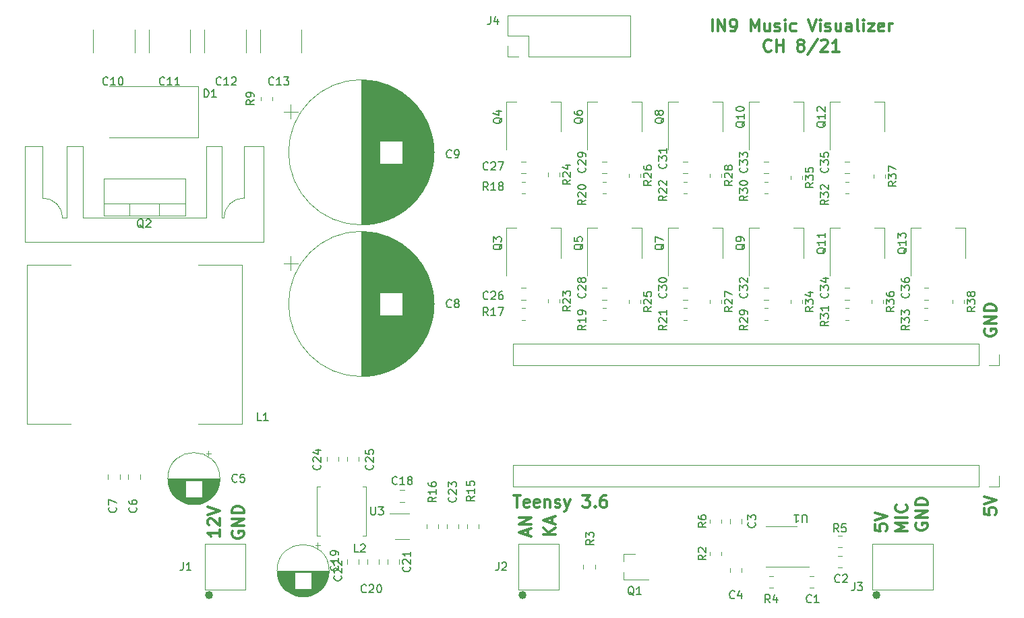
<source format=gbr>
%TF.GenerationSoftware,KiCad,Pcbnew,(5.1.9)-1*%
%TF.CreationDate,2021-10-04T18:28:26-04:00*%
%TF.ProjectId,In9 Music Visualizer RevC,496e3920-4d75-4736-9963-205669737561,rev?*%
%TF.SameCoordinates,Original*%
%TF.FileFunction,Legend,Top*%
%TF.FilePolarity,Positive*%
%FSLAX46Y46*%
G04 Gerber Fmt 4.6, Leading zero omitted, Abs format (unit mm)*
G04 Created by KiCad (PCBNEW (5.1.9)-1) date 2021-10-04 18:28:26*
%MOMM*%
%LPD*%
G01*
G04 APERTURE LIST*
%ADD10C,0.300000*%
%ADD11C,0.120000*%
%ADD12C,0.508000*%
%ADD13C,0.150000*%
G04 APERTURE END LIST*
D10*
X139280714Y-54648571D02*
X139280714Y-53148571D01*
X139995000Y-54648571D02*
X139995000Y-53148571D01*
X140852142Y-54648571D01*
X140852142Y-53148571D01*
X141637857Y-54648571D02*
X141923571Y-54648571D01*
X142066428Y-54577142D01*
X142137857Y-54505714D01*
X142280714Y-54291428D01*
X142352142Y-54005714D01*
X142352142Y-53434285D01*
X142280714Y-53291428D01*
X142209285Y-53220000D01*
X142066428Y-53148571D01*
X141780714Y-53148571D01*
X141637857Y-53220000D01*
X141566428Y-53291428D01*
X141495000Y-53434285D01*
X141495000Y-53791428D01*
X141566428Y-53934285D01*
X141637857Y-54005714D01*
X141780714Y-54077142D01*
X142066428Y-54077142D01*
X142209285Y-54005714D01*
X142280714Y-53934285D01*
X142352142Y-53791428D01*
X144137857Y-54648571D02*
X144137857Y-53148571D01*
X144637857Y-54220000D01*
X145137857Y-53148571D01*
X145137857Y-54648571D01*
X146495000Y-53648571D02*
X146495000Y-54648571D01*
X145852142Y-53648571D02*
X145852142Y-54434285D01*
X145923571Y-54577142D01*
X146066428Y-54648571D01*
X146280714Y-54648571D01*
X146423571Y-54577142D01*
X146495000Y-54505714D01*
X147137857Y-54577142D02*
X147280714Y-54648571D01*
X147566428Y-54648571D01*
X147709285Y-54577142D01*
X147780714Y-54434285D01*
X147780714Y-54362857D01*
X147709285Y-54220000D01*
X147566428Y-54148571D01*
X147352142Y-54148571D01*
X147209285Y-54077142D01*
X147137857Y-53934285D01*
X147137857Y-53862857D01*
X147209285Y-53720000D01*
X147352142Y-53648571D01*
X147566428Y-53648571D01*
X147709285Y-53720000D01*
X148423571Y-54648571D02*
X148423571Y-53648571D01*
X148423571Y-53148571D02*
X148352142Y-53220000D01*
X148423571Y-53291428D01*
X148495000Y-53220000D01*
X148423571Y-53148571D01*
X148423571Y-53291428D01*
X149780714Y-54577142D02*
X149637857Y-54648571D01*
X149352142Y-54648571D01*
X149209285Y-54577142D01*
X149137857Y-54505714D01*
X149066428Y-54362857D01*
X149066428Y-53934285D01*
X149137857Y-53791428D01*
X149209285Y-53720000D01*
X149352142Y-53648571D01*
X149637857Y-53648571D01*
X149780714Y-53720000D01*
X151352142Y-53148571D02*
X151852142Y-54648571D01*
X152352142Y-53148571D01*
X152852142Y-54648571D02*
X152852142Y-53648571D01*
X152852142Y-53148571D02*
X152780714Y-53220000D01*
X152852142Y-53291428D01*
X152923571Y-53220000D01*
X152852142Y-53148571D01*
X152852142Y-53291428D01*
X153495000Y-54577142D02*
X153637857Y-54648571D01*
X153923571Y-54648571D01*
X154066428Y-54577142D01*
X154137857Y-54434285D01*
X154137857Y-54362857D01*
X154066428Y-54220000D01*
X153923571Y-54148571D01*
X153709285Y-54148571D01*
X153566428Y-54077142D01*
X153495000Y-53934285D01*
X153495000Y-53862857D01*
X153566428Y-53720000D01*
X153709285Y-53648571D01*
X153923571Y-53648571D01*
X154066428Y-53720000D01*
X155423571Y-53648571D02*
X155423571Y-54648571D01*
X154780714Y-53648571D02*
X154780714Y-54434285D01*
X154852142Y-54577142D01*
X154995000Y-54648571D01*
X155209285Y-54648571D01*
X155352142Y-54577142D01*
X155423571Y-54505714D01*
X156780714Y-54648571D02*
X156780714Y-53862857D01*
X156709285Y-53720000D01*
X156566428Y-53648571D01*
X156280714Y-53648571D01*
X156137857Y-53720000D01*
X156780714Y-54577142D02*
X156637857Y-54648571D01*
X156280714Y-54648571D01*
X156137857Y-54577142D01*
X156066428Y-54434285D01*
X156066428Y-54291428D01*
X156137857Y-54148571D01*
X156280714Y-54077142D01*
X156637857Y-54077142D01*
X156780714Y-54005714D01*
X157709285Y-54648571D02*
X157566428Y-54577142D01*
X157495000Y-54434285D01*
X157495000Y-53148571D01*
X158280714Y-54648571D02*
X158280714Y-53648571D01*
X158280714Y-53148571D02*
X158209285Y-53220000D01*
X158280714Y-53291428D01*
X158352142Y-53220000D01*
X158280714Y-53148571D01*
X158280714Y-53291428D01*
X158852142Y-53648571D02*
X159637857Y-53648571D01*
X158852142Y-54648571D01*
X159637857Y-54648571D01*
X160780714Y-54577142D02*
X160637857Y-54648571D01*
X160352142Y-54648571D01*
X160209285Y-54577142D01*
X160137857Y-54434285D01*
X160137857Y-53862857D01*
X160209285Y-53720000D01*
X160352142Y-53648571D01*
X160637857Y-53648571D01*
X160780714Y-53720000D01*
X160852142Y-53862857D01*
X160852142Y-54005714D01*
X160137857Y-54148571D01*
X161495000Y-54648571D02*
X161495000Y-53648571D01*
X161495000Y-53934285D02*
X161566428Y-53791428D01*
X161637857Y-53720000D01*
X161780714Y-53648571D01*
X161923571Y-53648571D01*
X146673571Y-57055714D02*
X146602142Y-57127142D01*
X146387857Y-57198571D01*
X146245000Y-57198571D01*
X146030714Y-57127142D01*
X145887857Y-56984285D01*
X145816428Y-56841428D01*
X145745000Y-56555714D01*
X145745000Y-56341428D01*
X145816428Y-56055714D01*
X145887857Y-55912857D01*
X146030714Y-55770000D01*
X146245000Y-55698571D01*
X146387857Y-55698571D01*
X146602142Y-55770000D01*
X146673571Y-55841428D01*
X147316428Y-57198571D02*
X147316428Y-55698571D01*
X147316428Y-56412857D02*
X148173571Y-56412857D01*
X148173571Y-57198571D02*
X148173571Y-55698571D01*
X150245000Y-56341428D02*
X150102142Y-56270000D01*
X150030714Y-56198571D01*
X149959285Y-56055714D01*
X149959285Y-55984285D01*
X150030714Y-55841428D01*
X150102142Y-55770000D01*
X150245000Y-55698571D01*
X150530714Y-55698571D01*
X150673571Y-55770000D01*
X150745000Y-55841428D01*
X150816428Y-55984285D01*
X150816428Y-56055714D01*
X150745000Y-56198571D01*
X150673571Y-56270000D01*
X150530714Y-56341428D01*
X150245000Y-56341428D01*
X150102142Y-56412857D01*
X150030714Y-56484285D01*
X149959285Y-56627142D01*
X149959285Y-56912857D01*
X150030714Y-57055714D01*
X150102142Y-57127142D01*
X150245000Y-57198571D01*
X150530714Y-57198571D01*
X150673571Y-57127142D01*
X150745000Y-57055714D01*
X150816428Y-56912857D01*
X150816428Y-56627142D01*
X150745000Y-56484285D01*
X150673571Y-56412857D01*
X150530714Y-56341428D01*
X152530714Y-55627142D02*
X151245000Y-57555714D01*
X152959285Y-55841428D02*
X153030714Y-55770000D01*
X153173571Y-55698571D01*
X153530714Y-55698571D01*
X153673571Y-55770000D01*
X153745000Y-55841428D01*
X153816428Y-55984285D01*
X153816428Y-56127142D01*
X153745000Y-56341428D01*
X152887857Y-57198571D01*
X153816428Y-57198571D01*
X155245000Y-57198571D02*
X154387857Y-57198571D01*
X154816428Y-57198571D02*
X154816428Y-55698571D01*
X154673571Y-55912857D01*
X154530714Y-56055714D01*
X154387857Y-56127142D01*
X173422571Y-114585714D02*
X173422571Y-115300000D01*
X174136857Y-115371428D01*
X174065428Y-115300000D01*
X173994000Y-115157142D01*
X173994000Y-114800000D01*
X174065428Y-114657142D01*
X174136857Y-114585714D01*
X174279714Y-114514285D01*
X174636857Y-114514285D01*
X174779714Y-114585714D01*
X174851142Y-114657142D01*
X174922571Y-114800000D01*
X174922571Y-115157142D01*
X174851142Y-115300000D01*
X174779714Y-115371428D01*
X173422571Y-114085714D02*
X174922571Y-113585714D01*
X173422571Y-113085714D01*
X173494000Y-92074857D02*
X173422571Y-92217714D01*
X173422571Y-92432000D01*
X173494000Y-92646285D01*
X173636857Y-92789142D01*
X173779714Y-92860571D01*
X174065428Y-92932000D01*
X174279714Y-92932000D01*
X174565428Y-92860571D01*
X174708285Y-92789142D01*
X174851142Y-92646285D01*
X174922571Y-92432000D01*
X174922571Y-92289142D01*
X174851142Y-92074857D01*
X174779714Y-92003428D01*
X174279714Y-92003428D01*
X174279714Y-92289142D01*
X174922571Y-91360571D02*
X173422571Y-91360571D01*
X174922571Y-90503428D01*
X173422571Y-90503428D01*
X174922571Y-89789142D02*
X173422571Y-89789142D01*
X173422571Y-89432000D01*
X173494000Y-89217714D01*
X173636857Y-89074857D01*
X173779714Y-89003428D01*
X174065428Y-88932000D01*
X174279714Y-88932000D01*
X174565428Y-89003428D01*
X174708285Y-89074857D01*
X174851142Y-89217714D01*
X174922571Y-89432000D01*
X174922571Y-89789142D01*
X114340428Y-112970571D02*
X115197571Y-112970571D01*
X114769000Y-114470571D02*
X114769000Y-112970571D01*
X116269000Y-114399142D02*
X116126142Y-114470571D01*
X115840428Y-114470571D01*
X115697571Y-114399142D01*
X115626142Y-114256285D01*
X115626142Y-113684857D01*
X115697571Y-113542000D01*
X115840428Y-113470571D01*
X116126142Y-113470571D01*
X116269000Y-113542000D01*
X116340428Y-113684857D01*
X116340428Y-113827714D01*
X115626142Y-113970571D01*
X117554714Y-114399142D02*
X117411857Y-114470571D01*
X117126142Y-114470571D01*
X116983285Y-114399142D01*
X116911857Y-114256285D01*
X116911857Y-113684857D01*
X116983285Y-113542000D01*
X117126142Y-113470571D01*
X117411857Y-113470571D01*
X117554714Y-113542000D01*
X117626142Y-113684857D01*
X117626142Y-113827714D01*
X116911857Y-113970571D01*
X118269000Y-113470571D02*
X118269000Y-114470571D01*
X118269000Y-113613428D02*
X118340428Y-113542000D01*
X118483285Y-113470571D01*
X118697571Y-113470571D01*
X118840428Y-113542000D01*
X118911857Y-113684857D01*
X118911857Y-114470571D01*
X119554714Y-114399142D02*
X119697571Y-114470571D01*
X119983285Y-114470571D01*
X120126142Y-114399142D01*
X120197571Y-114256285D01*
X120197571Y-114184857D01*
X120126142Y-114042000D01*
X119983285Y-113970571D01*
X119769000Y-113970571D01*
X119626142Y-113899142D01*
X119554714Y-113756285D01*
X119554714Y-113684857D01*
X119626142Y-113542000D01*
X119769000Y-113470571D01*
X119983285Y-113470571D01*
X120126142Y-113542000D01*
X120697571Y-113470571D02*
X121054714Y-114470571D01*
X121411857Y-113470571D02*
X121054714Y-114470571D01*
X120911857Y-114827714D01*
X120840428Y-114899142D01*
X120697571Y-114970571D01*
X122983285Y-112970571D02*
X123911857Y-112970571D01*
X123411857Y-113542000D01*
X123626142Y-113542000D01*
X123769000Y-113613428D01*
X123840428Y-113684857D01*
X123911857Y-113827714D01*
X123911857Y-114184857D01*
X123840428Y-114327714D01*
X123769000Y-114399142D01*
X123626142Y-114470571D01*
X123197571Y-114470571D01*
X123054714Y-114399142D01*
X122983285Y-114327714D01*
X124554714Y-114327714D02*
X124626142Y-114399142D01*
X124554714Y-114470571D01*
X124483285Y-114399142D01*
X124554714Y-114327714D01*
X124554714Y-114470571D01*
X125911857Y-112970571D02*
X125626142Y-112970571D01*
X125483285Y-113042000D01*
X125411857Y-113113428D01*
X125269000Y-113327714D01*
X125197571Y-113613428D01*
X125197571Y-114184857D01*
X125269000Y-114327714D01*
X125340428Y-114399142D01*
X125483285Y-114470571D01*
X125769000Y-114470571D01*
X125911857Y-114399142D01*
X125983285Y-114327714D01*
X126054714Y-114184857D01*
X126054714Y-113827714D01*
X125983285Y-113684857D01*
X125911857Y-113613428D01*
X125769000Y-113542000D01*
X125483285Y-113542000D01*
X125340428Y-113613428D01*
X125269000Y-113684857D01*
X125197571Y-113827714D01*
X164858000Y-116458857D02*
X164786571Y-116601714D01*
X164786571Y-116816000D01*
X164858000Y-117030285D01*
X165000857Y-117173142D01*
X165143714Y-117244571D01*
X165429428Y-117316000D01*
X165643714Y-117316000D01*
X165929428Y-117244571D01*
X166072285Y-117173142D01*
X166215142Y-117030285D01*
X166286571Y-116816000D01*
X166286571Y-116673142D01*
X166215142Y-116458857D01*
X166143714Y-116387428D01*
X165643714Y-116387428D01*
X165643714Y-116673142D01*
X166286571Y-115744571D02*
X164786571Y-115744571D01*
X166286571Y-114887428D01*
X164786571Y-114887428D01*
X166286571Y-114173142D02*
X164786571Y-114173142D01*
X164786571Y-113816000D01*
X164858000Y-113601714D01*
X165000857Y-113458857D01*
X165143714Y-113387428D01*
X165429428Y-113316000D01*
X165643714Y-113316000D01*
X165929428Y-113387428D01*
X166072285Y-113458857D01*
X166215142Y-113601714D01*
X166286571Y-113816000D01*
X166286571Y-114173142D01*
X163746571Y-117431142D02*
X162246571Y-117431142D01*
X163318000Y-116931142D01*
X162246571Y-116431142D01*
X163746571Y-116431142D01*
X163746571Y-115716857D02*
X162246571Y-115716857D01*
X163603714Y-114145428D02*
X163675142Y-114216857D01*
X163746571Y-114431142D01*
X163746571Y-114574000D01*
X163675142Y-114788285D01*
X163532285Y-114931142D01*
X163389428Y-115002571D01*
X163103714Y-115074000D01*
X162889428Y-115074000D01*
X162603714Y-115002571D01*
X162460857Y-114931142D01*
X162318000Y-114788285D01*
X162246571Y-114574000D01*
X162246571Y-114431142D01*
X162318000Y-114216857D01*
X162389428Y-114145428D01*
X159706571Y-116617714D02*
X159706571Y-117332000D01*
X160420857Y-117403428D01*
X160349428Y-117332000D01*
X160278000Y-117189142D01*
X160278000Y-116832000D01*
X160349428Y-116689142D01*
X160420857Y-116617714D01*
X160563714Y-116546285D01*
X160920857Y-116546285D01*
X161063714Y-116617714D01*
X161135142Y-116689142D01*
X161206571Y-116832000D01*
X161206571Y-117189142D01*
X161135142Y-117332000D01*
X161063714Y-117403428D01*
X159706571Y-116117714D02*
X161206571Y-115617714D01*
X159706571Y-115117714D01*
X119550571Y-117875714D02*
X118050571Y-117875714D01*
X119550571Y-117018571D02*
X118693428Y-117661428D01*
X118050571Y-117018571D02*
X118907714Y-117875714D01*
X119122000Y-116447142D02*
X119122000Y-115732857D01*
X119550571Y-116590000D02*
X118050571Y-116090000D01*
X119550571Y-115590000D01*
X116074000Y-117982857D02*
X116074000Y-117268571D01*
X116502571Y-118125714D02*
X115002571Y-117625714D01*
X116502571Y-117125714D01*
X116502571Y-116625714D02*
X115002571Y-116625714D01*
X116502571Y-115768571D01*
X115002571Y-115768571D01*
X79006000Y-117474857D02*
X78934571Y-117617714D01*
X78934571Y-117832000D01*
X79006000Y-118046285D01*
X79148857Y-118189142D01*
X79291714Y-118260571D01*
X79577428Y-118332000D01*
X79791714Y-118332000D01*
X80077428Y-118260571D01*
X80220285Y-118189142D01*
X80363142Y-118046285D01*
X80434571Y-117832000D01*
X80434571Y-117689142D01*
X80363142Y-117474857D01*
X80291714Y-117403428D01*
X79791714Y-117403428D01*
X79791714Y-117689142D01*
X80434571Y-116760571D02*
X78934571Y-116760571D01*
X80434571Y-115903428D01*
X78934571Y-115903428D01*
X80434571Y-115189142D02*
X78934571Y-115189142D01*
X78934571Y-114832000D01*
X79006000Y-114617714D01*
X79148857Y-114474857D01*
X79291714Y-114403428D01*
X79577428Y-114332000D01*
X79791714Y-114332000D01*
X80077428Y-114403428D01*
X80220285Y-114474857D01*
X80363142Y-114617714D01*
X80434571Y-114832000D01*
X80434571Y-115189142D01*
X77386571Y-117260571D02*
X77386571Y-118117714D01*
X77386571Y-117689142D02*
X75886571Y-117689142D01*
X76100857Y-117832000D01*
X76243714Y-117974857D01*
X76315142Y-118117714D01*
X76029428Y-116689142D02*
X75958000Y-116617714D01*
X75886571Y-116474857D01*
X75886571Y-116117714D01*
X75958000Y-115974857D01*
X76029428Y-115903428D01*
X76172285Y-115832000D01*
X76315142Y-115832000D01*
X76529428Y-115903428D01*
X77386571Y-116760571D01*
X77386571Y-115832000D01*
X75886571Y-115403428D02*
X77386571Y-114903428D01*
X75886571Y-114403428D01*
D11*
%TO.C,Q2*%
X66094000Y-77819000D02*
X66094000Y-76309000D01*
X69795000Y-77819000D02*
X69795000Y-76309000D01*
X73065000Y-76309000D02*
X62825000Y-76309000D01*
X62825000Y-77819000D02*
X62825000Y-73178000D01*
X73065000Y-77819000D02*
X73065000Y-73178000D01*
X73065000Y-73178000D02*
X62825000Y-73178000D01*
X73065000Y-77819000D02*
X62825000Y-77819000D01*
%TO.C,C22*%
X91154000Y-122408000D02*
G75*
G03*
X91154000Y-122408000I-3270000J0D01*
G01*
X91114000Y-122408000D02*
X84654000Y-122408000D01*
X91114000Y-122448000D02*
X84654000Y-122448000D01*
X91114000Y-122488000D02*
X84654000Y-122488000D01*
X91112000Y-122528000D02*
X84656000Y-122528000D01*
X91111000Y-122568000D02*
X84657000Y-122568000D01*
X91108000Y-122608000D02*
X84660000Y-122608000D01*
X91106000Y-122648000D02*
X88924000Y-122648000D01*
X86844000Y-122648000D02*
X84662000Y-122648000D01*
X91102000Y-122688000D02*
X88924000Y-122688000D01*
X86844000Y-122688000D02*
X84666000Y-122688000D01*
X91099000Y-122728000D02*
X88924000Y-122728000D01*
X86844000Y-122728000D02*
X84669000Y-122728000D01*
X91095000Y-122768000D02*
X88924000Y-122768000D01*
X86844000Y-122768000D02*
X84673000Y-122768000D01*
X91090000Y-122808000D02*
X88924000Y-122808000D01*
X86844000Y-122808000D02*
X84678000Y-122808000D01*
X91085000Y-122848000D02*
X88924000Y-122848000D01*
X86844000Y-122848000D02*
X84683000Y-122848000D01*
X91079000Y-122888000D02*
X88924000Y-122888000D01*
X86844000Y-122888000D02*
X84689000Y-122888000D01*
X91073000Y-122928000D02*
X88924000Y-122928000D01*
X86844000Y-122928000D02*
X84695000Y-122928000D01*
X91066000Y-122968000D02*
X88924000Y-122968000D01*
X86844000Y-122968000D02*
X84702000Y-122968000D01*
X91059000Y-123008000D02*
X88924000Y-123008000D01*
X86844000Y-123008000D02*
X84709000Y-123008000D01*
X91051000Y-123048000D02*
X88924000Y-123048000D01*
X86844000Y-123048000D02*
X84717000Y-123048000D01*
X91043000Y-123088000D02*
X88924000Y-123088000D01*
X86844000Y-123088000D02*
X84725000Y-123088000D01*
X91034000Y-123129000D02*
X88924000Y-123129000D01*
X86844000Y-123129000D02*
X84734000Y-123129000D01*
X91025000Y-123169000D02*
X88924000Y-123169000D01*
X86844000Y-123169000D02*
X84743000Y-123169000D01*
X91015000Y-123209000D02*
X88924000Y-123209000D01*
X86844000Y-123209000D02*
X84753000Y-123209000D01*
X91005000Y-123249000D02*
X88924000Y-123249000D01*
X86844000Y-123249000D02*
X84763000Y-123249000D01*
X90994000Y-123289000D02*
X88924000Y-123289000D01*
X86844000Y-123289000D02*
X84774000Y-123289000D01*
X90982000Y-123329000D02*
X88924000Y-123329000D01*
X86844000Y-123329000D02*
X84786000Y-123329000D01*
X90970000Y-123369000D02*
X88924000Y-123369000D01*
X86844000Y-123369000D02*
X84798000Y-123369000D01*
X90958000Y-123409000D02*
X88924000Y-123409000D01*
X86844000Y-123409000D02*
X84810000Y-123409000D01*
X90945000Y-123449000D02*
X88924000Y-123449000D01*
X86844000Y-123449000D02*
X84823000Y-123449000D01*
X90931000Y-123489000D02*
X88924000Y-123489000D01*
X86844000Y-123489000D02*
X84837000Y-123489000D01*
X90917000Y-123529000D02*
X88924000Y-123529000D01*
X86844000Y-123529000D02*
X84851000Y-123529000D01*
X90902000Y-123569000D02*
X88924000Y-123569000D01*
X86844000Y-123569000D02*
X84866000Y-123569000D01*
X90886000Y-123609000D02*
X88924000Y-123609000D01*
X86844000Y-123609000D02*
X84882000Y-123609000D01*
X90870000Y-123649000D02*
X88924000Y-123649000D01*
X86844000Y-123649000D02*
X84898000Y-123649000D01*
X90854000Y-123689000D02*
X88924000Y-123689000D01*
X86844000Y-123689000D02*
X84914000Y-123689000D01*
X90836000Y-123729000D02*
X88924000Y-123729000D01*
X86844000Y-123729000D02*
X84932000Y-123729000D01*
X90818000Y-123769000D02*
X88924000Y-123769000D01*
X86844000Y-123769000D02*
X84950000Y-123769000D01*
X90800000Y-123809000D02*
X88924000Y-123809000D01*
X86844000Y-123809000D02*
X84968000Y-123809000D01*
X90780000Y-123849000D02*
X88924000Y-123849000D01*
X86844000Y-123849000D02*
X84988000Y-123849000D01*
X90760000Y-123889000D02*
X88924000Y-123889000D01*
X86844000Y-123889000D02*
X85008000Y-123889000D01*
X90740000Y-123929000D02*
X88924000Y-123929000D01*
X86844000Y-123929000D02*
X85028000Y-123929000D01*
X90718000Y-123969000D02*
X88924000Y-123969000D01*
X86844000Y-123969000D02*
X85050000Y-123969000D01*
X90696000Y-124009000D02*
X88924000Y-124009000D01*
X86844000Y-124009000D02*
X85072000Y-124009000D01*
X90674000Y-124049000D02*
X88924000Y-124049000D01*
X86844000Y-124049000D02*
X85094000Y-124049000D01*
X90650000Y-124089000D02*
X88924000Y-124089000D01*
X86844000Y-124089000D02*
X85118000Y-124089000D01*
X90626000Y-124129000D02*
X88924000Y-124129000D01*
X86844000Y-124129000D02*
X85142000Y-124129000D01*
X90600000Y-124169000D02*
X88924000Y-124169000D01*
X86844000Y-124169000D02*
X85168000Y-124169000D01*
X90574000Y-124209000D02*
X88924000Y-124209000D01*
X86844000Y-124209000D02*
X85194000Y-124209000D01*
X90548000Y-124249000D02*
X88924000Y-124249000D01*
X86844000Y-124249000D02*
X85220000Y-124249000D01*
X90520000Y-124289000D02*
X88924000Y-124289000D01*
X86844000Y-124289000D02*
X85248000Y-124289000D01*
X90491000Y-124329000D02*
X88924000Y-124329000D01*
X86844000Y-124329000D02*
X85277000Y-124329000D01*
X90462000Y-124369000D02*
X88924000Y-124369000D01*
X86844000Y-124369000D02*
X85306000Y-124369000D01*
X90432000Y-124409000D02*
X88924000Y-124409000D01*
X86844000Y-124409000D02*
X85336000Y-124409000D01*
X90400000Y-124449000D02*
X88924000Y-124449000D01*
X86844000Y-124449000D02*
X85368000Y-124449000D01*
X90368000Y-124489000D02*
X88924000Y-124489000D01*
X86844000Y-124489000D02*
X85400000Y-124489000D01*
X90334000Y-124529000D02*
X88924000Y-124529000D01*
X86844000Y-124529000D02*
X85434000Y-124529000D01*
X90300000Y-124569000D02*
X88924000Y-124569000D01*
X86844000Y-124569000D02*
X85468000Y-124569000D01*
X90264000Y-124609000D02*
X88924000Y-124609000D01*
X86844000Y-124609000D02*
X85504000Y-124609000D01*
X90227000Y-124649000D02*
X88924000Y-124649000D01*
X86844000Y-124649000D02*
X85541000Y-124649000D01*
X90189000Y-124689000D02*
X88924000Y-124689000D01*
X86844000Y-124689000D02*
X85579000Y-124689000D01*
X90149000Y-124729000D02*
X85619000Y-124729000D01*
X90108000Y-124769000D02*
X85660000Y-124769000D01*
X90066000Y-124809000D02*
X85702000Y-124809000D01*
X90021000Y-124849000D02*
X85747000Y-124849000D01*
X89976000Y-124889000D02*
X85792000Y-124889000D01*
X89928000Y-124929000D02*
X85840000Y-124929000D01*
X89879000Y-124969000D02*
X85889000Y-124969000D01*
X89828000Y-125009000D02*
X85940000Y-125009000D01*
X89774000Y-125049000D02*
X85994000Y-125049000D01*
X89718000Y-125089000D02*
X86050000Y-125089000D01*
X89660000Y-125129000D02*
X86108000Y-125129000D01*
X89598000Y-125169000D02*
X86170000Y-125169000D01*
X89534000Y-125209000D02*
X86234000Y-125209000D01*
X89465000Y-125249000D02*
X86303000Y-125249000D01*
X89393000Y-125289000D02*
X86375000Y-125289000D01*
X89316000Y-125329000D02*
X86452000Y-125329000D01*
X89234000Y-125369000D02*
X86534000Y-125369000D01*
X89146000Y-125409000D02*
X86622000Y-125409000D01*
X89049000Y-125449000D02*
X86719000Y-125449000D01*
X88943000Y-125489000D02*
X86825000Y-125489000D01*
X88824000Y-125529000D02*
X86944000Y-125529000D01*
X88686000Y-125569000D02*
X87082000Y-125569000D01*
X88517000Y-125609000D02*
X87251000Y-125609000D01*
X88286000Y-125649000D02*
X87482000Y-125649000D01*
X89723000Y-118907759D02*
X89723000Y-119537759D01*
X90038000Y-119222759D02*
X89408000Y-119222759D01*
%TO.C,L2*%
X95810000Y-111835000D02*
X95360000Y-111835000D01*
X89610000Y-111835000D02*
X90060000Y-111835000D01*
X89610000Y-118035000D02*
X90060000Y-118035000D01*
X89610000Y-118035000D02*
X89610000Y-111835000D01*
X95810000Y-118035000D02*
X95360000Y-118035000D01*
X95810000Y-111835000D02*
X95810000Y-118035000D01*
%TO.C,C18*%
X100591252Y-112295000D02*
X100068748Y-112295000D01*
X100591252Y-113765000D02*
X100068748Y-113765000D01*
%TO.C,R6*%
X140435000Y-116432064D02*
X140435000Y-115977936D01*
X138965000Y-116432064D02*
X138965000Y-115977936D01*
%TO.C,R2*%
X140435000Y-120512064D02*
X140435000Y-120057936D01*
X138965000Y-120512064D02*
X138965000Y-120057936D01*
%TO.C,U3*%
X101230000Y-115230000D02*
X98780000Y-115230000D01*
X99430000Y-118450000D02*
X101230000Y-118450000D01*
%TO.C,C13*%
X82480000Y-57295748D02*
X82480000Y-54464252D01*
X87700000Y-57295748D02*
X87700000Y-54464252D01*
%TO.C,C12*%
X75495000Y-57295748D02*
X75495000Y-54464252D01*
X80715000Y-57295748D02*
X80715000Y-54464252D01*
%TO.C,C11*%
X68510000Y-57295748D02*
X68510000Y-54464252D01*
X73730000Y-57295748D02*
X73730000Y-54464252D01*
%TO.C,C10*%
X61525000Y-57295748D02*
X61525000Y-54464252D01*
X66745000Y-57295748D02*
X66745000Y-54464252D01*
%TO.C,U1*%
X147955000Y-121940000D02*
X151405000Y-121940000D01*
X147955000Y-121940000D02*
X146005000Y-121940000D01*
X147955000Y-116820000D02*
X149905000Y-116820000D01*
X147955000Y-116820000D02*
X146005000Y-116820000D01*
%TO.C,R38*%
X169445000Y-88402936D02*
X169445000Y-88857064D01*
X170915000Y-88402936D02*
X170915000Y-88857064D01*
%TO.C,R37*%
X159539000Y-72654936D02*
X159539000Y-73109064D01*
X161009000Y-72654936D02*
X161009000Y-73109064D01*
%TO.C,R36*%
X159285000Y-88402936D02*
X159285000Y-88857064D01*
X160755000Y-88402936D02*
X160755000Y-88857064D01*
%TO.C,R35*%
X149125000Y-72797936D02*
X149125000Y-73252064D01*
X150595000Y-72797936D02*
X150595000Y-73252064D01*
%TO.C,R34*%
X149125000Y-88402936D02*
X149125000Y-88857064D01*
X150595000Y-88402936D02*
X150595000Y-88857064D01*
%TO.C,R33*%
X165872936Y-90905000D02*
X166327064Y-90905000D01*
X165872936Y-89435000D02*
X166327064Y-89435000D01*
%TO.C,R32*%
X155982936Y-75030000D02*
X156437064Y-75030000D01*
X155982936Y-73560000D02*
X156437064Y-73560000D01*
%TO.C,R31*%
X155982936Y-90905000D02*
X156437064Y-90905000D01*
X155982936Y-89435000D02*
X156437064Y-89435000D01*
%TO.C,R30*%
X145822936Y-75030000D02*
X146277064Y-75030000D01*
X145822936Y-73560000D02*
X146277064Y-73560000D01*
%TO.C,R29*%
X145822936Y-90905000D02*
X146277064Y-90905000D01*
X145822936Y-89435000D02*
X146277064Y-89435000D01*
%TO.C,R28*%
X138965000Y-72527936D02*
X138965000Y-72982064D01*
X140435000Y-72527936D02*
X140435000Y-72982064D01*
%TO.C,R27*%
X138965000Y-88402936D02*
X138965000Y-88857064D01*
X140435000Y-88402936D02*
X140435000Y-88857064D01*
%TO.C,R26*%
X128805000Y-72527936D02*
X128805000Y-72982064D01*
X130275000Y-72527936D02*
X130275000Y-72982064D01*
%TO.C,R25*%
X128805000Y-88402936D02*
X128805000Y-88857064D01*
X130275000Y-88402936D02*
X130275000Y-88857064D01*
%TO.C,R24*%
X118645000Y-72432936D02*
X118645000Y-72887064D01*
X120115000Y-72432936D02*
X120115000Y-72887064D01*
%TO.C,R23*%
X118645000Y-88307936D02*
X118645000Y-88762064D01*
X120115000Y-88307936D02*
X120115000Y-88762064D01*
%TO.C,R22*%
X135662936Y-75030000D02*
X136117064Y-75030000D01*
X135662936Y-73560000D02*
X136117064Y-73560000D01*
%TO.C,R21*%
X135662936Y-90905000D02*
X136117064Y-90905000D01*
X135662936Y-89435000D02*
X136117064Y-89435000D01*
%TO.C,R20*%
X125502936Y-75030000D02*
X125957064Y-75030000D01*
X125502936Y-73560000D02*
X125957064Y-73560000D01*
%TO.C,R19*%
X125502936Y-90905000D02*
X125957064Y-90905000D01*
X125502936Y-89435000D02*
X125957064Y-89435000D01*
%TO.C,R18*%
X115342936Y-75030000D02*
X115797064Y-75030000D01*
X115342936Y-73560000D02*
X115797064Y-73560000D01*
%TO.C,R17*%
X115342936Y-90905000D02*
X115797064Y-90905000D01*
X115342936Y-89435000D02*
X115797064Y-89435000D01*
%TO.C,R16*%
X104875000Y-117067064D02*
X104875000Y-116612936D01*
X103405000Y-117067064D02*
X103405000Y-116612936D01*
%TO.C,R15*%
X108485000Y-116612936D02*
X108485000Y-117067064D01*
X109955000Y-116612936D02*
X109955000Y-117067064D01*
%TO.C,R9*%
X82577000Y-62891936D02*
X82577000Y-63346064D01*
X84047000Y-62891936D02*
X84047000Y-63346064D01*
%TO.C,R5*%
X155077936Y-119480000D02*
X155532064Y-119480000D01*
X155077936Y-118010000D02*
X155532064Y-118010000D01*
%TO.C,R4*%
X146457936Y-124560000D02*
X146912064Y-124560000D01*
X146457936Y-123090000D02*
X146912064Y-123090000D01*
%TO.C,R3*%
X123090000Y-121692936D02*
X123090000Y-122147064D01*
X124560000Y-121692936D02*
X124560000Y-122147064D01*
%TO.C,Q13*%
X164230000Y-85380000D02*
X164230000Y-79370000D01*
X171050000Y-83130000D02*
X171050000Y-79370000D01*
X164230000Y-79370000D02*
X165490000Y-79370000D01*
X171050000Y-79370000D02*
X169790000Y-79370000D01*
%TO.C,Q12*%
X154070000Y-69505000D02*
X154070000Y-63495000D01*
X160890000Y-67255000D02*
X160890000Y-63495000D01*
X154070000Y-63495000D02*
X155330000Y-63495000D01*
X160890000Y-63495000D02*
X159630000Y-63495000D01*
%TO.C,Q11*%
X154070000Y-85380000D02*
X154070000Y-79370000D01*
X160890000Y-83130000D02*
X160890000Y-79370000D01*
X154070000Y-79370000D02*
X155330000Y-79370000D01*
X160890000Y-79370000D02*
X159630000Y-79370000D01*
%TO.C,Q10*%
X143910000Y-69505000D02*
X143910000Y-63495000D01*
X150730000Y-67255000D02*
X150730000Y-63495000D01*
X143910000Y-63495000D02*
X145170000Y-63495000D01*
X150730000Y-63495000D02*
X149470000Y-63495000D01*
%TO.C,Q9*%
X143910000Y-85380000D02*
X143910000Y-79370000D01*
X150730000Y-83130000D02*
X150730000Y-79370000D01*
X143910000Y-79370000D02*
X145170000Y-79370000D01*
X150730000Y-79370000D02*
X149470000Y-79370000D01*
%TO.C,Q8*%
X133750000Y-69505000D02*
X133750000Y-63495000D01*
X140570000Y-67255000D02*
X140570000Y-63495000D01*
X133750000Y-63495000D02*
X135010000Y-63495000D01*
X140570000Y-63495000D02*
X139310000Y-63495000D01*
%TO.C,Q7*%
X133750000Y-85380000D02*
X133750000Y-79370000D01*
X140570000Y-83130000D02*
X140570000Y-79370000D01*
X133750000Y-79370000D02*
X135010000Y-79370000D01*
X140570000Y-79370000D02*
X139310000Y-79370000D01*
%TO.C,Q6*%
X123590000Y-69505000D02*
X123590000Y-63495000D01*
X130410000Y-67255000D02*
X130410000Y-63495000D01*
X123590000Y-63495000D02*
X124850000Y-63495000D01*
X130410000Y-63495000D02*
X129150000Y-63495000D01*
%TO.C,Q5*%
X123590000Y-85380000D02*
X123590000Y-79370000D01*
X130410000Y-83130000D02*
X130410000Y-79370000D01*
X123590000Y-79370000D02*
X124850000Y-79370000D01*
X130410000Y-79370000D02*
X129150000Y-79370000D01*
%TO.C,Q4*%
X113430000Y-69505000D02*
X113430000Y-63495000D01*
X120250000Y-67255000D02*
X120250000Y-63495000D01*
X113430000Y-63495000D02*
X114690000Y-63495000D01*
X120250000Y-63495000D02*
X118990000Y-63495000D01*
%TO.C,Q3*%
X113430000Y-85380000D02*
X113430000Y-79370000D01*
X120250000Y-83130000D02*
X120250000Y-79370000D01*
X113430000Y-79370000D02*
X114690000Y-79370000D01*
X120250000Y-79370000D02*
X118990000Y-79370000D01*
%TO.C,Q1*%
X128145000Y-120340000D02*
X129605000Y-120340000D01*
X128145000Y-123500000D02*
X131305000Y-123500000D01*
X128145000Y-123500000D02*
X128145000Y-122570000D01*
X128145000Y-120340000D02*
X128145000Y-121270000D01*
%TO.C,L1*%
X80175000Y-103980000D02*
X74675000Y-103980000D01*
X80175000Y-83980000D02*
X74675000Y-83980000D01*
X53175000Y-103980000D02*
X58675000Y-103980000D01*
X53175000Y-83980000D02*
X58675000Y-83980000D01*
X80175000Y-103980000D02*
X80175000Y-83980000D01*
X53175000Y-83980000D02*
X53175000Y-103980000D01*
%TO.C,J4*%
X113605000Y-57845000D02*
X113605000Y-56515000D01*
X114935000Y-57845000D02*
X113605000Y-57845000D01*
X113605000Y-55245000D02*
X113605000Y-52645000D01*
X116205000Y-55245000D02*
X113605000Y-55245000D01*
X116205000Y-57845000D02*
X116205000Y-55245000D01*
X113605000Y-52645000D02*
X128965000Y-52645000D01*
X116205000Y-57845000D02*
X128965000Y-57845000D01*
X128965000Y-57845000D02*
X128965000Y-52645000D01*
D12*
%TO.C,J3*%
X160147000Y-125476000D02*
G75*
G03*
X160147000Y-125476000I-254000J0D01*
G01*
D11*
X167005000Y-119062500D02*
X167005000Y-124777500D01*
X159385000Y-124777500D02*
X159385000Y-119062500D01*
X159385000Y-124777500D02*
X167005000Y-124777500D01*
X159385000Y-119062500D02*
X167005000Y-119062500D01*
%TO.C,J2*%
X120015000Y-119062500D02*
X120015000Y-124777500D01*
X114935000Y-124777500D02*
X114935000Y-119062500D01*
X114935000Y-124777500D02*
X120015000Y-124777500D01*
X114935000Y-119062500D02*
X120015000Y-119062500D01*
D12*
X115697000Y-125476000D02*
G75*
G03*
X115697000Y-125476000I-254000J0D01*
G01*
D11*
%TO.C,MCU1*%
X175320000Y-111820000D02*
X173990000Y-111820000D01*
X172720000Y-109160000D02*
X114240000Y-109160000D01*
X175320000Y-110490000D02*
X175320000Y-111820000D01*
X172720000Y-109160000D02*
X172720000Y-111820000D01*
X114240000Y-109160000D02*
X114240000Y-111820000D01*
X172720000Y-111820000D02*
X114240000Y-111820000D01*
X172720000Y-93920000D02*
X172720000Y-96580000D01*
X172720000Y-93920000D02*
X114240000Y-93920000D01*
X114240000Y-93920000D02*
X114240000Y-96580000D01*
X172720000Y-96580000D02*
X114240000Y-96580000D01*
X175320000Y-96580000D02*
X173990000Y-96580000D01*
X175320000Y-95250000D02*
X175320000Y-96580000D01*
%TO.C,J1*%
X80645000Y-119062500D02*
X80645000Y-124777500D01*
X75565000Y-124777500D02*
X75565000Y-119062500D01*
X75565000Y-124777500D02*
X80645000Y-124777500D01*
X75565000Y-119062500D02*
X80645000Y-119062500D01*
D12*
X76327000Y-125476000D02*
G75*
G03*
X76327000Y-125476000I-254000J0D01*
G01*
D11*
%TO.C,HS1*%
X57695000Y-78105000D02*
X58195000Y-78105000D01*
X77945000Y-78105000D02*
X77695000Y-78105000D01*
X80445000Y-69105000D02*
X80945000Y-69105000D01*
X80445000Y-75605000D02*
X80445000Y-69105000D01*
X55195000Y-69105000D02*
X54945000Y-69105000D01*
X55195000Y-75605000D02*
X55195000Y-69105000D01*
X58195000Y-78105000D02*
X58195000Y-69105000D01*
X77695000Y-78105000D02*
X77695000Y-69105000D01*
X80945000Y-69105000D02*
X82945000Y-69105000D01*
X77695000Y-69105000D02*
X75695000Y-69105000D01*
X54945000Y-69105000D02*
X52945000Y-69105000D01*
X60195000Y-69105000D02*
X58195000Y-69105000D01*
X75695000Y-78105000D02*
X75695000Y-69105000D01*
X60195000Y-78105000D02*
X60195000Y-69105000D01*
X75695000Y-78105000D02*
X60195000Y-78105000D01*
X52945000Y-81105000D02*
X82945000Y-81105000D01*
X82945000Y-69105000D02*
X82945000Y-81105000D01*
X52945000Y-69105000D02*
X52945000Y-81105000D01*
X55195000Y-75605000D02*
G75*
G02*
X57695000Y-78105000I0J-2500000D01*
G01*
X77945000Y-78105000D02*
G75*
G02*
X80445000Y-75605000I2500000J0D01*
G01*
%TO.C,D1*%
X74745000Y-68020000D02*
X63545000Y-68020000D01*
X74745000Y-61520000D02*
X63545000Y-61520000D01*
X74745000Y-61520000D02*
X74745000Y-68020000D01*
%TO.C,C36*%
X165876248Y-88365000D02*
X166398752Y-88365000D01*
X165876248Y-86895000D02*
X166398752Y-86895000D01*
%TO.C,C35*%
X155948748Y-72490000D02*
X156471252Y-72490000D01*
X155948748Y-71020000D02*
X156471252Y-71020000D01*
%TO.C,C34*%
X155948748Y-88365000D02*
X156471252Y-88365000D01*
X155948748Y-86895000D02*
X156471252Y-86895000D01*
%TO.C,C33*%
X145788748Y-72490000D02*
X146311252Y-72490000D01*
X145788748Y-71020000D02*
X146311252Y-71020000D01*
%TO.C,C32*%
X145788748Y-88365000D02*
X146311252Y-88365000D01*
X145788748Y-86895000D02*
X146311252Y-86895000D01*
%TO.C,C31*%
X135628748Y-72490000D02*
X136151252Y-72490000D01*
X135628748Y-71020000D02*
X136151252Y-71020000D01*
%TO.C,C30*%
X135628748Y-88365000D02*
X136151252Y-88365000D01*
X135628748Y-86895000D02*
X136151252Y-86895000D01*
%TO.C,C29*%
X125468748Y-72490000D02*
X125991252Y-72490000D01*
X125468748Y-71020000D02*
X125991252Y-71020000D01*
%TO.C,C28*%
X125468748Y-88365000D02*
X125991252Y-88365000D01*
X125468748Y-86895000D02*
X125991252Y-86895000D01*
%TO.C,C27*%
X115308748Y-72490000D02*
X115831252Y-72490000D01*
X115308748Y-71020000D02*
X115831252Y-71020000D01*
%TO.C,C26*%
X115308748Y-88365000D02*
X115831252Y-88365000D01*
X115308748Y-86895000D02*
X115831252Y-86895000D01*
%TO.C,C25*%
X94905500Y-108655752D02*
X94905500Y-108133248D01*
X93435500Y-108655752D02*
X93435500Y-108133248D01*
%TO.C,C24*%
X92365500Y-108655752D02*
X92365500Y-108133248D01*
X90895500Y-108655752D02*
X90895500Y-108133248D01*
%TO.C,C23*%
X105945000Y-116578748D02*
X105945000Y-117101252D01*
X107415000Y-116578748D02*
X107415000Y-117101252D01*
%TO.C,C21*%
X98515500Y-121023748D02*
X98515500Y-121546252D01*
X99985500Y-121023748D02*
X99985500Y-121546252D01*
%TO.C,C20*%
X95975500Y-121023748D02*
X95975500Y-121546252D01*
X97445500Y-121023748D02*
X97445500Y-121546252D01*
%TO.C,C19*%
X93435500Y-121023748D02*
X93435500Y-121546252D01*
X94905500Y-121023748D02*
X94905500Y-121546252D01*
%TO.C,C9*%
X86330560Y-63835000D02*
X86330560Y-65635000D01*
X85430560Y-64735000D02*
X87230560Y-64735000D01*
X104310000Y-69810000D02*
X104310000Y-69890000D01*
X104270000Y-69036000D02*
X104270000Y-70664000D01*
X104230000Y-68684000D02*
X104230000Y-71016000D01*
X104190000Y-68415000D02*
X104190000Y-71285000D01*
X104150000Y-68189000D02*
X104150000Y-71511000D01*
X104110000Y-67990000D02*
X104110000Y-71710000D01*
X104070000Y-67811000D02*
X104070000Y-71889000D01*
X104030000Y-67647000D02*
X104030000Y-72053000D01*
X103990000Y-67495000D02*
X103990000Y-72205000D01*
X103950000Y-67352000D02*
X103950000Y-72348000D01*
X103910000Y-67218000D02*
X103910000Y-72482000D01*
X103870000Y-67091000D02*
X103870000Y-72609000D01*
X103830000Y-66970000D02*
X103830000Y-72730000D01*
X103790000Y-66854000D02*
X103790000Y-72846000D01*
X103750000Y-66743000D02*
X103750000Y-72957000D01*
X103710000Y-66636000D02*
X103710000Y-73064000D01*
X103670000Y-66533000D02*
X103670000Y-73167000D01*
X103630000Y-66434000D02*
X103630000Y-73266000D01*
X103590000Y-66338000D02*
X103590000Y-73362000D01*
X103550000Y-66245000D02*
X103550000Y-73455000D01*
X103510000Y-66154000D02*
X103510000Y-73546000D01*
X103470000Y-66066000D02*
X103470000Y-73634000D01*
X103430000Y-65981000D02*
X103430000Y-73719000D01*
X103390000Y-65898000D02*
X103390000Y-73802000D01*
X103351000Y-65817000D02*
X103351000Y-73883000D01*
X103311000Y-65737000D02*
X103311000Y-73963000D01*
X103271000Y-65660000D02*
X103271000Y-74040000D01*
X103231000Y-65585000D02*
X103231000Y-74115000D01*
X103191000Y-65511000D02*
X103191000Y-74189000D01*
X103151000Y-65438000D02*
X103151000Y-74262000D01*
X103111000Y-65368000D02*
X103111000Y-74332000D01*
X103071000Y-65298000D02*
X103071000Y-74402000D01*
X103031000Y-65230000D02*
X103031000Y-74470000D01*
X102991000Y-65164000D02*
X102991000Y-74536000D01*
X102951000Y-65098000D02*
X102951000Y-74602000D01*
X102911000Y-65034000D02*
X102911000Y-74666000D01*
X102871000Y-64971000D02*
X102871000Y-74729000D01*
X102831000Y-64909000D02*
X102831000Y-74791000D01*
X102791000Y-64848000D02*
X102791000Y-74852000D01*
X102751000Y-64788000D02*
X102751000Y-74912000D01*
X102711000Y-64730000D02*
X102711000Y-74970000D01*
X102671000Y-64672000D02*
X102671000Y-75028000D01*
X102631000Y-64615000D02*
X102631000Y-75085000D01*
X102591000Y-64559000D02*
X102591000Y-75141000D01*
X102551000Y-64504000D02*
X102551000Y-75196000D01*
X102511000Y-64450000D02*
X102511000Y-75250000D01*
X102471000Y-64396000D02*
X102471000Y-75304000D01*
X102431000Y-64344000D02*
X102431000Y-75356000D01*
X102391000Y-64292000D02*
X102391000Y-75408000D01*
X102351000Y-64241000D02*
X102351000Y-75459000D01*
X102311000Y-64190000D02*
X102311000Y-75510000D01*
X102271000Y-64141000D02*
X102271000Y-75559000D01*
X102231000Y-64092000D02*
X102231000Y-75608000D01*
X102191000Y-64044000D02*
X102191000Y-75656000D01*
X102151000Y-63996000D02*
X102151000Y-75704000D01*
X102111000Y-63949000D02*
X102111000Y-75751000D01*
X102071000Y-63903000D02*
X102071000Y-75797000D01*
X102031000Y-63857000D02*
X102031000Y-75843000D01*
X101991000Y-63812000D02*
X101991000Y-75888000D01*
X101951000Y-63768000D02*
X101951000Y-75932000D01*
X101911000Y-63724000D02*
X101911000Y-75976000D01*
X101871000Y-63680000D02*
X101871000Y-76020000D01*
X101831000Y-63638000D02*
X101831000Y-76062000D01*
X101791000Y-63596000D02*
X101791000Y-76104000D01*
X101751000Y-63554000D02*
X101751000Y-76146000D01*
X101711000Y-63513000D02*
X101711000Y-76187000D01*
X101671000Y-63472000D02*
X101671000Y-76228000D01*
X101631000Y-63432000D02*
X101631000Y-76268000D01*
X101591000Y-63392000D02*
X101591000Y-76308000D01*
X101551000Y-63353000D02*
X101551000Y-76347000D01*
X101511000Y-63314000D02*
X101511000Y-76386000D01*
X101471000Y-63276000D02*
X101471000Y-76424000D01*
X101431000Y-63238000D02*
X101431000Y-76462000D01*
X101391000Y-63201000D02*
X101391000Y-76499000D01*
X101351000Y-63164000D02*
X101351000Y-76536000D01*
X101311000Y-63128000D02*
X101311000Y-76572000D01*
X101271000Y-63092000D02*
X101271000Y-76608000D01*
X101231000Y-63056000D02*
X101231000Y-76644000D01*
X101191000Y-63021000D02*
X101191000Y-76679000D01*
X101151000Y-62986000D02*
X101151000Y-76714000D01*
X101111000Y-62952000D02*
X101111000Y-76748000D01*
X101071000Y-62918000D02*
X101071000Y-76782000D01*
X101031000Y-62885000D02*
X101031000Y-76815000D01*
X100991000Y-62851000D02*
X100991000Y-76849000D01*
X100951000Y-62819000D02*
X100951000Y-76881000D01*
X100911000Y-62786000D02*
X100911000Y-76914000D01*
X100871000Y-62754000D02*
X100871000Y-76946000D01*
X100831000Y-62723000D02*
X100831000Y-76977000D01*
X100791000Y-62691000D02*
X100791000Y-77009000D01*
X100751000Y-62660000D02*
X100751000Y-77040000D01*
X100711000Y-62630000D02*
X100711000Y-77070000D01*
X100671000Y-62600000D02*
X100671000Y-77100000D01*
X100631000Y-62570000D02*
X100631000Y-77130000D01*
X100591000Y-62540000D02*
X100591000Y-77160000D01*
X100551000Y-62511000D02*
X100551000Y-77189000D01*
X100511000Y-62482000D02*
X100511000Y-77218000D01*
X100471000Y-62453000D02*
X100471000Y-77247000D01*
X100431000Y-62425000D02*
X100431000Y-77275000D01*
X100391000Y-62397000D02*
X100391000Y-77303000D01*
X100351000Y-71290000D02*
X100351000Y-77330000D01*
X100351000Y-62370000D02*
X100351000Y-68410000D01*
X100311000Y-71290000D02*
X100311000Y-77358000D01*
X100311000Y-62342000D02*
X100311000Y-68410000D01*
X100271000Y-71290000D02*
X100271000Y-77385000D01*
X100271000Y-62315000D02*
X100271000Y-68410000D01*
X100231000Y-71290000D02*
X100231000Y-77411000D01*
X100231000Y-62289000D02*
X100231000Y-68410000D01*
X100191000Y-71290000D02*
X100191000Y-77438000D01*
X100191000Y-62262000D02*
X100191000Y-68410000D01*
X100151000Y-71290000D02*
X100151000Y-77464000D01*
X100151000Y-62236000D02*
X100151000Y-68410000D01*
X100111000Y-71290000D02*
X100111000Y-77490000D01*
X100111000Y-62210000D02*
X100111000Y-68410000D01*
X100071000Y-71290000D02*
X100071000Y-77515000D01*
X100071000Y-62185000D02*
X100071000Y-68410000D01*
X100031000Y-71290000D02*
X100031000Y-77540000D01*
X100031000Y-62160000D02*
X100031000Y-68410000D01*
X99991000Y-71290000D02*
X99991000Y-77565000D01*
X99991000Y-62135000D02*
X99991000Y-68410000D01*
X99951000Y-71290000D02*
X99951000Y-77590000D01*
X99951000Y-62110000D02*
X99951000Y-68410000D01*
X99911000Y-71290000D02*
X99911000Y-77614000D01*
X99911000Y-62086000D02*
X99911000Y-68410000D01*
X99871000Y-71290000D02*
X99871000Y-77638000D01*
X99871000Y-62062000D02*
X99871000Y-68410000D01*
X99831000Y-71290000D02*
X99831000Y-77662000D01*
X99831000Y-62038000D02*
X99831000Y-68410000D01*
X99791000Y-71290000D02*
X99791000Y-77685000D01*
X99791000Y-62015000D02*
X99791000Y-68410000D01*
X99751000Y-71290000D02*
X99751000Y-77709000D01*
X99751000Y-61991000D02*
X99751000Y-68410000D01*
X99711000Y-71290000D02*
X99711000Y-77732000D01*
X99711000Y-61968000D02*
X99711000Y-68410000D01*
X99671000Y-71290000D02*
X99671000Y-77754000D01*
X99671000Y-61946000D02*
X99671000Y-68410000D01*
X99631000Y-71290000D02*
X99631000Y-77777000D01*
X99631000Y-61923000D02*
X99631000Y-68410000D01*
X99591000Y-71290000D02*
X99591000Y-77799000D01*
X99591000Y-61901000D02*
X99591000Y-68410000D01*
X99551000Y-71290000D02*
X99551000Y-77821000D01*
X99551000Y-61879000D02*
X99551000Y-68410000D01*
X99511000Y-71290000D02*
X99511000Y-77842000D01*
X99511000Y-61858000D02*
X99511000Y-68410000D01*
X99471000Y-71290000D02*
X99471000Y-77864000D01*
X99471000Y-61836000D02*
X99471000Y-68410000D01*
X99431000Y-71290000D02*
X99431000Y-77885000D01*
X99431000Y-61815000D02*
X99431000Y-68410000D01*
X99391000Y-71290000D02*
X99391000Y-77906000D01*
X99391000Y-61794000D02*
X99391000Y-68410000D01*
X99351000Y-71290000D02*
X99351000Y-77926000D01*
X99351000Y-61774000D02*
X99351000Y-68410000D01*
X99311000Y-71290000D02*
X99311000Y-77947000D01*
X99311000Y-61753000D02*
X99311000Y-68410000D01*
X99271000Y-71290000D02*
X99271000Y-77967000D01*
X99271000Y-61733000D02*
X99271000Y-68410000D01*
X99231000Y-71290000D02*
X99231000Y-77987000D01*
X99231000Y-61713000D02*
X99231000Y-68410000D01*
X99191000Y-71290000D02*
X99191000Y-78006000D01*
X99191000Y-61694000D02*
X99191000Y-68410000D01*
X99151000Y-71290000D02*
X99151000Y-78026000D01*
X99151000Y-61674000D02*
X99151000Y-68410000D01*
X99111000Y-71290000D02*
X99111000Y-78045000D01*
X99111000Y-61655000D02*
X99111000Y-68410000D01*
X99071000Y-71290000D02*
X99071000Y-78064000D01*
X99071000Y-61636000D02*
X99071000Y-68410000D01*
X99031000Y-71290000D02*
X99031000Y-78083000D01*
X99031000Y-61617000D02*
X99031000Y-68410000D01*
X98991000Y-71290000D02*
X98991000Y-78101000D01*
X98991000Y-61599000D02*
X98991000Y-68410000D01*
X98951000Y-71290000D02*
X98951000Y-78119000D01*
X98951000Y-61581000D02*
X98951000Y-68410000D01*
X98911000Y-71290000D02*
X98911000Y-78137000D01*
X98911000Y-61563000D02*
X98911000Y-68410000D01*
X98871000Y-71290000D02*
X98871000Y-78155000D01*
X98871000Y-61545000D02*
X98871000Y-68410000D01*
X98831000Y-71290000D02*
X98831000Y-78173000D01*
X98831000Y-61527000D02*
X98831000Y-68410000D01*
X98791000Y-71290000D02*
X98791000Y-78190000D01*
X98791000Y-61510000D02*
X98791000Y-68410000D01*
X98751000Y-71290000D02*
X98751000Y-78207000D01*
X98751000Y-61493000D02*
X98751000Y-68410000D01*
X98711000Y-71290000D02*
X98711000Y-78224000D01*
X98711000Y-61476000D02*
X98711000Y-68410000D01*
X98671000Y-71290000D02*
X98671000Y-78240000D01*
X98671000Y-61460000D02*
X98671000Y-68410000D01*
X98631000Y-71290000D02*
X98631000Y-78257000D01*
X98631000Y-61443000D02*
X98631000Y-68410000D01*
X98591000Y-71290000D02*
X98591000Y-78273000D01*
X98591000Y-61427000D02*
X98591000Y-68410000D01*
X98551000Y-71290000D02*
X98551000Y-78289000D01*
X98551000Y-61411000D02*
X98551000Y-68410000D01*
X98511000Y-71290000D02*
X98511000Y-78305000D01*
X98511000Y-61395000D02*
X98511000Y-68410000D01*
X98471000Y-71290000D02*
X98471000Y-78320000D01*
X98471000Y-61380000D02*
X98471000Y-68410000D01*
X98431000Y-71290000D02*
X98431000Y-78336000D01*
X98431000Y-61364000D02*
X98431000Y-68410000D01*
X98391000Y-71290000D02*
X98391000Y-78351000D01*
X98391000Y-61349000D02*
X98391000Y-68410000D01*
X98351000Y-71290000D02*
X98351000Y-78366000D01*
X98351000Y-61334000D02*
X98351000Y-68410000D01*
X98311000Y-71290000D02*
X98311000Y-78380000D01*
X98311000Y-61320000D02*
X98311000Y-68410000D01*
X98271000Y-71290000D02*
X98271000Y-78395000D01*
X98271000Y-61305000D02*
X98271000Y-68410000D01*
X98231000Y-71290000D02*
X98231000Y-78409000D01*
X98231000Y-61291000D02*
X98231000Y-68410000D01*
X98191000Y-71290000D02*
X98191000Y-78423000D01*
X98191000Y-61277000D02*
X98191000Y-68410000D01*
X98151000Y-71290000D02*
X98151000Y-78437000D01*
X98151000Y-61263000D02*
X98151000Y-68410000D01*
X98111000Y-71290000D02*
X98111000Y-78450000D01*
X98111000Y-61250000D02*
X98111000Y-68410000D01*
X98071000Y-71290000D02*
X98071000Y-78464000D01*
X98071000Y-61236000D02*
X98071000Y-68410000D01*
X98031000Y-71290000D02*
X98031000Y-78477000D01*
X98031000Y-61223000D02*
X98031000Y-68410000D01*
X97991000Y-71290000D02*
X97991000Y-78490000D01*
X97991000Y-61210000D02*
X97991000Y-68410000D01*
X97951000Y-71290000D02*
X97951000Y-78503000D01*
X97951000Y-61197000D02*
X97951000Y-68410000D01*
X97911000Y-71290000D02*
X97911000Y-78515000D01*
X97911000Y-61185000D02*
X97911000Y-68410000D01*
X97871000Y-71290000D02*
X97871000Y-78528000D01*
X97871000Y-61172000D02*
X97871000Y-68410000D01*
X97831000Y-71290000D02*
X97831000Y-78540000D01*
X97831000Y-61160000D02*
X97831000Y-68410000D01*
X97791000Y-71290000D02*
X97791000Y-78552000D01*
X97791000Y-61148000D02*
X97791000Y-68410000D01*
X97751000Y-71290000D02*
X97751000Y-78564000D01*
X97751000Y-61136000D02*
X97751000Y-68410000D01*
X97711000Y-71290000D02*
X97711000Y-78575000D01*
X97711000Y-61125000D02*
X97711000Y-68410000D01*
X97671000Y-71290000D02*
X97671000Y-78587000D01*
X97671000Y-61113000D02*
X97671000Y-68410000D01*
X97631000Y-71290000D02*
X97631000Y-78598000D01*
X97631000Y-61102000D02*
X97631000Y-68410000D01*
X97591000Y-71290000D02*
X97591000Y-78609000D01*
X97591000Y-61091000D02*
X97591000Y-68410000D01*
X97551000Y-71290000D02*
X97551000Y-78620000D01*
X97551000Y-61080000D02*
X97551000Y-68410000D01*
X97511000Y-71290000D02*
X97511000Y-78630000D01*
X97511000Y-61070000D02*
X97511000Y-68410000D01*
X97471000Y-61059000D02*
X97471000Y-78641000D01*
X97431000Y-61049000D02*
X97431000Y-78651000D01*
X97391000Y-61039000D02*
X97391000Y-78661000D01*
X97351000Y-61029000D02*
X97351000Y-78671000D01*
X97311000Y-61019000D02*
X97311000Y-78681000D01*
X97271000Y-61010000D02*
X97271000Y-78690000D01*
X97231000Y-61001000D02*
X97231000Y-78699000D01*
X97191000Y-60992000D02*
X97191000Y-78708000D01*
X97151000Y-60983000D02*
X97151000Y-78717000D01*
X97111000Y-60974000D02*
X97111000Y-78726000D01*
X97071000Y-60965000D02*
X97071000Y-78735000D01*
X97031000Y-60957000D02*
X97031000Y-78743000D01*
X96991000Y-60949000D02*
X96991000Y-78751000D01*
X96951000Y-60941000D02*
X96951000Y-78759000D01*
X96911000Y-60933000D02*
X96911000Y-78767000D01*
X96871000Y-60926000D02*
X96871000Y-78774000D01*
X96831000Y-60918000D02*
X96831000Y-78782000D01*
X96791000Y-60911000D02*
X96791000Y-78789000D01*
X96751000Y-60904000D02*
X96751000Y-78796000D01*
X96711000Y-60897000D02*
X96711000Y-78803000D01*
X96671000Y-60890000D02*
X96671000Y-78810000D01*
X96631000Y-60884000D02*
X96631000Y-78816000D01*
X96591000Y-60878000D02*
X96591000Y-78822000D01*
X96551000Y-60871000D02*
X96551000Y-78829000D01*
X96511000Y-60866000D02*
X96511000Y-78834000D01*
X96471000Y-60860000D02*
X96471000Y-78840000D01*
X96431000Y-60854000D02*
X96431000Y-78846000D01*
X96391000Y-60849000D02*
X96391000Y-78851000D01*
X96351000Y-60844000D02*
X96351000Y-78856000D01*
X96311000Y-60839000D02*
X96311000Y-78861000D01*
X96271000Y-60834000D02*
X96271000Y-78866000D01*
X96231000Y-60829000D02*
X96231000Y-78871000D01*
X96191000Y-60824000D02*
X96191000Y-78876000D01*
X96151000Y-60820000D02*
X96151000Y-78880000D01*
X96111000Y-60816000D02*
X96111000Y-78884000D01*
X96071000Y-60812000D02*
X96071000Y-78888000D01*
X96031000Y-60808000D02*
X96031000Y-78892000D01*
X95991000Y-60805000D02*
X95991000Y-78895000D01*
X95951000Y-60801000D02*
X95951000Y-78899000D01*
X95911000Y-60798000D02*
X95911000Y-78902000D01*
X95870000Y-60795000D02*
X95870000Y-78905000D01*
X95830000Y-60792000D02*
X95830000Y-78908000D01*
X95790000Y-60789000D02*
X95790000Y-78911000D01*
X95750000Y-60787000D02*
X95750000Y-78913000D01*
X95710000Y-60784000D02*
X95710000Y-78916000D01*
X95670000Y-60782000D02*
X95670000Y-78918000D01*
X95630000Y-60780000D02*
X95630000Y-78920000D01*
X95590000Y-60778000D02*
X95590000Y-78922000D01*
X95550000Y-60777000D02*
X95550000Y-78923000D01*
X95510000Y-60775000D02*
X95510000Y-78925000D01*
X95470000Y-60774000D02*
X95470000Y-78926000D01*
X95430000Y-60773000D02*
X95430000Y-78927000D01*
X95390000Y-60772000D02*
X95390000Y-78928000D01*
X95350000Y-60771000D02*
X95350000Y-78929000D01*
X95310000Y-60770000D02*
X95310000Y-78930000D01*
X95270000Y-60770000D02*
X95270000Y-78930000D01*
X95230000Y-60770000D02*
X95230000Y-78930000D01*
X95190000Y-60769000D02*
X95190000Y-78931000D01*
X104310000Y-69850000D02*
G75*
G03*
X104310000Y-69850000I-9120000J0D01*
G01*
%TO.C,C8*%
X86330560Y-82885000D02*
X86330560Y-84685000D01*
X85430560Y-83785000D02*
X87230560Y-83785000D01*
X104310000Y-88860000D02*
X104310000Y-88940000D01*
X104270000Y-88086000D02*
X104270000Y-89714000D01*
X104230000Y-87734000D02*
X104230000Y-90066000D01*
X104190000Y-87465000D02*
X104190000Y-90335000D01*
X104150000Y-87239000D02*
X104150000Y-90561000D01*
X104110000Y-87040000D02*
X104110000Y-90760000D01*
X104070000Y-86861000D02*
X104070000Y-90939000D01*
X104030000Y-86697000D02*
X104030000Y-91103000D01*
X103990000Y-86545000D02*
X103990000Y-91255000D01*
X103950000Y-86402000D02*
X103950000Y-91398000D01*
X103910000Y-86268000D02*
X103910000Y-91532000D01*
X103870000Y-86141000D02*
X103870000Y-91659000D01*
X103830000Y-86020000D02*
X103830000Y-91780000D01*
X103790000Y-85904000D02*
X103790000Y-91896000D01*
X103750000Y-85793000D02*
X103750000Y-92007000D01*
X103710000Y-85686000D02*
X103710000Y-92114000D01*
X103670000Y-85583000D02*
X103670000Y-92217000D01*
X103630000Y-85484000D02*
X103630000Y-92316000D01*
X103590000Y-85388000D02*
X103590000Y-92412000D01*
X103550000Y-85295000D02*
X103550000Y-92505000D01*
X103510000Y-85204000D02*
X103510000Y-92596000D01*
X103470000Y-85116000D02*
X103470000Y-92684000D01*
X103430000Y-85031000D02*
X103430000Y-92769000D01*
X103390000Y-84948000D02*
X103390000Y-92852000D01*
X103351000Y-84867000D02*
X103351000Y-92933000D01*
X103311000Y-84787000D02*
X103311000Y-93013000D01*
X103271000Y-84710000D02*
X103271000Y-93090000D01*
X103231000Y-84635000D02*
X103231000Y-93165000D01*
X103191000Y-84561000D02*
X103191000Y-93239000D01*
X103151000Y-84488000D02*
X103151000Y-93312000D01*
X103111000Y-84418000D02*
X103111000Y-93382000D01*
X103071000Y-84348000D02*
X103071000Y-93452000D01*
X103031000Y-84280000D02*
X103031000Y-93520000D01*
X102991000Y-84214000D02*
X102991000Y-93586000D01*
X102951000Y-84148000D02*
X102951000Y-93652000D01*
X102911000Y-84084000D02*
X102911000Y-93716000D01*
X102871000Y-84021000D02*
X102871000Y-93779000D01*
X102831000Y-83959000D02*
X102831000Y-93841000D01*
X102791000Y-83898000D02*
X102791000Y-93902000D01*
X102751000Y-83838000D02*
X102751000Y-93962000D01*
X102711000Y-83780000D02*
X102711000Y-94020000D01*
X102671000Y-83722000D02*
X102671000Y-94078000D01*
X102631000Y-83665000D02*
X102631000Y-94135000D01*
X102591000Y-83609000D02*
X102591000Y-94191000D01*
X102551000Y-83554000D02*
X102551000Y-94246000D01*
X102511000Y-83500000D02*
X102511000Y-94300000D01*
X102471000Y-83446000D02*
X102471000Y-94354000D01*
X102431000Y-83394000D02*
X102431000Y-94406000D01*
X102391000Y-83342000D02*
X102391000Y-94458000D01*
X102351000Y-83291000D02*
X102351000Y-94509000D01*
X102311000Y-83240000D02*
X102311000Y-94560000D01*
X102271000Y-83191000D02*
X102271000Y-94609000D01*
X102231000Y-83142000D02*
X102231000Y-94658000D01*
X102191000Y-83094000D02*
X102191000Y-94706000D01*
X102151000Y-83046000D02*
X102151000Y-94754000D01*
X102111000Y-82999000D02*
X102111000Y-94801000D01*
X102071000Y-82953000D02*
X102071000Y-94847000D01*
X102031000Y-82907000D02*
X102031000Y-94893000D01*
X101991000Y-82862000D02*
X101991000Y-94938000D01*
X101951000Y-82818000D02*
X101951000Y-94982000D01*
X101911000Y-82774000D02*
X101911000Y-95026000D01*
X101871000Y-82730000D02*
X101871000Y-95070000D01*
X101831000Y-82688000D02*
X101831000Y-95112000D01*
X101791000Y-82646000D02*
X101791000Y-95154000D01*
X101751000Y-82604000D02*
X101751000Y-95196000D01*
X101711000Y-82563000D02*
X101711000Y-95237000D01*
X101671000Y-82522000D02*
X101671000Y-95278000D01*
X101631000Y-82482000D02*
X101631000Y-95318000D01*
X101591000Y-82442000D02*
X101591000Y-95358000D01*
X101551000Y-82403000D02*
X101551000Y-95397000D01*
X101511000Y-82364000D02*
X101511000Y-95436000D01*
X101471000Y-82326000D02*
X101471000Y-95474000D01*
X101431000Y-82288000D02*
X101431000Y-95512000D01*
X101391000Y-82251000D02*
X101391000Y-95549000D01*
X101351000Y-82214000D02*
X101351000Y-95586000D01*
X101311000Y-82178000D02*
X101311000Y-95622000D01*
X101271000Y-82142000D02*
X101271000Y-95658000D01*
X101231000Y-82106000D02*
X101231000Y-95694000D01*
X101191000Y-82071000D02*
X101191000Y-95729000D01*
X101151000Y-82036000D02*
X101151000Y-95764000D01*
X101111000Y-82002000D02*
X101111000Y-95798000D01*
X101071000Y-81968000D02*
X101071000Y-95832000D01*
X101031000Y-81935000D02*
X101031000Y-95865000D01*
X100991000Y-81901000D02*
X100991000Y-95899000D01*
X100951000Y-81869000D02*
X100951000Y-95931000D01*
X100911000Y-81836000D02*
X100911000Y-95964000D01*
X100871000Y-81804000D02*
X100871000Y-95996000D01*
X100831000Y-81773000D02*
X100831000Y-96027000D01*
X100791000Y-81741000D02*
X100791000Y-96059000D01*
X100751000Y-81710000D02*
X100751000Y-96090000D01*
X100711000Y-81680000D02*
X100711000Y-96120000D01*
X100671000Y-81650000D02*
X100671000Y-96150000D01*
X100631000Y-81620000D02*
X100631000Y-96180000D01*
X100591000Y-81590000D02*
X100591000Y-96210000D01*
X100551000Y-81561000D02*
X100551000Y-96239000D01*
X100511000Y-81532000D02*
X100511000Y-96268000D01*
X100471000Y-81503000D02*
X100471000Y-96297000D01*
X100431000Y-81475000D02*
X100431000Y-96325000D01*
X100391000Y-81447000D02*
X100391000Y-96353000D01*
X100351000Y-90340000D02*
X100351000Y-96380000D01*
X100351000Y-81420000D02*
X100351000Y-87460000D01*
X100311000Y-90340000D02*
X100311000Y-96408000D01*
X100311000Y-81392000D02*
X100311000Y-87460000D01*
X100271000Y-90340000D02*
X100271000Y-96435000D01*
X100271000Y-81365000D02*
X100271000Y-87460000D01*
X100231000Y-90340000D02*
X100231000Y-96461000D01*
X100231000Y-81339000D02*
X100231000Y-87460000D01*
X100191000Y-90340000D02*
X100191000Y-96488000D01*
X100191000Y-81312000D02*
X100191000Y-87460000D01*
X100151000Y-90340000D02*
X100151000Y-96514000D01*
X100151000Y-81286000D02*
X100151000Y-87460000D01*
X100111000Y-90340000D02*
X100111000Y-96540000D01*
X100111000Y-81260000D02*
X100111000Y-87460000D01*
X100071000Y-90340000D02*
X100071000Y-96565000D01*
X100071000Y-81235000D02*
X100071000Y-87460000D01*
X100031000Y-90340000D02*
X100031000Y-96590000D01*
X100031000Y-81210000D02*
X100031000Y-87460000D01*
X99991000Y-90340000D02*
X99991000Y-96615000D01*
X99991000Y-81185000D02*
X99991000Y-87460000D01*
X99951000Y-90340000D02*
X99951000Y-96640000D01*
X99951000Y-81160000D02*
X99951000Y-87460000D01*
X99911000Y-90340000D02*
X99911000Y-96664000D01*
X99911000Y-81136000D02*
X99911000Y-87460000D01*
X99871000Y-90340000D02*
X99871000Y-96688000D01*
X99871000Y-81112000D02*
X99871000Y-87460000D01*
X99831000Y-90340000D02*
X99831000Y-96712000D01*
X99831000Y-81088000D02*
X99831000Y-87460000D01*
X99791000Y-90340000D02*
X99791000Y-96735000D01*
X99791000Y-81065000D02*
X99791000Y-87460000D01*
X99751000Y-90340000D02*
X99751000Y-96759000D01*
X99751000Y-81041000D02*
X99751000Y-87460000D01*
X99711000Y-90340000D02*
X99711000Y-96782000D01*
X99711000Y-81018000D02*
X99711000Y-87460000D01*
X99671000Y-90340000D02*
X99671000Y-96804000D01*
X99671000Y-80996000D02*
X99671000Y-87460000D01*
X99631000Y-90340000D02*
X99631000Y-96827000D01*
X99631000Y-80973000D02*
X99631000Y-87460000D01*
X99591000Y-90340000D02*
X99591000Y-96849000D01*
X99591000Y-80951000D02*
X99591000Y-87460000D01*
X99551000Y-90340000D02*
X99551000Y-96871000D01*
X99551000Y-80929000D02*
X99551000Y-87460000D01*
X99511000Y-90340000D02*
X99511000Y-96892000D01*
X99511000Y-80908000D02*
X99511000Y-87460000D01*
X99471000Y-90340000D02*
X99471000Y-96914000D01*
X99471000Y-80886000D02*
X99471000Y-87460000D01*
X99431000Y-90340000D02*
X99431000Y-96935000D01*
X99431000Y-80865000D02*
X99431000Y-87460000D01*
X99391000Y-90340000D02*
X99391000Y-96956000D01*
X99391000Y-80844000D02*
X99391000Y-87460000D01*
X99351000Y-90340000D02*
X99351000Y-96976000D01*
X99351000Y-80824000D02*
X99351000Y-87460000D01*
X99311000Y-90340000D02*
X99311000Y-96997000D01*
X99311000Y-80803000D02*
X99311000Y-87460000D01*
X99271000Y-90340000D02*
X99271000Y-97017000D01*
X99271000Y-80783000D02*
X99271000Y-87460000D01*
X99231000Y-90340000D02*
X99231000Y-97037000D01*
X99231000Y-80763000D02*
X99231000Y-87460000D01*
X99191000Y-90340000D02*
X99191000Y-97056000D01*
X99191000Y-80744000D02*
X99191000Y-87460000D01*
X99151000Y-90340000D02*
X99151000Y-97076000D01*
X99151000Y-80724000D02*
X99151000Y-87460000D01*
X99111000Y-90340000D02*
X99111000Y-97095000D01*
X99111000Y-80705000D02*
X99111000Y-87460000D01*
X99071000Y-90340000D02*
X99071000Y-97114000D01*
X99071000Y-80686000D02*
X99071000Y-87460000D01*
X99031000Y-90340000D02*
X99031000Y-97133000D01*
X99031000Y-80667000D02*
X99031000Y-87460000D01*
X98991000Y-90340000D02*
X98991000Y-97151000D01*
X98991000Y-80649000D02*
X98991000Y-87460000D01*
X98951000Y-90340000D02*
X98951000Y-97169000D01*
X98951000Y-80631000D02*
X98951000Y-87460000D01*
X98911000Y-90340000D02*
X98911000Y-97187000D01*
X98911000Y-80613000D02*
X98911000Y-87460000D01*
X98871000Y-90340000D02*
X98871000Y-97205000D01*
X98871000Y-80595000D02*
X98871000Y-87460000D01*
X98831000Y-90340000D02*
X98831000Y-97223000D01*
X98831000Y-80577000D02*
X98831000Y-87460000D01*
X98791000Y-90340000D02*
X98791000Y-97240000D01*
X98791000Y-80560000D02*
X98791000Y-87460000D01*
X98751000Y-90340000D02*
X98751000Y-97257000D01*
X98751000Y-80543000D02*
X98751000Y-87460000D01*
X98711000Y-90340000D02*
X98711000Y-97274000D01*
X98711000Y-80526000D02*
X98711000Y-87460000D01*
X98671000Y-90340000D02*
X98671000Y-97290000D01*
X98671000Y-80510000D02*
X98671000Y-87460000D01*
X98631000Y-90340000D02*
X98631000Y-97307000D01*
X98631000Y-80493000D02*
X98631000Y-87460000D01*
X98591000Y-90340000D02*
X98591000Y-97323000D01*
X98591000Y-80477000D02*
X98591000Y-87460000D01*
X98551000Y-90340000D02*
X98551000Y-97339000D01*
X98551000Y-80461000D02*
X98551000Y-87460000D01*
X98511000Y-90340000D02*
X98511000Y-97355000D01*
X98511000Y-80445000D02*
X98511000Y-87460000D01*
X98471000Y-90340000D02*
X98471000Y-97370000D01*
X98471000Y-80430000D02*
X98471000Y-87460000D01*
X98431000Y-90340000D02*
X98431000Y-97386000D01*
X98431000Y-80414000D02*
X98431000Y-87460000D01*
X98391000Y-90340000D02*
X98391000Y-97401000D01*
X98391000Y-80399000D02*
X98391000Y-87460000D01*
X98351000Y-90340000D02*
X98351000Y-97416000D01*
X98351000Y-80384000D02*
X98351000Y-87460000D01*
X98311000Y-90340000D02*
X98311000Y-97430000D01*
X98311000Y-80370000D02*
X98311000Y-87460000D01*
X98271000Y-90340000D02*
X98271000Y-97445000D01*
X98271000Y-80355000D02*
X98271000Y-87460000D01*
X98231000Y-90340000D02*
X98231000Y-97459000D01*
X98231000Y-80341000D02*
X98231000Y-87460000D01*
X98191000Y-90340000D02*
X98191000Y-97473000D01*
X98191000Y-80327000D02*
X98191000Y-87460000D01*
X98151000Y-90340000D02*
X98151000Y-97487000D01*
X98151000Y-80313000D02*
X98151000Y-87460000D01*
X98111000Y-90340000D02*
X98111000Y-97500000D01*
X98111000Y-80300000D02*
X98111000Y-87460000D01*
X98071000Y-90340000D02*
X98071000Y-97514000D01*
X98071000Y-80286000D02*
X98071000Y-87460000D01*
X98031000Y-90340000D02*
X98031000Y-97527000D01*
X98031000Y-80273000D02*
X98031000Y-87460000D01*
X97991000Y-90340000D02*
X97991000Y-97540000D01*
X97991000Y-80260000D02*
X97991000Y-87460000D01*
X97951000Y-90340000D02*
X97951000Y-97553000D01*
X97951000Y-80247000D02*
X97951000Y-87460000D01*
X97911000Y-90340000D02*
X97911000Y-97565000D01*
X97911000Y-80235000D02*
X97911000Y-87460000D01*
X97871000Y-90340000D02*
X97871000Y-97578000D01*
X97871000Y-80222000D02*
X97871000Y-87460000D01*
X97831000Y-90340000D02*
X97831000Y-97590000D01*
X97831000Y-80210000D02*
X97831000Y-87460000D01*
X97791000Y-90340000D02*
X97791000Y-97602000D01*
X97791000Y-80198000D02*
X97791000Y-87460000D01*
X97751000Y-90340000D02*
X97751000Y-97614000D01*
X97751000Y-80186000D02*
X97751000Y-87460000D01*
X97711000Y-90340000D02*
X97711000Y-97625000D01*
X97711000Y-80175000D02*
X97711000Y-87460000D01*
X97671000Y-90340000D02*
X97671000Y-97637000D01*
X97671000Y-80163000D02*
X97671000Y-87460000D01*
X97631000Y-90340000D02*
X97631000Y-97648000D01*
X97631000Y-80152000D02*
X97631000Y-87460000D01*
X97591000Y-90340000D02*
X97591000Y-97659000D01*
X97591000Y-80141000D02*
X97591000Y-87460000D01*
X97551000Y-90340000D02*
X97551000Y-97670000D01*
X97551000Y-80130000D02*
X97551000Y-87460000D01*
X97511000Y-90340000D02*
X97511000Y-97680000D01*
X97511000Y-80120000D02*
X97511000Y-87460000D01*
X97471000Y-80109000D02*
X97471000Y-97691000D01*
X97431000Y-80099000D02*
X97431000Y-97701000D01*
X97391000Y-80089000D02*
X97391000Y-97711000D01*
X97351000Y-80079000D02*
X97351000Y-97721000D01*
X97311000Y-80069000D02*
X97311000Y-97731000D01*
X97271000Y-80060000D02*
X97271000Y-97740000D01*
X97231000Y-80051000D02*
X97231000Y-97749000D01*
X97191000Y-80042000D02*
X97191000Y-97758000D01*
X97151000Y-80033000D02*
X97151000Y-97767000D01*
X97111000Y-80024000D02*
X97111000Y-97776000D01*
X97071000Y-80015000D02*
X97071000Y-97785000D01*
X97031000Y-80007000D02*
X97031000Y-97793000D01*
X96991000Y-79999000D02*
X96991000Y-97801000D01*
X96951000Y-79991000D02*
X96951000Y-97809000D01*
X96911000Y-79983000D02*
X96911000Y-97817000D01*
X96871000Y-79976000D02*
X96871000Y-97824000D01*
X96831000Y-79968000D02*
X96831000Y-97832000D01*
X96791000Y-79961000D02*
X96791000Y-97839000D01*
X96751000Y-79954000D02*
X96751000Y-97846000D01*
X96711000Y-79947000D02*
X96711000Y-97853000D01*
X96671000Y-79940000D02*
X96671000Y-97860000D01*
X96631000Y-79934000D02*
X96631000Y-97866000D01*
X96591000Y-79928000D02*
X96591000Y-97872000D01*
X96551000Y-79921000D02*
X96551000Y-97879000D01*
X96511000Y-79916000D02*
X96511000Y-97884000D01*
X96471000Y-79910000D02*
X96471000Y-97890000D01*
X96431000Y-79904000D02*
X96431000Y-97896000D01*
X96391000Y-79899000D02*
X96391000Y-97901000D01*
X96351000Y-79894000D02*
X96351000Y-97906000D01*
X96311000Y-79889000D02*
X96311000Y-97911000D01*
X96271000Y-79884000D02*
X96271000Y-97916000D01*
X96231000Y-79879000D02*
X96231000Y-97921000D01*
X96191000Y-79874000D02*
X96191000Y-97926000D01*
X96151000Y-79870000D02*
X96151000Y-97930000D01*
X96111000Y-79866000D02*
X96111000Y-97934000D01*
X96071000Y-79862000D02*
X96071000Y-97938000D01*
X96031000Y-79858000D02*
X96031000Y-97942000D01*
X95991000Y-79855000D02*
X95991000Y-97945000D01*
X95951000Y-79851000D02*
X95951000Y-97949000D01*
X95911000Y-79848000D02*
X95911000Y-97952000D01*
X95870000Y-79845000D02*
X95870000Y-97955000D01*
X95830000Y-79842000D02*
X95830000Y-97958000D01*
X95790000Y-79839000D02*
X95790000Y-97961000D01*
X95750000Y-79837000D02*
X95750000Y-97963000D01*
X95710000Y-79834000D02*
X95710000Y-97966000D01*
X95670000Y-79832000D02*
X95670000Y-97968000D01*
X95630000Y-79830000D02*
X95630000Y-97970000D01*
X95590000Y-79828000D02*
X95590000Y-97972000D01*
X95550000Y-79827000D02*
X95550000Y-97973000D01*
X95510000Y-79825000D02*
X95510000Y-97975000D01*
X95470000Y-79824000D02*
X95470000Y-97976000D01*
X95430000Y-79823000D02*
X95430000Y-97977000D01*
X95390000Y-79822000D02*
X95390000Y-97978000D01*
X95350000Y-79821000D02*
X95350000Y-97979000D01*
X95310000Y-79820000D02*
X95310000Y-97980000D01*
X95270000Y-79820000D02*
X95270000Y-97980000D01*
X95230000Y-79820000D02*
X95230000Y-97980000D01*
X95190000Y-79819000D02*
X95190000Y-97981000D01*
X104310000Y-88900000D02*
G75*
G03*
X104310000Y-88900000I-9120000J0D01*
G01*
%TO.C,C7*%
X63400000Y-110355748D02*
X63400000Y-110878252D01*
X64870000Y-110355748D02*
X64870000Y-110878252D01*
%TO.C,C6*%
X65940000Y-110355748D02*
X65940000Y-110878252D01*
X67410000Y-110355748D02*
X67410000Y-110878252D01*
%TO.C,C5*%
X76322000Y-107665759D02*
X75692000Y-107665759D01*
X76007000Y-107350759D02*
X76007000Y-107980759D01*
X74570000Y-114092000D02*
X73766000Y-114092000D01*
X74801000Y-114052000D02*
X73535000Y-114052000D01*
X74970000Y-114012000D02*
X73366000Y-114012000D01*
X75108000Y-113972000D02*
X73228000Y-113972000D01*
X75227000Y-113932000D02*
X73109000Y-113932000D01*
X75333000Y-113892000D02*
X73003000Y-113892000D01*
X75430000Y-113852000D02*
X72906000Y-113852000D01*
X75518000Y-113812000D02*
X72818000Y-113812000D01*
X75600000Y-113772000D02*
X72736000Y-113772000D01*
X75677000Y-113732000D02*
X72659000Y-113732000D01*
X75749000Y-113692000D02*
X72587000Y-113692000D01*
X75818000Y-113652000D02*
X72518000Y-113652000D01*
X75882000Y-113612000D02*
X72454000Y-113612000D01*
X75944000Y-113572000D02*
X72392000Y-113572000D01*
X76002000Y-113532000D02*
X72334000Y-113532000D01*
X76058000Y-113492000D02*
X72278000Y-113492000D01*
X76112000Y-113452000D02*
X72224000Y-113452000D01*
X76163000Y-113412000D02*
X72173000Y-113412000D01*
X76212000Y-113372000D02*
X72124000Y-113372000D01*
X76260000Y-113332000D02*
X72076000Y-113332000D01*
X76305000Y-113292000D02*
X72031000Y-113292000D01*
X76350000Y-113252000D02*
X71986000Y-113252000D01*
X76392000Y-113212000D02*
X71944000Y-113212000D01*
X76433000Y-113172000D02*
X71903000Y-113172000D01*
X73128000Y-113132000D02*
X71863000Y-113132000D01*
X76473000Y-113132000D02*
X75208000Y-113132000D01*
X73128000Y-113092000D02*
X71825000Y-113092000D01*
X76511000Y-113092000D02*
X75208000Y-113092000D01*
X73128000Y-113052000D02*
X71788000Y-113052000D01*
X76548000Y-113052000D02*
X75208000Y-113052000D01*
X73128000Y-113012000D02*
X71752000Y-113012000D01*
X76584000Y-113012000D02*
X75208000Y-113012000D01*
X73128000Y-112972000D02*
X71718000Y-112972000D01*
X76618000Y-112972000D02*
X75208000Y-112972000D01*
X73128000Y-112932000D02*
X71684000Y-112932000D01*
X76652000Y-112932000D02*
X75208000Y-112932000D01*
X73128000Y-112892000D02*
X71652000Y-112892000D01*
X76684000Y-112892000D02*
X75208000Y-112892000D01*
X73128000Y-112852000D02*
X71620000Y-112852000D01*
X76716000Y-112852000D02*
X75208000Y-112852000D01*
X73128000Y-112812000D02*
X71590000Y-112812000D01*
X76746000Y-112812000D02*
X75208000Y-112812000D01*
X73128000Y-112772000D02*
X71561000Y-112772000D01*
X76775000Y-112772000D02*
X75208000Y-112772000D01*
X73128000Y-112732000D02*
X71532000Y-112732000D01*
X76804000Y-112732000D02*
X75208000Y-112732000D01*
X73128000Y-112692000D02*
X71504000Y-112692000D01*
X76832000Y-112692000D02*
X75208000Y-112692000D01*
X73128000Y-112652000D02*
X71478000Y-112652000D01*
X76858000Y-112652000D02*
X75208000Y-112652000D01*
X73128000Y-112612000D02*
X71452000Y-112612000D01*
X76884000Y-112612000D02*
X75208000Y-112612000D01*
X73128000Y-112572000D02*
X71426000Y-112572000D01*
X76910000Y-112572000D02*
X75208000Y-112572000D01*
X73128000Y-112532000D02*
X71402000Y-112532000D01*
X76934000Y-112532000D02*
X75208000Y-112532000D01*
X73128000Y-112492000D02*
X71378000Y-112492000D01*
X76958000Y-112492000D02*
X75208000Y-112492000D01*
X73128000Y-112452000D02*
X71356000Y-112452000D01*
X76980000Y-112452000D02*
X75208000Y-112452000D01*
X73128000Y-112412000D02*
X71334000Y-112412000D01*
X77002000Y-112412000D02*
X75208000Y-112412000D01*
X73128000Y-112372000D02*
X71312000Y-112372000D01*
X77024000Y-112372000D02*
X75208000Y-112372000D01*
X73128000Y-112332000D02*
X71292000Y-112332000D01*
X77044000Y-112332000D02*
X75208000Y-112332000D01*
X73128000Y-112292000D02*
X71272000Y-112292000D01*
X77064000Y-112292000D02*
X75208000Y-112292000D01*
X73128000Y-112252000D02*
X71252000Y-112252000D01*
X77084000Y-112252000D02*
X75208000Y-112252000D01*
X73128000Y-112212000D02*
X71234000Y-112212000D01*
X77102000Y-112212000D02*
X75208000Y-112212000D01*
X73128000Y-112172000D02*
X71216000Y-112172000D01*
X77120000Y-112172000D02*
X75208000Y-112172000D01*
X73128000Y-112132000D02*
X71198000Y-112132000D01*
X77138000Y-112132000D02*
X75208000Y-112132000D01*
X73128000Y-112092000D02*
X71182000Y-112092000D01*
X77154000Y-112092000D02*
X75208000Y-112092000D01*
X73128000Y-112052000D02*
X71166000Y-112052000D01*
X77170000Y-112052000D02*
X75208000Y-112052000D01*
X73128000Y-112012000D02*
X71150000Y-112012000D01*
X77186000Y-112012000D02*
X75208000Y-112012000D01*
X73128000Y-111972000D02*
X71135000Y-111972000D01*
X77201000Y-111972000D02*
X75208000Y-111972000D01*
X73128000Y-111932000D02*
X71121000Y-111932000D01*
X77215000Y-111932000D02*
X75208000Y-111932000D01*
X73128000Y-111892000D02*
X71107000Y-111892000D01*
X77229000Y-111892000D02*
X75208000Y-111892000D01*
X73128000Y-111852000D02*
X71094000Y-111852000D01*
X77242000Y-111852000D02*
X75208000Y-111852000D01*
X73128000Y-111812000D02*
X71082000Y-111812000D01*
X77254000Y-111812000D02*
X75208000Y-111812000D01*
X73128000Y-111772000D02*
X71070000Y-111772000D01*
X77266000Y-111772000D02*
X75208000Y-111772000D01*
X73128000Y-111732000D02*
X71058000Y-111732000D01*
X77278000Y-111732000D02*
X75208000Y-111732000D01*
X73128000Y-111692000D02*
X71047000Y-111692000D01*
X77289000Y-111692000D02*
X75208000Y-111692000D01*
X73128000Y-111652000D02*
X71037000Y-111652000D01*
X77299000Y-111652000D02*
X75208000Y-111652000D01*
X73128000Y-111612000D02*
X71027000Y-111612000D01*
X77309000Y-111612000D02*
X75208000Y-111612000D01*
X73128000Y-111572000D02*
X71018000Y-111572000D01*
X77318000Y-111572000D02*
X75208000Y-111572000D01*
X73128000Y-111531000D02*
X71009000Y-111531000D01*
X77327000Y-111531000D02*
X75208000Y-111531000D01*
X73128000Y-111491000D02*
X71001000Y-111491000D01*
X77335000Y-111491000D02*
X75208000Y-111491000D01*
X73128000Y-111451000D02*
X70993000Y-111451000D01*
X77343000Y-111451000D02*
X75208000Y-111451000D01*
X73128000Y-111411000D02*
X70986000Y-111411000D01*
X77350000Y-111411000D02*
X75208000Y-111411000D01*
X73128000Y-111371000D02*
X70979000Y-111371000D01*
X77357000Y-111371000D02*
X75208000Y-111371000D01*
X73128000Y-111331000D02*
X70973000Y-111331000D01*
X77363000Y-111331000D02*
X75208000Y-111331000D01*
X73128000Y-111291000D02*
X70967000Y-111291000D01*
X77369000Y-111291000D02*
X75208000Y-111291000D01*
X73128000Y-111251000D02*
X70962000Y-111251000D01*
X77374000Y-111251000D02*
X75208000Y-111251000D01*
X73128000Y-111211000D02*
X70957000Y-111211000D01*
X77379000Y-111211000D02*
X75208000Y-111211000D01*
X73128000Y-111171000D02*
X70953000Y-111171000D01*
X77383000Y-111171000D02*
X75208000Y-111171000D01*
X73128000Y-111131000D02*
X70950000Y-111131000D01*
X77386000Y-111131000D02*
X75208000Y-111131000D01*
X73128000Y-111091000D02*
X70946000Y-111091000D01*
X77390000Y-111091000D02*
X75208000Y-111091000D01*
X77392000Y-111051000D02*
X70944000Y-111051000D01*
X77395000Y-111011000D02*
X70941000Y-111011000D01*
X77396000Y-110971000D02*
X70940000Y-110971000D01*
X77398000Y-110931000D02*
X70938000Y-110931000D01*
X77398000Y-110891000D02*
X70938000Y-110891000D01*
X77398000Y-110851000D02*
X70938000Y-110851000D01*
X77438000Y-110851000D02*
G75*
G03*
X77438000Y-110851000I-3270000J0D01*
G01*
%TO.C,C4*%
X141505000Y-122061248D02*
X141505000Y-122583752D01*
X142975000Y-122061248D02*
X142975000Y-122583752D01*
%TO.C,C3*%
X142975000Y-116466252D02*
X142975000Y-115943748D01*
X141505000Y-116466252D02*
X141505000Y-115943748D01*
%TO.C,C2*%
X155081248Y-122020000D02*
X155603752Y-122020000D01*
X155081248Y-120550000D02*
X155603752Y-120550000D01*
%TO.C,C1*%
X151503748Y-124560000D02*
X152026252Y-124560000D01*
X151503748Y-123090000D02*
X152026252Y-123090000D01*
%TO.C,Q2*%
D13*
X67849761Y-79366619D02*
X67754523Y-79319000D01*
X67659285Y-79223761D01*
X67516428Y-79080904D01*
X67421190Y-79033285D01*
X67325952Y-79033285D01*
X67373571Y-79271380D02*
X67278333Y-79223761D01*
X67183095Y-79128523D01*
X67135476Y-78938047D01*
X67135476Y-78604714D01*
X67183095Y-78414238D01*
X67278333Y-78319000D01*
X67373571Y-78271380D01*
X67564047Y-78271380D01*
X67659285Y-78319000D01*
X67754523Y-78414238D01*
X67802142Y-78604714D01*
X67802142Y-78938047D01*
X67754523Y-79128523D01*
X67659285Y-79223761D01*
X67564047Y-79271380D01*
X67373571Y-79271380D01*
X68183095Y-78366619D02*
X68230714Y-78319000D01*
X68325952Y-78271380D01*
X68564047Y-78271380D01*
X68659285Y-78319000D01*
X68706904Y-78366619D01*
X68754523Y-78461857D01*
X68754523Y-78557095D01*
X68706904Y-78699952D01*
X68135476Y-79271380D01*
X68754523Y-79271380D01*
%TO.C,C22*%
X92641142Y-123050857D02*
X92688761Y-123098476D01*
X92736380Y-123241333D01*
X92736380Y-123336571D01*
X92688761Y-123479428D01*
X92593523Y-123574666D01*
X92498285Y-123622285D01*
X92307809Y-123669904D01*
X92164952Y-123669904D01*
X91974476Y-123622285D01*
X91879238Y-123574666D01*
X91784000Y-123479428D01*
X91736380Y-123336571D01*
X91736380Y-123241333D01*
X91784000Y-123098476D01*
X91831619Y-123050857D01*
X91831619Y-122669904D02*
X91784000Y-122622285D01*
X91736380Y-122527047D01*
X91736380Y-122288952D01*
X91784000Y-122193714D01*
X91831619Y-122146095D01*
X91926857Y-122098476D01*
X92022095Y-122098476D01*
X92164952Y-122146095D01*
X92736380Y-122717523D01*
X92736380Y-122098476D01*
X91831619Y-121717523D02*
X91784000Y-121669904D01*
X91736380Y-121574666D01*
X91736380Y-121336571D01*
X91784000Y-121241333D01*
X91831619Y-121193714D01*
X91926857Y-121146095D01*
X92022095Y-121146095D01*
X92164952Y-121193714D01*
X92736380Y-121765142D01*
X92736380Y-121146095D01*
%TO.C,L2*%
X94829333Y-120086380D02*
X94353142Y-120086380D01*
X94353142Y-119086380D01*
X95115047Y-119181619D02*
X95162666Y-119134000D01*
X95257904Y-119086380D01*
X95496000Y-119086380D01*
X95591238Y-119134000D01*
X95638857Y-119181619D01*
X95686476Y-119276857D01*
X95686476Y-119372095D01*
X95638857Y-119514952D01*
X95067428Y-120086380D01*
X95686476Y-120086380D01*
%TO.C,C18*%
X99687142Y-111482142D02*
X99639523Y-111529761D01*
X99496666Y-111577380D01*
X99401428Y-111577380D01*
X99258571Y-111529761D01*
X99163333Y-111434523D01*
X99115714Y-111339285D01*
X99068095Y-111148809D01*
X99068095Y-111005952D01*
X99115714Y-110815476D01*
X99163333Y-110720238D01*
X99258571Y-110625000D01*
X99401428Y-110577380D01*
X99496666Y-110577380D01*
X99639523Y-110625000D01*
X99687142Y-110672619D01*
X100639523Y-111577380D02*
X100068095Y-111577380D01*
X100353809Y-111577380D02*
X100353809Y-110577380D01*
X100258571Y-110720238D01*
X100163333Y-110815476D01*
X100068095Y-110863095D01*
X101210952Y-111005952D02*
X101115714Y-110958333D01*
X101068095Y-110910714D01*
X101020476Y-110815476D01*
X101020476Y-110767857D01*
X101068095Y-110672619D01*
X101115714Y-110625000D01*
X101210952Y-110577380D01*
X101401428Y-110577380D01*
X101496666Y-110625000D01*
X101544285Y-110672619D01*
X101591904Y-110767857D01*
X101591904Y-110815476D01*
X101544285Y-110910714D01*
X101496666Y-110958333D01*
X101401428Y-111005952D01*
X101210952Y-111005952D01*
X101115714Y-111053571D01*
X101068095Y-111101190D01*
X101020476Y-111196428D01*
X101020476Y-111386904D01*
X101068095Y-111482142D01*
X101115714Y-111529761D01*
X101210952Y-111577380D01*
X101401428Y-111577380D01*
X101496666Y-111529761D01*
X101544285Y-111482142D01*
X101591904Y-111386904D01*
X101591904Y-111196428D01*
X101544285Y-111101190D01*
X101496666Y-111053571D01*
X101401428Y-111005952D01*
%TO.C,R6*%
X138502380Y-116371666D02*
X138026190Y-116705000D01*
X138502380Y-116943095D02*
X137502380Y-116943095D01*
X137502380Y-116562142D01*
X137550000Y-116466904D01*
X137597619Y-116419285D01*
X137692857Y-116371666D01*
X137835714Y-116371666D01*
X137930952Y-116419285D01*
X137978571Y-116466904D01*
X138026190Y-116562142D01*
X138026190Y-116943095D01*
X137502380Y-115514523D02*
X137502380Y-115705000D01*
X137550000Y-115800238D01*
X137597619Y-115847857D01*
X137740476Y-115943095D01*
X137930952Y-115990714D01*
X138311904Y-115990714D01*
X138407142Y-115943095D01*
X138454761Y-115895476D01*
X138502380Y-115800238D01*
X138502380Y-115609761D01*
X138454761Y-115514523D01*
X138407142Y-115466904D01*
X138311904Y-115419285D01*
X138073809Y-115419285D01*
X137978571Y-115466904D01*
X137930952Y-115514523D01*
X137883333Y-115609761D01*
X137883333Y-115800238D01*
X137930952Y-115895476D01*
X137978571Y-115943095D01*
X138073809Y-115990714D01*
%TO.C,R2*%
X138502380Y-120451666D02*
X138026190Y-120785000D01*
X138502380Y-121023095D02*
X137502380Y-121023095D01*
X137502380Y-120642142D01*
X137550000Y-120546904D01*
X137597619Y-120499285D01*
X137692857Y-120451666D01*
X137835714Y-120451666D01*
X137930952Y-120499285D01*
X137978571Y-120546904D01*
X138026190Y-120642142D01*
X138026190Y-121023095D01*
X137597619Y-120070714D02*
X137550000Y-120023095D01*
X137502380Y-119927857D01*
X137502380Y-119689761D01*
X137550000Y-119594523D01*
X137597619Y-119546904D01*
X137692857Y-119499285D01*
X137788095Y-119499285D01*
X137930952Y-119546904D01*
X138502380Y-120118333D01*
X138502380Y-119499285D01*
%TO.C,U3*%
X96393095Y-114387380D02*
X96393095Y-115196904D01*
X96440714Y-115292142D01*
X96488333Y-115339761D01*
X96583571Y-115387380D01*
X96774047Y-115387380D01*
X96869285Y-115339761D01*
X96916904Y-115292142D01*
X96964523Y-115196904D01*
X96964523Y-114387380D01*
X97345476Y-114387380D02*
X97964523Y-114387380D01*
X97631190Y-114768333D01*
X97774047Y-114768333D01*
X97869285Y-114815952D01*
X97916904Y-114863571D01*
X97964523Y-114958809D01*
X97964523Y-115196904D01*
X97916904Y-115292142D01*
X97869285Y-115339761D01*
X97774047Y-115387380D01*
X97488333Y-115387380D01*
X97393095Y-115339761D01*
X97345476Y-115292142D01*
%TO.C,C13*%
X84193142Y-61317142D02*
X84145523Y-61364761D01*
X84002666Y-61412380D01*
X83907428Y-61412380D01*
X83764571Y-61364761D01*
X83669333Y-61269523D01*
X83621714Y-61174285D01*
X83574095Y-60983809D01*
X83574095Y-60840952D01*
X83621714Y-60650476D01*
X83669333Y-60555238D01*
X83764571Y-60460000D01*
X83907428Y-60412380D01*
X84002666Y-60412380D01*
X84145523Y-60460000D01*
X84193142Y-60507619D01*
X85145523Y-61412380D02*
X84574095Y-61412380D01*
X84859809Y-61412380D02*
X84859809Y-60412380D01*
X84764571Y-60555238D01*
X84669333Y-60650476D01*
X84574095Y-60698095D01*
X85478857Y-60412380D02*
X86097904Y-60412380D01*
X85764571Y-60793333D01*
X85907428Y-60793333D01*
X86002666Y-60840952D01*
X86050285Y-60888571D01*
X86097904Y-60983809D01*
X86097904Y-61221904D01*
X86050285Y-61317142D01*
X86002666Y-61364761D01*
X85907428Y-61412380D01*
X85621714Y-61412380D01*
X85526476Y-61364761D01*
X85478857Y-61317142D01*
%TO.C,C12*%
X77589142Y-61317142D02*
X77541523Y-61364761D01*
X77398666Y-61412380D01*
X77303428Y-61412380D01*
X77160571Y-61364761D01*
X77065333Y-61269523D01*
X77017714Y-61174285D01*
X76970095Y-60983809D01*
X76970095Y-60840952D01*
X77017714Y-60650476D01*
X77065333Y-60555238D01*
X77160571Y-60460000D01*
X77303428Y-60412380D01*
X77398666Y-60412380D01*
X77541523Y-60460000D01*
X77589142Y-60507619D01*
X78541523Y-61412380D02*
X77970095Y-61412380D01*
X78255809Y-61412380D02*
X78255809Y-60412380D01*
X78160571Y-60555238D01*
X78065333Y-60650476D01*
X77970095Y-60698095D01*
X78922476Y-60507619D02*
X78970095Y-60460000D01*
X79065333Y-60412380D01*
X79303428Y-60412380D01*
X79398666Y-60460000D01*
X79446285Y-60507619D01*
X79493904Y-60602857D01*
X79493904Y-60698095D01*
X79446285Y-60840952D01*
X78874857Y-61412380D01*
X79493904Y-61412380D01*
%TO.C,C11*%
X70477142Y-61317142D02*
X70429523Y-61364761D01*
X70286666Y-61412380D01*
X70191428Y-61412380D01*
X70048571Y-61364761D01*
X69953333Y-61269523D01*
X69905714Y-61174285D01*
X69858095Y-60983809D01*
X69858095Y-60840952D01*
X69905714Y-60650476D01*
X69953333Y-60555238D01*
X70048571Y-60460000D01*
X70191428Y-60412380D01*
X70286666Y-60412380D01*
X70429523Y-60460000D01*
X70477142Y-60507619D01*
X71429523Y-61412380D02*
X70858095Y-61412380D01*
X71143809Y-61412380D02*
X71143809Y-60412380D01*
X71048571Y-60555238D01*
X70953333Y-60650476D01*
X70858095Y-60698095D01*
X72381904Y-61412380D02*
X71810476Y-61412380D01*
X72096190Y-61412380D02*
X72096190Y-60412380D01*
X72000952Y-60555238D01*
X71905714Y-60650476D01*
X71810476Y-60698095D01*
%TO.C,C10*%
X63365142Y-61317142D02*
X63317523Y-61364761D01*
X63174666Y-61412380D01*
X63079428Y-61412380D01*
X62936571Y-61364761D01*
X62841333Y-61269523D01*
X62793714Y-61174285D01*
X62746095Y-60983809D01*
X62746095Y-60840952D01*
X62793714Y-60650476D01*
X62841333Y-60555238D01*
X62936571Y-60460000D01*
X63079428Y-60412380D01*
X63174666Y-60412380D01*
X63317523Y-60460000D01*
X63365142Y-60507619D01*
X64317523Y-61412380D02*
X63746095Y-61412380D01*
X64031809Y-61412380D02*
X64031809Y-60412380D01*
X63936571Y-60555238D01*
X63841333Y-60650476D01*
X63746095Y-60698095D01*
X64936571Y-60412380D02*
X65031809Y-60412380D01*
X65127047Y-60460000D01*
X65174666Y-60507619D01*
X65222285Y-60602857D01*
X65269904Y-60793333D01*
X65269904Y-61031428D01*
X65222285Y-61221904D01*
X65174666Y-61317142D01*
X65127047Y-61364761D01*
X65031809Y-61412380D01*
X64936571Y-61412380D01*
X64841333Y-61364761D01*
X64793714Y-61317142D01*
X64746095Y-61221904D01*
X64698476Y-61031428D01*
X64698476Y-60793333D01*
X64746095Y-60602857D01*
X64793714Y-60507619D01*
X64841333Y-60460000D01*
X64936571Y-60412380D01*
%TO.C,U1*%
X151129904Y-116371619D02*
X151129904Y-115562095D01*
X151082285Y-115466857D01*
X151034666Y-115419238D01*
X150939428Y-115371619D01*
X150748952Y-115371619D01*
X150653714Y-115419238D01*
X150606095Y-115466857D01*
X150558476Y-115562095D01*
X150558476Y-116371619D01*
X149558476Y-115371619D02*
X150129904Y-115371619D01*
X149844190Y-115371619D02*
X149844190Y-116371619D01*
X149939428Y-116228761D01*
X150034666Y-116133523D01*
X150129904Y-116085904D01*
%TO.C,R38*%
X172282380Y-89272857D02*
X171806190Y-89606190D01*
X172282380Y-89844285D02*
X171282380Y-89844285D01*
X171282380Y-89463333D01*
X171330000Y-89368095D01*
X171377619Y-89320476D01*
X171472857Y-89272857D01*
X171615714Y-89272857D01*
X171710952Y-89320476D01*
X171758571Y-89368095D01*
X171806190Y-89463333D01*
X171806190Y-89844285D01*
X171282380Y-88939523D02*
X171282380Y-88320476D01*
X171663333Y-88653809D01*
X171663333Y-88510952D01*
X171710952Y-88415714D01*
X171758571Y-88368095D01*
X171853809Y-88320476D01*
X172091904Y-88320476D01*
X172187142Y-88368095D01*
X172234761Y-88415714D01*
X172282380Y-88510952D01*
X172282380Y-88796666D01*
X172234761Y-88891904D01*
X172187142Y-88939523D01*
X171710952Y-87749047D02*
X171663333Y-87844285D01*
X171615714Y-87891904D01*
X171520476Y-87939523D01*
X171472857Y-87939523D01*
X171377619Y-87891904D01*
X171330000Y-87844285D01*
X171282380Y-87749047D01*
X171282380Y-87558571D01*
X171330000Y-87463333D01*
X171377619Y-87415714D01*
X171472857Y-87368095D01*
X171520476Y-87368095D01*
X171615714Y-87415714D01*
X171663333Y-87463333D01*
X171710952Y-87558571D01*
X171710952Y-87749047D01*
X171758571Y-87844285D01*
X171806190Y-87891904D01*
X171901428Y-87939523D01*
X172091904Y-87939523D01*
X172187142Y-87891904D01*
X172234761Y-87844285D01*
X172282380Y-87749047D01*
X172282380Y-87558571D01*
X172234761Y-87463333D01*
X172187142Y-87415714D01*
X172091904Y-87368095D01*
X171901428Y-87368095D01*
X171806190Y-87415714D01*
X171758571Y-87463333D01*
X171710952Y-87558571D01*
%TO.C,R37*%
X162376380Y-73524857D02*
X161900190Y-73858190D01*
X162376380Y-74096285D02*
X161376380Y-74096285D01*
X161376380Y-73715333D01*
X161424000Y-73620095D01*
X161471619Y-73572476D01*
X161566857Y-73524857D01*
X161709714Y-73524857D01*
X161804952Y-73572476D01*
X161852571Y-73620095D01*
X161900190Y-73715333D01*
X161900190Y-74096285D01*
X161376380Y-73191523D02*
X161376380Y-72572476D01*
X161757333Y-72905809D01*
X161757333Y-72762952D01*
X161804952Y-72667714D01*
X161852571Y-72620095D01*
X161947809Y-72572476D01*
X162185904Y-72572476D01*
X162281142Y-72620095D01*
X162328761Y-72667714D01*
X162376380Y-72762952D01*
X162376380Y-73048666D01*
X162328761Y-73143904D01*
X162281142Y-73191523D01*
X161376380Y-72239142D02*
X161376380Y-71572476D01*
X162376380Y-72001047D01*
%TO.C,R36*%
X162122380Y-89272857D02*
X161646190Y-89606190D01*
X162122380Y-89844285D02*
X161122380Y-89844285D01*
X161122380Y-89463333D01*
X161170000Y-89368095D01*
X161217619Y-89320476D01*
X161312857Y-89272857D01*
X161455714Y-89272857D01*
X161550952Y-89320476D01*
X161598571Y-89368095D01*
X161646190Y-89463333D01*
X161646190Y-89844285D01*
X161122380Y-88939523D02*
X161122380Y-88320476D01*
X161503333Y-88653809D01*
X161503333Y-88510952D01*
X161550952Y-88415714D01*
X161598571Y-88368095D01*
X161693809Y-88320476D01*
X161931904Y-88320476D01*
X162027142Y-88368095D01*
X162074761Y-88415714D01*
X162122380Y-88510952D01*
X162122380Y-88796666D01*
X162074761Y-88891904D01*
X162027142Y-88939523D01*
X161122380Y-87463333D02*
X161122380Y-87653809D01*
X161170000Y-87749047D01*
X161217619Y-87796666D01*
X161360476Y-87891904D01*
X161550952Y-87939523D01*
X161931904Y-87939523D01*
X162027142Y-87891904D01*
X162074761Y-87844285D01*
X162122380Y-87749047D01*
X162122380Y-87558571D01*
X162074761Y-87463333D01*
X162027142Y-87415714D01*
X161931904Y-87368095D01*
X161693809Y-87368095D01*
X161598571Y-87415714D01*
X161550952Y-87463333D01*
X161503333Y-87558571D01*
X161503333Y-87749047D01*
X161550952Y-87844285D01*
X161598571Y-87891904D01*
X161693809Y-87939523D01*
%TO.C,R35*%
X151962380Y-73667857D02*
X151486190Y-74001190D01*
X151962380Y-74239285D02*
X150962380Y-74239285D01*
X150962380Y-73858333D01*
X151010000Y-73763095D01*
X151057619Y-73715476D01*
X151152857Y-73667857D01*
X151295714Y-73667857D01*
X151390952Y-73715476D01*
X151438571Y-73763095D01*
X151486190Y-73858333D01*
X151486190Y-74239285D01*
X150962380Y-73334523D02*
X150962380Y-72715476D01*
X151343333Y-73048809D01*
X151343333Y-72905952D01*
X151390952Y-72810714D01*
X151438571Y-72763095D01*
X151533809Y-72715476D01*
X151771904Y-72715476D01*
X151867142Y-72763095D01*
X151914761Y-72810714D01*
X151962380Y-72905952D01*
X151962380Y-73191666D01*
X151914761Y-73286904D01*
X151867142Y-73334523D01*
X150962380Y-71810714D02*
X150962380Y-72286904D01*
X151438571Y-72334523D01*
X151390952Y-72286904D01*
X151343333Y-72191666D01*
X151343333Y-71953571D01*
X151390952Y-71858333D01*
X151438571Y-71810714D01*
X151533809Y-71763095D01*
X151771904Y-71763095D01*
X151867142Y-71810714D01*
X151914761Y-71858333D01*
X151962380Y-71953571D01*
X151962380Y-72191666D01*
X151914761Y-72286904D01*
X151867142Y-72334523D01*
%TO.C,R34*%
X151962380Y-89272857D02*
X151486190Y-89606190D01*
X151962380Y-89844285D02*
X150962380Y-89844285D01*
X150962380Y-89463333D01*
X151010000Y-89368095D01*
X151057619Y-89320476D01*
X151152857Y-89272857D01*
X151295714Y-89272857D01*
X151390952Y-89320476D01*
X151438571Y-89368095D01*
X151486190Y-89463333D01*
X151486190Y-89844285D01*
X150962380Y-88939523D02*
X150962380Y-88320476D01*
X151343333Y-88653809D01*
X151343333Y-88510952D01*
X151390952Y-88415714D01*
X151438571Y-88368095D01*
X151533809Y-88320476D01*
X151771904Y-88320476D01*
X151867142Y-88368095D01*
X151914761Y-88415714D01*
X151962380Y-88510952D01*
X151962380Y-88796666D01*
X151914761Y-88891904D01*
X151867142Y-88939523D01*
X151295714Y-87463333D02*
X151962380Y-87463333D01*
X150914761Y-87701428D02*
X151629047Y-87939523D01*
X151629047Y-87320476D01*
%TO.C,R33*%
X164028380Y-91574857D02*
X163552190Y-91908190D01*
X164028380Y-92146285D02*
X163028380Y-92146285D01*
X163028380Y-91765333D01*
X163076000Y-91670095D01*
X163123619Y-91622476D01*
X163218857Y-91574857D01*
X163361714Y-91574857D01*
X163456952Y-91622476D01*
X163504571Y-91670095D01*
X163552190Y-91765333D01*
X163552190Y-92146285D01*
X163028380Y-91241523D02*
X163028380Y-90622476D01*
X163409333Y-90955809D01*
X163409333Y-90812952D01*
X163456952Y-90717714D01*
X163504571Y-90670095D01*
X163599809Y-90622476D01*
X163837904Y-90622476D01*
X163933142Y-90670095D01*
X163980761Y-90717714D01*
X164028380Y-90812952D01*
X164028380Y-91098666D01*
X163980761Y-91193904D01*
X163933142Y-91241523D01*
X163028380Y-90289142D02*
X163028380Y-89670095D01*
X163409333Y-90003428D01*
X163409333Y-89860571D01*
X163456952Y-89765333D01*
X163504571Y-89717714D01*
X163599809Y-89670095D01*
X163837904Y-89670095D01*
X163933142Y-89717714D01*
X163980761Y-89765333D01*
X164028380Y-89860571D01*
X164028380Y-90146285D01*
X163980761Y-90241523D01*
X163933142Y-90289142D01*
%TO.C,R32*%
X153868380Y-75826857D02*
X153392190Y-76160190D01*
X153868380Y-76398285D02*
X152868380Y-76398285D01*
X152868380Y-76017333D01*
X152916000Y-75922095D01*
X152963619Y-75874476D01*
X153058857Y-75826857D01*
X153201714Y-75826857D01*
X153296952Y-75874476D01*
X153344571Y-75922095D01*
X153392190Y-76017333D01*
X153392190Y-76398285D01*
X152868380Y-75493523D02*
X152868380Y-74874476D01*
X153249333Y-75207809D01*
X153249333Y-75064952D01*
X153296952Y-74969714D01*
X153344571Y-74922095D01*
X153439809Y-74874476D01*
X153677904Y-74874476D01*
X153773142Y-74922095D01*
X153820761Y-74969714D01*
X153868380Y-75064952D01*
X153868380Y-75350666D01*
X153820761Y-75445904D01*
X153773142Y-75493523D01*
X152963619Y-74493523D02*
X152916000Y-74445904D01*
X152868380Y-74350666D01*
X152868380Y-74112571D01*
X152916000Y-74017333D01*
X152963619Y-73969714D01*
X153058857Y-73922095D01*
X153154095Y-73922095D01*
X153296952Y-73969714D01*
X153868380Y-74541142D01*
X153868380Y-73922095D01*
%TO.C,R31*%
X153868380Y-91066857D02*
X153392190Y-91400190D01*
X153868380Y-91638285D02*
X152868380Y-91638285D01*
X152868380Y-91257333D01*
X152916000Y-91162095D01*
X152963619Y-91114476D01*
X153058857Y-91066857D01*
X153201714Y-91066857D01*
X153296952Y-91114476D01*
X153344571Y-91162095D01*
X153392190Y-91257333D01*
X153392190Y-91638285D01*
X152868380Y-90733523D02*
X152868380Y-90114476D01*
X153249333Y-90447809D01*
X153249333Y-90304952D01*
X153296952Y-90209714D01*
X153344571Y-90162095D01*
X153439809Y-90114476D01*
X153677904Y-90114476D01*
X153773142Y-90162095D01*
X153820761Y-90209714D01*
X153868380Y-90304952D01*
X153868380Y-90590666D01*
X153820761Y-90685904D01*
X153773142Y-90733523D01*
X153868380Y-89162095D02*
X153868380Y-89733523D01*
X153868380Y-89447809D02*
X152868380Y-89447809D01*
X153011238Y-89543047D01*
X153106476Y-89638285D01*
X153154095Y-89733523D01*
%TO.C,R30*%
X143708380Y-75318857D02*
X143232190Y-75652190D01*
X143708380Y-75890285D02*
X142708380Y-75890285D01*
X142708380Y-75509333D01*
X142756000Y-75414095D01*
X142803619Y-75366476D01*
X142898857Y-75318857D01*
X143041714Y-75318857D01*
X143136952Y-75366476D01*
X143184571Y-75414095D01*
X143232190Y-75509333D01*
X143232190Y-75890285D01*
X142708380Y-74985523D02*
X142708380Y-74366476D01*
X143089333Y-74699809D01*
X143089333Y-74556952D01*
X143136952Y-74461714D01*
X143184571Y-74414095D01*
X143279809Y-74366476D01*
X143517904Y-74366476D01*
X143613142Y-74414095D01*
X143660761Y-74461714D01*
X143708380Y-74556952D01*
X143708380Y-74842666D01*
X143660761Y-74937904D01*
X143613142Y-74985523D01*
X142708380Y-73747428D02*
X142708380Y-73652190D01*
X142756000Y-73556952D01*
X142803619Y-73509333D01*
X142898857Y-73461714D01*
X143089333Y-73414095D01*
X143327428Y-73414095D01*
X143517904Y-73461714D01*
X143613142Y-73509333D01*
X143660761Y-73556952D01*
X143708380Y-73652190D01*
X143708380Y-73747428D01*
X143660761Y-73842666D01*
X143613142Y-73890285D01*
X143517904Y-73937904D01*
X143327428Y-73985523D01*
X143089333Y-73985523D01*
X142898857Y-73937904D01*
X142803619Y-73890285D01*
X142756000Y-73842666D01*
X142708380Y-73747428D01*
%TO.C,R29*%
X143708380Y-91574857D02*
X143232190Y-91908190D01*
X143708380Y-92146285D02*
X142708380Y-92146285D01*
X142708380Y-91765333D01*
X142756000Y-91670095D01*
X142803619Y-91622476D01*
X142898857Y-91574857D01*
X143041714Y-91574857D01*
X143136952Y-91622476D01*
X143184571Y-91670095D01*
X143232190Y-91765333D01*
X143232190Y-92146285D01*
X142803619Y-91193904D02*
X142756000Y-91146285D01*
X142708380Y-91051047D01*
X142708380Y-90812952D01*
X142756000Y-90717714D01*
X142803619Y-90670095D01*
X142898857Y-90622476D01*
X142994095Y-90622476D01*
X143136952Y-90670095D01*
X143708380Y-91241523D01*
X143708380Y-90622476D01*
X143708380Y-90146285D02*
X143708380Y-89955809D01*
X143660761Y-89860571D01*
X143613142Y-89812952D01*
X143470285Y-89717714D01*
X143279809Y-89670095D01*
X142898857Y-89670095D01*
X142803619Y-89717714D01*
X142756000Y-89765333D01*
X142708380Y-89860571D01*
X142708380Y-90051047D01*
X142756000Y-90146285D01*
X142803619Y-90193904D01*
X142898857Y-90241523D01*
X143136952Y-90241523D01*
X143232190Y-90193904D01*
X143279809Y-90146285D01*
X143327428Y-90051047D01*
X143327428Y-89860571D01*
X143279809Y-89765333D01*
X143232190Y-89717714D01*
X143136952Y-89670095D01*
%TO.C,R28*%
X141802380Y-73397857D02*
X141326190Y-73731190D01*
X141802380Y-73969285D02*
X140802380Y-73969285D01*
X140802380Y-73588333D01*
X140850000Y-73493095D01*
X140897619Y-73445476D01*
X140992857Y-73397857D01*
X141135714Y-73397857D01*
X141230952Y-73445476D01*
X141278571Y-73493095D01*
X141326190Y-73588333D01*
X141326190Y-73969285D01*
X140897619Y-73016904D02*
X140850000Y-72969285D01*
X140802380Y-72874047D01*
X140802380Y-72635952D01*
X140850000Y-72540714D01*
X140897619Y-72493095D01*
X140992857Y-72445476D01*
X141088095Y-72445476D01*
X141230952Y-72493095D01*
X141802380Y-73064523D01*
X141802380Y-72445476D01*
X141230952Y-71874047D02*
X141183333Y-71969285D01*
X141135714Y-72016904D01*
X141040476Y-72064523D01*
X140992857Y-72064523D01*
X140897619Y-72016904D01*
X140850000Y-71969285D01*
X140802380Y-71874047D01*
X140802380Y-71683571D01*
X140850000Y-71588333D01*
X140897619Y-71540714D01*
X140992857Y-71493095D01*
X141040476Y-71493095D01*
X141135714Y-71540714D01*
X141183333Y-71588333D01*
X141230952Y-71683571D01*
X141230952Y-71874047D01*
X141278571Y-71969285D01*
X141326190Y-72016904D01*
X141421428Y-72064523D01*
X141611904Y-72064523D01*
X141707142Y-72016904D01*
X141754761Y-71969285D01*
X141802380Y-71874047D01*
X141802380Y-71683571D01*
X141754761Y-71588333D01*
X141707142Y-71540714D01*
X141611904Y-71493095D01*
X141421428Y-71493095D01*
X141326190Y-71540714D01*
X141278571Y-71588333D01*
X141230952Y-71683571D01*
%TO.C,R27*%
X141802380Y-89272857D02*
X141326190Y-89606190D01*
X141802380Y-89844285D02*
X140802380Y-89844285D01*
X140802380Y-89463333D01*
X140850000Y-89368095D01*
X140897619Y-89320476D01*
X140992857Y-89272857D01*
X141135714Y-89272857D01*
X141230952Y-89320476D01*
X141278571Y-89368095D01*
X141326190Y-89463333D01*
X141326190Y-89844285D01*
X140897619Y-88891904D02*
X140850000Y-88844285D01*
X140802380Y-88749047D01*
X140802380Y-88510952D01*
X140850000Y-88415714D01*
X140897619Y-88368095D01*
X140992857Y-88320476D01*
X141088095Y-88320476D01*
X141230952Y-88368095D01*
X141802380Y-88939523D01*
X141802380Y-88320476D01*
X140802380Y-87987142D02*
X140802380Y-87320476D01*
X141802380Y-87749047D01*
%TO.C,R26*%
X131642380Y-73397857D02*
X131166190Y-73731190D01*
X131642380Y-73969285D02*
X130642380Y-73969285D01*
X130642380Y-73588333D01*
X130690000Y-73493095D01*
X130737619Y-73445476D01*
X130832857Y-73397857D01*
X130975714Y-73397857D01*
X131070952Y-73445476D01*
X131118571Y-73493095D01*
X131166190Y-73588333D01*
X131166190Y-73969285D01*
X130737619Y-73016904D02*
X130690000Y-72969285D01*
X130642380Y-72874047D01*
X130642380Y-72635952D01*
X130690000Y-72540714D01*
X130737619Y-72493095D01*
X130832857Y-72445476D01*
X130928095Y-72445476D01*
X131070952Y-72493095D01*
X131642380Y-73064523D01*
X131642380Y-72445476D01*
X130642380Y-71588333D02*
X130642380Y-71778809D01*
X130690000Y-71874047D01*
X130737619Y-71921666D01*
X130880476Y-72016904D01*
X131070952Y-72064523D01*
X131451904Y-72064523D01*
X131547142Y-72016904D01*
X131594761Y-71969285D01*
X131642380Y-71874047D01*
X131642380Y-71683571D01*
X131594761Y-71588333D01*
X131547142Y-71540714D01*
X131451904Y-71493095D01*
X131213809Y-71493095D01*
X131118571Y-71540714D01*
X131070952Y-71588333D01*
X131023333Y-71683571D01*
X131023333Y-71874047D01*
X131070952Y-71969285D01*
X131118571Y-72016904D01*
X131213809Y-72064523D01*
%TO.C,R25*%
X131642380Y-89272857D02*
X131166190Y-89606190D01*
X131642380Y-89844285D02*
X130642380Y-89844285D01*
X130642380Y-89463333D01*
X130690000Y-89368095D01*
X130737619Y-89320476D01*
X130832857Y-89272857D01*
X130975714Y-89272857D01*
X131070952Y-89320476D01*
X131118571Y-89368095D01*
X131166190Y-89463333D01*
X131166190Y-89844285D01*
X130737619Y-88891904D02*
X130690000Y-88844285D01*
X130642380Y-88749047D01*
X130642380Y-88510952D01*
X130690000Y-88415714D01*
X130737619Y-88368095D01*
X130832857Y-88320476D01*
X130928095Y-88320476D01*
X131070952Y-88368095D01*
X131642380Y-88939523D01*
X131642380Y-88320476D01*
X130642380Y-87415714D02*
X130642380Y-87891904D01*
X131118571Y-87939523D01*
X131070952Y-87891904D01*
X131023333Y-87796666D01*
X131023333Y-87558571D01*
X131070952Y-87463333D01*
X131118571Y-87415714D01*
X131213809Y-87368095D01*
X131451904Y-87368095D01*
X131547142Y-87415714D01*
X131594761Y-87463333D01*
X131642380Y-87558571D01*
X131642380Y-87796666D01*
X131594761Y-87891904D01*
X131547142Y-87939523D01*
%TO.C,R24*%
X121482380Y-73302857D02*
X121006190Y-73636190D01*
X121482380Y-73874285D02*
X120482380Y-73874285D01*
X120482380Y-73493333D01*
X120530000Y-73398095D01*
X120577619Y-73350476D01*
X120672857Y-73302857D01*
X120815714Y-73302857D01*
X120910952Y-73350476D01*
X120958571Y-73398095D01*
X121006190Y-73493333D01*
X121006190Y-73874285D01*
X120577619Y-72921904D02*
X120530000Y-72874285D01*
X120482380Y-72779047D01*
X120482380Y-72540952D01*
X120530000Y-72445714D01*
X120577619Y-72398095D01*
X120672857Y-72350476D01*
X120768095Y-72350476D01*
X120910952Y-72398095D01*
X121482380Y-72969523D01*
X121482380Y-72350476D01*
X120815714Y-71493333D02*
X121482380Y-71493333D01*
X120434761Y-71731428D02*
X121149047Y-71969523D01*
X121149047Y-71350476D01*
%TO.C,R23*%
X121482380Y-89177857D02*
X121006190Y-89511190D01*
X121482380Y-89749285D02*
X120482380Y-89749285D01*
X120482380Y-89368333D01*
X120530000Y-89273095D01*
X120577619Y-89225476D01*
X120672857Y-89177857D01*
X120815714Y-89177857D01*
X120910952Y-89225476D01*
X120958571Y-89273095D01*
X121006190Y-89368333D01*
X121006190Y-89749285D01*
X120577619Y-88796904D02*
X120530000Y-88749285D01*
X120482380Y-88654047D01*
X120482380Y-88415952D01*
X120530000Y-88320714D01*
X120577619Y-88273095D01*
X120672857Y-88225476D01*
X120768095Y-88225476D01*
X120910952Y-88273095D01*
X121482380Y-88844523D01*
X121482380Y-88225476D01*
X120482380Y-87892142D02*
X120482380Y-87273095D01*
X120863333Y-87606428D01*
X120863333Y-87463571D01*
X120910952Y-87368333D01*
X120958571Y-87320714D01*
X121053809Y-87273095D01*
X121291904Y-87273095D01*
X121387142Y-87320714D01*
X121434761Y-87368333D01*
X121482380Y-87463571D01*
X121482380Y-87749285D01*
X121434761Y-87844523D01*
X121387142Y-87892142D01*
%TO.C,R22*%
X133548380Y-75318857D02*
X133072190Y-75652190D01*
X133548380Y-75890285D02*
X132548380Y-75890285D01*
X132548380Y-75509333D01*
X132596000Y-75414095D01*
X132643619Y-75366476D01*
X132738857Y-75318857D01*
X132881714Y-75318857D01*
X132976952Y-75366476D01*
X133024571Y-75414095D01*
X133072190Y-75509333D01*
X133072190Y-75890285D01*
X132643619Y-74937904D02*
X132596000Y-74890285D01*
X132548380Y-74795047D01*
X132548380Y-74556952D01*
X132596000Y-74461714D01*
X132643619Y-74414095D01*
X132738857Y-74366476D01*
X132834095Y-74366476D01*
X132976952Y-74414095D01*
X133548380Y-74985523D01*
X133548380Y-74366476D01*
X132643619Y-73985523D02*
X132596000Y-73937904D01*
X132548380Y-73842666D01*
X132548380Y-73604571D01*
X132596000Y-73509333D01*
X132643619Y-73461714D01*
X132738857Y-73414095D01*
X132834095Y-73414095D01*
X132976952Y-73461714D01*
X133548380Y-74033142D01*
X133548380Y-73414095D01*
%TO.C,R21*%
X133548380Y-91574857D02*
X133072190Y-91908190D01*
X133548380Y-92146285D02*
X132548380Y-92146285D01*
X132548380Y-91765333D01*
X132596000Y-91670095D01*
X132643619Y-91622476D01*
X132738857Y-91574857D01*
X132881714Y-91574857D01*
X132976952Y-91622476D01*
X133024571Y-91670095D01*
X133072190Y-91765333D01*
X133072190Y-92146285D01*
X132643619Y-91193904D02*
X132596000Y-91146285D01*
X132548380Y-91051047D01*
X132548380Y-90812952D01*
X132596000Y-90717714D01*
X132643619Y-90670095D01*
X132738857Y-90622476D01*
X132834095Y-90622476D01*
X132976952Y-90670095D01*
X133548380Y-91241523D01*
X133548380Y-90622476D01*
X133548380Y-89670095D02*
X133548380Y-90241523D01*
X133548380Y-89955809D02*
X132548380Y-89955809D01*
X132691238Y-90051047D01*
X132786476Y-90146285D01*
X132834095Y-90241523D01*
%TO.C,R20*%
X123388380Y-75826857D02*
X122912190Y-76160190D01*
X123388380Y-76398285D02*
X122388380Y-76398285D01*
X122388380Y-76017333D01*
X122436000Y-75922095D01*
X122483619Y-75874476D01*
X122578857Y-75826857D01*
X122721714Y-75826857D01*
X122816952Y-75874476D01*
X122864571Y-75922095D01*
X122912190Y-76017333D01*
X122912190Y-76398285D01*
X122483619Y-75445904D02*
X122436000Y-75398285D01*
X122388380Y-75303047D01*
X122388380Y-75064952D01*
X122436000Y-74969714D01*
X122483619Y-74922095D01*
X122578857Y-74874476D01*
X122674095Y-74874476D01*
X122816952Y-74922095D01*
X123388380Y-75493523D01*
X123388380Y-74874476D01*
X122388380Y-74255428D02*
X122388380Y-74160190D01*
X122436000Y-74064952D01*
X122483619Y-74017333D01*
X122578857Y-73969714D01*
X122769333Y-73922095D01*
X123007428Y-73922095D01*
X123197904Y-73969714D01*
X123293142Y-74017333D01*
X123340761Y-74064952D01*
X123388380Y-74160190D01*
X123388380Y-74255428D01*
X123340761Y-74350666D01*
X123293142Y-74398285D01*
X123197904Y-74445904D01*
X123007428Y-74493523D01*
X122769333Y-74493523D01*
X122578857Y-74445904D01*
X122483619Y-74398285D01*
X122436000Y-74350666D01*
X122388380Y-74255428D01*
%TO.C,R19*%
X123388380Y-91574857D02*
X122912190Y-91908190D01*
X123388380Y-92146285D02*
X122388380Y-92146285D01*
X122388380Y-91765333D01*
X122436000Y-91670095D01*
X122483619Y-91622476D01*
X122578857Y-91574857D01*
X122721714Y-91574857D01*
X122816952Y-91622476D01*
X122864571Y-91670095D01*
X122912190Y-91765333D01*
X122912190Y-92146285D01*
X123388380Y-90622476D02*
X123388380Y-91193904D01*
X123388380Y-90908190D02*
X122388380Y-90908190D01*
X122531238Y-91003428D01*
X122626476Y-91098666D01*
X122674095Y-91193904D01*
X123388380Y-90146285D02*
X123388380Y-89955809D01*
X123340761Y-89860571D01*
X123293142Y-89812952D01*
X123150285Y-89717714D01*
X122959809Y-89670095D01*
X122578857Y-89670095D01*
X122483619Y-89717714D01*
X122436000Y-89765333D01*
X122388380Y-89860571D01*
X122388380Y-90051047D01*
X122436000Y-90146285D01*
X122483619Y-90193904D01*
X122578857Y-90241523D01*
X122816952Y-90241523D01*
X122912190Y-90193904D01*
X122959809Y-90146285D01*
X123007428Y-90051047D01*
X123007428Y-89860571D01*
X122959809Y-89765333D01*
X122912190Y-89717714D01*
X122816952Y-89670095D01*
%TO.C,R18*%
X111117142Y-74620380D02*
X110783809Y-74144190D01*
X110545714Y-74620380D02*
X110545714Y-73620380D01*
X110926666Y-73620380D01*
X111021904Y-73668000D01*
X111069523Y-73715619D01*
X111117142Y-73810857D01*
X111117142Y-73953714D01*
X111069523Y-74048952D01*
X111021904Y-74096571D01*
X110926666Y-74144190D01*
X110545714Y-74144190D01*
X112069523Y-74620380D02*
X111498095Y-74620380D01*
X111783809Y-74620380D02*
X111783809Y-73620380D01*
X111688571Y-73763238D01*
X111593333Y-73858476D01*
X111498095Y-73906095D01*
X112640952Y-74048952D02*
X112545714Y-74001333D01*
X112498095Y-73953714D01*
X112450476Y-73858476D01*
X112450476Y-73810857D01*
X112498095Y-73715619D01*
X112545714Y-73668000D01*
X112640952Y-73620380D01*
X112831428Y-73620380D01*
X112926666Y-73668000D01*
X112974285Y-73715619D01*
X113021904Y-73810857D01*
X113021904Y-73858476D01*
X112974285Y-73953714D01*
X112926666Y-74001333D01*
X112831428Y-74048952D01*
X112640952Y-74048952D01*
X112545714Y-74096571D01*
X112498095Y-74144190D01*
X112450476Y-74239428D01*
X112450476Y-74429904D01*
X112498095Y-74525142D01*
X112545714Y-74572761D01*
X112640952Y-74620380D01*
X112831428Y-74620380D01*
X112926666Y-74572761D01*
X112974285Y-74525142D01*
X113021904Y-74429904D01*
X113021904Y-74239428D01*
X112974285Y-74144190D01*
X112926666Y-74096571D01*
X112831428Y-74048952D01*
%TO.C,R17*%
X111117142Y-90368380D02*
X110783809Y-89892190D01*
X110545714Y-90368380D02*
X110545714Y-89368380D01*
X110926666Y-89368380D01*
X111021904Y-89416000D01*
X111069523Y-89463619D01*
X111117142Y-89558857D01*
X111117142Y-89701714D01*
X111069523Y-89796952D01*
X111021904Y-89844571D01*
X110926666Y-89892190D01*
X110545714Y-89892190D01*
X112069523Y-90368380D02*
X111498095Y-90368380D01*
X111783809Y-90368380D02*
X111783809Y-89368380D01*
X111688571Y-89511238D01*
X111593333Y-89606476D01*
X111498095Y-89654095D01*
X112402857Y-89368380D02*
X113069523Y-89368380D01*
X112640952Y-90368380D01*
%TO.C,R16*%
X104592380Y-113164857D02*
X104116190Y-113498190D01*
X104592380Y-113736285D02*
X103592380Y-113736285D01*
X103592380Y-113355333D01*
X103640000Y-113260095D01*
X103687619Y-113212476D01*
X103782857Y-113164857D01*
X103925714Y-113164857D01*
X104020952Y-113212476D01*
X104068571Y-113260095D01*
X104116190Y-113355333D01*
X104116190Y-113736285D01*
X104592380Y-112212476D02*
X104592380Y-112783904D01*
X104592380Y-112498190D02*
X103592380Y-112498190D01*
X103735238Y-112593428D01*
X103830476Y-112688666D01*
X103878095Y-112783904D01*
X103592380Y-111355333D02*
X103592380Y-111545809D01*
X103640000Y-111641047D01*
X103687619Y-111688666D01*
X103830476Y-111783904D01*
X104020952Y-111831523D01*
X104401904Y-111831523D01*
X104497142Y-111783904D01*
X104544761Y-111736285D01*
X104592380Y-111641047D01*
X104592380Y-111450571D01*
X104544761Y-111355333D01*
X104497142Y-111307714D01*
X104401904Y-111260095D01*
X104163809Y-111260095D01*
X104068571Y-111307714D01*
X104020952Y-111355333D01*
X103973333Y-111450571D01*
X103973333Y-111641047D01*
X104020952Y-111736285D01*
X104068571Y-111783904D01*
X104163809Y-111831523D01*
%TO.C,R15*%
X109418380Y-113037857D02*
X108942190Y-113371190D01*
X109418380Y-113609285D02*
X108418380Y-113609285D01*
X108418380Y-113228333D01*
X108466000Y-113133095D01*
X108513619Y-113085476D01*
X108608857Y-113037857D01*
X108751714Y-113037857D01*
X108846952Y-113085476D01*
X108894571Y-113133095D01*
X108942190Y-113228333D01*
X108942190Y-113609285D01*
X109418380Y-112085476D02*
X109418380Y-112656904D01*
X109418380Y-112371190D02*
X108418380Y-112371190D01*
X108561238Y-112466428D01*
X108656476Y-112561666D01*
X108704095Y-112656904D01*
X108418380Y-111180714D02*
X108418380Y-111656904D01*
X108894571Y-111704523D01*
X108846952Y-111656904D01*
X108799333Y-111561666D01*
X108799333Y-111323571D01*
X108846952Y-111228333D01*
X108894571Y-111180714D01*
X108989809Y-111133095D01*
X109227904Y-111133095D01*
X109323142Y-111180714D01*
X109370761Y-111228333D01*
X109418380Y-111323571D01*
X109418380Y-111561666D01*
X109370761Y-111656904D01*
X109323142Y-111704523D01*
%TO.C,R9*%
X81732380Y-63285666D02*
X81256190Y-63619000D01*
X81732380Y-63857095D02*
X80732380Y-63857095D01*
X80732380Y-63476142D01*
X80780000Y-63380904D01*
X80827619Y-63333285D01*
X80922857Y-63285666D01*
X81065714Y-63285666D01*
X81160952Y-63333285D01*
X81208571Y-63380904D01*
X81256190Y-63476142D01*
X81256190Y-63857095D01*
X81732380Y-62809476D02*
X81732380Y-62619000D01*
X81684761Y-62523761D01*
X81637142Y-62476142D01*
X81494285Y-62380904D01*
X81303809Y-62333285D01*
X80922857Y-62333285D01*
X80827619Y-62380904D01*
X80780000Y-62428523D01*
X80732380Y-62523761D01*
X80732380Y-62714238D01*
X80780000Y-62809476D01*
X80827619Y-62857095D01*
X80922857Y-62904714D01*
X81160952Y-62904714D01*
X81256190Y-62857095D01*
X81303809Y-62809476D01*
X81351428Y-62714238D01*
X81351428Y-62523761D01*
X81303809Y-62428523D01*
X81256190Y-62380904D01*
X81160952Y-62333285D01*
%TO.C,R5*%
X155138333Y-117547380D02*
X154805000Y-117071190D01*
X154566904Y-117547380D02*
X154566904Y-116547380D01*
X154947857Y-116547380D01*
X155043095Y-116595000D01*
X155090714Y-116642619D01*
X155138333Y-116737857D01*
X155138333Y-116880714D01*
X155090714Y-116975952D01*
X155043095Y-117023571D01*
X154947857Y-117071190D01*
X154566904Y-117071190D01*
X156043095Y-116547380D02*
X155566904Y-116547380D01*
X155519285Y-117023571D01*
X155566904Y-116975952D01*
X155662142Y-116928333D01*
X155900238Y-116928333D01*
X155995476Y-116975952D01*
X156043095Y-117023571D01*
X156090714Y-117118809D01*
X156090714Y-117356904D01*
X156043095Y-117452142D01*
X155995476Y-117499761D01*
X155900238Y-117547380D01*
X155662142Y-117547380D01*
X155566904Y-117499761D01*
X155519285Y-117452142D01*
%TO.C,R4*%
X146518333Y-126436380D02*
X146185000Y-125960190D01*
X145946904Y-126436380D02*
X145946904Y-125436380D01*
X146327857Y-125436380D01*
X146423095Y-125484000D01*
X146470714Y-125531619D01*
X146518333Y-125626857D01*
X146518333Y-125769714D01*
X146470714Y-125864952D01*
X146423095Y-125912571D01*
X146327857Y-125960190D01*
X145946904Y-125960190D01*
X147375476Y-125769714D02*
X147375476Y-126436380D01*
X147137380Y-125388761D02*
X146899285Y-126103047D01*
X147518333Y-126103047D01*
%TO.C,R3*%
X124404380Y-118530666D02*
X123928190Y-118864000D01*
X124404380Y-119102095D02*
X123404380Y-119102095D01*
X123404380Y-118721142D01*
X123452000Y-118625904D01*
X123499619Y-118578285D01*
X123594857Y-118530666D01*
X123737714Y-118530666D01*
X123832952Y-118578285D01*
X123880571Y-118625904D01*
X123928190Y-118721142D01*
X123928190Y-119102095D01*
X123404380Y-118197333D02*
X123404380Y-117578285D01*
X123785333Y-117911619D01*
X123785333Y-117768761D01*
X123832952Y-117673523D01*
X123880571Y-117625904D01*
X123975809Y-117578285D01*
X124213904Y-117578285D01*
X124309142Y-117625904D01*
X124356761Y-117673523D01*
X124404380Y-117768761D01*
X124404380Y-118054476D01*
X124356761Y-118149714D01*
X124309142Y-118197333D01*
%TO.C,Q13*%
X163687619Y-81851428D02*
X163640000Y-81946666D01*
X163544761Y-82041904D01*
X163401904Y-82184761D01*
X163354285Y-82280000D01*
X163354285Y-82375238D01*
X163592380Y-82327619D02*
X163544761Y-82422857D01*
X163449523Y-82518095D01*
X163259047Y-82565714D01*
X162925714Y-82565714D01*
X162735238Y-82518095D01*
X162640000Y-82422857D01*
X162592380Y-82327619D01*
X162592380Y-82137142D01*
X162640000Y-82041904D01*
X162735238Y-81946666D01*
X162925714Y-81899047D01*
X163259047Y-81899047D01*
X163449523Y-81946666D01*
X163544761Y-82041904D01*
X163592380Y-82137142D01*
X163592380Y-82327619D01*
X163592380Y-80946666D02*
X163592380Y-81518095D01*
X163592380Y-81232380D02*
X162592380Y-81232380D01*
X162735238Y-81327619D01*
X162830476Y-81422857D01*
X162878095Y-81518095D01*
X162592380Y-80613333D02*
X162592380Y-79994285D01*
X162973333Y-80327619D01*
X162973333Y-80184761D01*
X163020952Y-80089523D01*
X163068571Y-80041904D01*
X163163809Y-79994285D01*
X163401904Y-79994285D01*
X163497142Y-80041904D01*
X163544761Y-80089523D01*
X163592380Y-80184761D01*
X163592380Y-80470476D01*
X163544761Y-80565714D01*
X163497142Y-80613333D01*
%TO.C,Q12*%
X153527619Y-65976428D02*
X153480000Y-66071666D01*
X153384761Y-66166904D01*
X153241904Y-66309761D01*
X153194285Y-66405000D01*
X153194285Y-66500238D01*
X153432380Y-66452619D02*
X153384761Y-66547857D01*
X153289523Y-66643095D01*
X153099047Y-66690714D01*
X152765714Y-66690714D01*
X152575238Y-66643095D01*
X152480000Y-66547857D01*
X152432380Y-66452619D01*
X152432380Y-66262142D01*
X152480000Y-66166904D01*
X152575238Y-66071666D01*
X152765714Y-66024047D01*
X153099047Y-66024047D01*
X153289523Y-66071666D01*
X153384761Y-66166904D01*
X153432380Y-66262142D01*
X153432380Y-66452619D01*
X153432380Y-65071666D02*
X153432380Y-65643095D01*
X153432380Y-65357380D02*
X152432380Y-65357380D01*
X152575238Y-65452619D01*
X152670476Y-65547857D01*
X152718095Y-65643095D01*
X152527619Y-64690714D02*
X152480000Y-64643095D01*
X152432380Y-64547857D01*
X152432380Y-64309761D01*
X152480000Y-64214523D01*
X152527619Y-64166904D01*
X152622857Y-64119285D01*
X152718095Y-64119285D01*
X152860952Y-64166904D01*
X153432380Y-64738333D01*
X153432380Y-64119285D01*
%TO.C,Q11*%
X153527619Y-81851428D02*
X153480000Y-81946666D01*
X153384761Y-82041904D01*
X153241904Y-82184761D01*
X153194285Y-82280000D01*
X153194285Y-82375238D01*
X153432380Y-82327619D02*
X153384761Y-82422857D01*
X153289523Y-82518095D01*
X153099047Y-82565714D01*
X152765714Y-82565714D01*
X152575238Y-82518095D01*
X152480000Y-82422857D01*
X152432380Y-82327619D01*
X152432380Y-82137142D01*
X152480000Y-82041904D01*
X152575238Y-81946666D01*
X152765714Y-81899047D01*
X153099047Y-81899047D01*
X153289523Y-81946666D01*
X153384761Y-82041904D01*
X153432380Y-82137142D01*
X153432380Y-82327619D01*
X153432380Y-80946666D02*
X153432380Y-81518095D01*
X153432380Y-81232380D02*
X152432380Y-81232380D01*
X152575238Y-81327619D01*
X152670476Y-81422857D01*
X152718095Y-81518095D01*
X153432380Y-79994285D02*
X153432380Y-80565714D01*
X153432380Y-80280000D02*
X152432380Y-80280000D01*
X152575238Y-80375238D01*
X152670476Y-80470476D01*
X152718095Y-80565714D01*
%TO.C,Q10*%
X143367619Y-65976428D02*
X143320000Y-66071666D01*
X143224761Y-66166904D01*
X143081904Y-66309761D01*
X143034285Y-66405000D01*
X143034285Y-66500238D01*
X143272380Y-66452619D02*
X143224761Y-66547857D01*
X143129523Y-66643095D01*
X142939047Y-66690714D01*
X142605714Y-66690714D01*
X142415238Y-66643095D01*
X142320000Y-66547857D01*
X142272380Y-66452619D01*
X142272380Y-66262142D01*
X142320000Y-66166904D01*
X142415238Y-66071666D01*
X142605714Y-66024047D01*
X142939047Y-66024047D01*
X143129523Y-66071666D01*
X143224761Y-66166904D01*
X143272380Y-66262142D01*
X143272380Y-66452619D01*
X143272380Y-65071666D02*
X143272380Y-65643095D01*
X143272380Y-65357380D02*
X142272380Y-65357380D01*
X142415238Y-65452619D01*
X142510476Y-65547857D01*
X142558095Y-65643095D01*
X142272380Y-64452619D02*
X142272380Y-64357380D01*
X142320000Y-64262142D01*
X142367619Y-64214523D01*
X142462857Y-64166904D01*
X142653333Y-64119285D01*
X142891428Y-64119285D01*
X143081904Y-64166904D01*
X143177142Y-64214523D01*
X143224761Y-64262142D01*
X143272380Y-64357380D01*
X143272380Y-64452619D01*
X143224761Y-64547857D01*
X143177142Y-64595476D01*
X143081904Y-64643095D01*
X142891428Y-64690714D01*
X142653333Y-64690714D01*
X142462857Y-64643095D01*
X142367619Y-64595476D01*
X142320000Y-64547857D01*
X142272380Y-64452619D01*
%TO.C,Q9*%
X143367619Y-81375238D02*
X143320000Y-81470476D01*
X143224761Y-81565714D01*
X143081904Y-81708571D01*
X143034285Y-81803809D01*
X143034285Y-81899047D01*
X143272380Y-81851428D02*
X143224761Y-81946666D01*
X143129523Y-82041904D01*
X142939047Y-82089523D01*
X142605714Y-82089523D01*
X142415238Y-82041904D01*
X142320000Y-81946666D01*
X142272380Y-81851428D01*
X142272380Y-81660952D01*
X142320000Y-81565714D01*
X142415238Y-81470476D01*
X142605714Y-81422857D01*
X142939047Y-81422857D01*
X143129523Y-81470476D01*
X143224761Y-81565714D01*
X143272380Y-81660952D01*
X143272380Y-81851428D01*
X143272380Y-80946666D02*
X143272380Y-80756190D01*
X143224761Y-80660952D01*
X143177142Y-80613333D01*
X143034285Y-80518095D01*
X142843809Y-80470476D01*
X142462857Y-80470476D01*
X142367619Y-80518095D01*
X142320000Y-80565714D01*
X142272380Y-80660952D01*
X142272380Y-80851428D01*
X142320000Y-80946666D01*
X142367619Y-80994285D01*
X142462857Y-81041904D01*
X142700952Y-81041904D01*
X142796190Y-80994285D01*
X142843809Y-80946666D01*
X142891428Y-80851428D01*
X142891428Y-80660952D01*
X142843809Y-80565714D01*
X142796190Y-80518095D01*
X142700952Y-80470476D01*
%TO.C,Q8*%
X133207619Y-65500238D02*
X133160000Y-65595476D01*
X133064761Y-65690714D01*
X132921904Y-65833571D01*
X132874285Y-65928809D01*
X132874285Y-66024047D01*
X133112380Y-65976428D02*
X133064761Y-66071666D01*
X132969523Y-66166904D01*
X132779047Y-66214523D01*
X132445714Y-66214523D01*
X132255238Y-66166904D01*
X132160000Y-66071666D01*
X132112380Y-65976428D01*
X132112380Y-65785952D01*
X132160000Y-65690714D01*
X132255238Y-65595476D01*
X132445714Y-65547857D01*
X132779047Y-65547857D01*
X132969523Y-65595476D01*
X133064761Y-65690714D01*
X133112380Y-65785952D01*
X133112380Y-65976428D01*
X132540952Y-64976428D02*
X132493333Y-65071666D01*
X132445714Y-65119285D01*
X132350476Y-65166904D01*
X132302857Y-65166904D01*
X132207619Y-65119285D01*
X132160000Y-65071666D01*
X132112380Y-64976428D01*
X132112380Y-64785952D01*
X132160000Y-64690714D01*
X132207619Y-64643095D01*
X132302857Y-64595476D01*
X132350476Y-64595476D01*
X132445714Y-64643095D01*
X132493333Y-64690714D01*
X132540952Y-64785952D01*
X132540952Y-64976428D01*
X132588571Y-65071666D01*
X132636190Y-65119285D01*
X132731428Y-65166904D01*
X132921904Y-65166904D01*
X133017142Y-65119285D01*
X133064761Y-65071666D01*
X133112380Y-64976428D01*
X133112380Y-64785952D01*
X133064761Y-64690714D01*
X133017142Y-64643095D01*
X132921904Y-64595476D01*
X132731428Y-64595476D01*
X132636190Y-64643095D01*
X132588571Y-64690714D01*
X132540952Y-64785952D01*
%TO.C,Q7*%
X133207619Y-81375238D02*
X133160000Y-81470476D01*
X133064761Y-81565714D01*
X132921904Y-81708571D01*
X132874285Y-81803809D01*
X132874285Y-81899047D01*
X133112380Y-81851428D02*
X133064761Y-81946666D01*
X132969523Y-82041904D01*
X132779047Y-82089523D01*
X132445714Y-82089523D01*
X132255238Y-82041904D01*
X132160000Y-81946666D01*
X132112380Y-81851428D01*
X132112380Y-81660952D01*
X132160000Y-81565714D01*
X132255238Y-81470476D01*
X132445714Y-81422857D01*
X132779047Y-81422857D01*
X132969523Y-81470476D01*
X133064761Y-81565714D01*
X133112380Y-81660952D01*
X133112380Y-81851428D01*
X132112380Y-81089523D02*
X132112380Y-80422857D01*
X133112380Y-80851428D01*
%TO.C,Q6*%
X123047619Y-65500238D02*
X123000000Y-65595476D01*
X122904761Y-65690714D01*
X122761904Y-65833571D01*
X122714285Y-65928809D01*
X122714285Y-66024047D01*
X122952380Y-65976428D02*
X122904761Y-66071666D01*
X122809523Y-66166904D01*
X122619047Y-66214523D01*
X122285714Y-66214523D01*
X122095238Y-66166904D01*
X122000000Y-66071666D01*
X121952380Y-65976428D01*
X121952380Y-65785952D01*
X122000000Y-65690714D01*
X122095238Y-65595476D01*
X122285714Y-65547857D01*
X122619047Y-65547857D01*
X122809523Y-65595476D01*
X122904761Y-65690714D01*
X122952380Y-65785952D01*
X122952380Y-65976428D01*
X121952380Y-64690714D02*
X121952380Y-64881190D01*
X122000000Y-64976428D01*
X122047619Y-65024047D01*
X122190476Y-65119285D01*
X122380952Y-65166904D01*
X122761904Y-65166904D01*
X122857142Y-65119285D01*
X122904761Y-65071666D01*
X122952380Y-64976428D01*
X122952380Y-64785952D01*
X122904761Y-64690714D01*
X122857142Y-64643095D01*
X122761904Y-64595476D01*
X122523809Y-64595476D01*
X122428571Y-64643095D01*
X122380952Y-64690714D01*
X122333333Y-64785952D01*
X122333333Y-64976428D01*
X122380952Y-65071666D01*
X122428571Y-65119285D01*
X122523809Y-65166904D01*
%TO.C,Q5*%
X123047619Y-81375238D02*
X123000000Y-81470476D01*
X122904761Y-81565714D01*
X122761904Y-81708571D01*
X122714285Y-81803809D01*
X122714285Y-81899047D01*
X122952380Y-81851428D02*
X122904761Y-81946666D01*
X122809523Y-82041904D01*
X122619047Y-82089523D01*
X122285714Y-82089523D01*
X122095238Y-82041904D01*
X122000000Y-81946666D01*
X121952380Y-81851428D01*
X121952380Y-81660952D01*
X122000000Y-81565714D01*
X122095238Y-81470476D01*
X122285714Y-81422857D01*
X122619047Y-81422857D01*
X122809523Y-81470476D01*
X122904761Y-81565714D01*
X122952380Y-81660952D01*
X122952380Y-81851428D01*
X121952380Y-80518095D02*
X121952380Y-80994285D01*
X122428571Y-81041904D01*
X122380952Y-80994285D01*
X122333333Y-80899047D01*
X122333333Y-80660952D01*
X122380952Y-80565714D01*
X122428571Y-80518095D01*
X122523809Y-80470476D01*
X122761904Y-80470476D01*
X122857142Y-80518095D01*
X122904761Y-80565714D01*
X122952380Y-80660952D01*
X122952380Y-80899047D01*
X122904761Y-80994285D01*
X122857142Y-81041904D01*
%TO.C,Q4*%
X112887619Y-65500238D02*
X112840000Y-65595476D01*
X112744761Y-65690714D01*
X112601904Y-65833571D01*
X112554285Y-65928809D01*
X112554285Y-66024047D01*
X112792380Y-65976428D02*
X112744761Y-66071666D01*
X112649523Y-66166904D01*
X112459047Y-66214523D01*
X112125714Y-66214523D01*
X111935238Y-66166904D01*
X111840000Y-66071666D01*
X111792380Y-65976428D01*
X111792380Y-65785952D01*
X111840000Y-65690714D01*
X111935238Y-65595476D01*
X112125714Y-65547857D01*
X112459047Y-65547857D01*
X112649523Y-65595476D01*
X112744761Y-65690714D01*
X112792380Y-65785952D01*
X112792380Y-65976428D01*
X112125714Y-64690714D02*
X112792380Y-64690714D01*
X111744761Y-64928809D02*
X112459047Y-65166904D01*
X112459047Y-64547857D01*
%TO.C,Q3*%
X112887619Y-81375238D02*
X112840000Y-81470476D01*
X112744761Y-81565714D01*
X112601904Y-81708571D01*
X112554285Y-81803809D01*
X112554285Y-81899047D01*
X112792380Y-81851428D02*
X112744761Y-81946666D01*
X112649523Y-82041904D01*
X112459047Y-82089523D01*
X112125714Y-82089523D01*
X111935238Y-82041904D01*
X111840000Y-81946666D01*
X111792380Y-81851428D01*
X111792380Y-81660952D01*
X111840000Y-81565714D01*
X111935238Y-81470476D01*
X112125714Y-81422857D01*
X112459047Y-81422857D01*
X112649523Y-81470476D01*
X112744761Y-81565714D01*
X112792380Y-81660952D01*
X112792380Y-81851428D01*
X111792380Y-81089523D02*
X111792380Y-80470476D01*
X112173333Y-80803809D01*
X112173333Y-80660952D01*
X112220952Y-80565714D01*
X112268571Y-80518095D01*
X112363809Y-80470476D01*
X112601904Y-80470476D01*
X112697142Y-80518095D01*
X112744761Y-80565714D01*
X112792380Y-80660952D01*
X112792380Y-80946666D01*
X112744761Y-81041904D01*
X112697142Y-81089523D01*
%TO.C,Q1*%
X129444761Y-125515619D02*
X129349523Y-125468000D01*
X129254285Y-125372761D01*
X129111428Y-125229904D01*
X129016190Y-125182285D01*
X128920952Y-125182285D01*
X128968571Y-125420380D02*
X128873333Y-125372761D01*
X128778095Y-125277523D01*
X128730476Y-125087047D01*
X128730476Y-124753714D01*
X128778095Y-124563238D01*
X128873333Y-124468000D01*
X128968571Y-124420380D01*
X129159047Y-124420380D01*
X129254285Y-124468000D01*
X129349523Y-124563238D01*
X129397142Y-124753714D01*
X129397142Y-125087047D01*
X129349523Y-125277523D01*
X129254285Y-125372761D01*
X129159047Y-125420380D01*
X128968571Y-125420380D01*
X130349523Y-125420380D02*
X129778095Y-125420380D01*
X130063809Y-125420380D02*
X130063809Y-124420380D01*
X129968571Y-124563238D01*
X129873333Y-124658476D01*
X129778095Y-124706095D01*
%TO.C,L1*%
X82637333Y-103576380D02*
X82161142Y-103576380D01*
X82161142Y-102576380D01*
X83494476Y-103576380D02*
X82923047Y-103576380D01*
X83208761Y-103576380D02*
X83208761Y-102576380D01*
X83113523Y-102719238D01*
X83018285Y-102814476D01*
X82923047Y-102862095D01*
%TO.C,J4*%
X111426666Y-52792380D02*
X111426666Y-53506666D01*
X111379047Y-53649523D01*
X111283809Y-53744761D01*
X111140952Y-53792380D01*
X111045714Y-53792380D01*
X112331428Y-53125714D02*
X112331428Y-53792380D01*
X112093333Y-52744761D02*
X111855238Y-53459047D01*
X112474285Y-53459047D01*
%TO.C,J3*%
X157146666Y-123912380D02*
X157146666Y-124626666D01*
X157099047Y-124769523D01*
X157003809Y-124864761D01*
X156860952Y-124912380D01*
X156765714Y-124912380D01*
X157527619Y-123912380D02*
X158146666Y-123912380D01*
X157813333Y-124293333D01*
X157956190Y-124293333D01*
X158051428Y-124340952D01*
X158099047Y-124388571D01*
X158146666Y-124483809D01*
X158146666Y-124721904D01*
X158099047Y-124817142D01*
X158051428Y-124864761D01*
X157956190Y-124912380D01*
X157670476Y-124912380D01*
X157575238Y-124864761D01*
X157527619Y-124817142D01*
%TO.C,J2*%
X112442666Y-121372380D02*
X112442666Y-122086666D01*
X112395047Y-122229523D01*
X112299809Y-122324761D01*
X112156952Y-122372380D01*
X112061714Y-122372380D01*
X112871238Y-121467619D02*
X112918857Y-121420000D01*
X113014095Y-121372380D01*
X113252190Y-121372380D01*
X113347428Y-121420000D01*
X113395047Y-121467619D01*
X113442666Y-121562857D01*
X113442666Y-121658095D01*
X113395047Y-121800952D01*
X112823619Y-122372380D01*
X113442666Y-122372380D01*
%TO.C,J1*%
X72818666Y-121372380D02*
X72818666Y-122086666D01*
X72771047Y-122229523D01*
X72675809Y-122324761D01*
X72532952Y-122372380D01*
X72437714Y-122372380D01*
X73818666Y-122372380D02*
X73247238Y-122372380D01*
X73532952Y-122372380D02*
X73532952Y-121372380D01*
X73437714Y-121515238D01*
X73342476Y-121610476D01*
X73247238Y-121658095D01*
%TO.C,D1*%
X75461904Y-62936380D02*
X75461904Y-61936380D01*
X75700000Y-61936380D01*
X75842857Y-61984000D01*
X75938095Y-62079238D01*
X75985714Y-62174476D01*
X76033333Y-62364952D01*
X76033333Y-62507809D01*
X75985714Y-62698285D01*
X75938095Y-62793523D01*
X75842857Y-62888761D01*
X75700000Y-62936380D01*
X75461904Y-62936380D01*
X76985714Y-62936380D02*
X76414285Y-62936380D01*
X76700000Y-62936380D02*
X76700000Y-61936380D01*
X76604761Y-62079238D01*
X76509523Y-62174476D01*
X76414285Y-62222095D01*
%TO.C,C36*%
X163933142Y-87510857D02*
X163980761Y-87558476D01*
X164028380Y-87701333D01*
X164028380Y-87796571D01*
X163980761Y-87939428D01*
X163885523Y-88034666D01*
X163790285Y-88082285D01*
X163599809Y-88129904D01*
X163456952Y-88129904D01*
X163266476Y-88082285D01*
X163171238Y-88034666D01*
X163076000Y-87939428D01*
X163028380Y-87796571D01*
X163028380Y-87701333D01*
X163076000Y-87558476D01*
X163123619Y-87510857D01*
X163028380Y-87177523D02*
X163028380Y-86558476D01*
X163409333Y-86891809D01*
X163409333Y-86748952D01*
X163456952Y-86653714D01*
X163504571Y-86606095D01*
X163599809Y-86558476D01*
X163837904Y-86558476D01*
X163933142Y-86606095D01*
X163980761Y-86653714D01*
X164028380Y-86748952D01*
X164028380Y-87034666D01*
X163980761Y-87129904D01*
X163933142Y-87177523D01*
X163028380Y-85701333D02*
X163028380Y-85891809D01*
X163076000Y-85987047D01*
X163123619Y-86034666D01*
X163266476Y-86129904D01*
X163456952Y-86177523D01*
X163837904Y-86177523D01*
X163933142Y-86129904D01*
X163980761Y-86082285D01*
X164028380Y-85987047D01*
X164028380Y-85796571D01*
X163980761Y-85701333D01*
X163933142Y-85653714D01*
X163837904Y-85606095D01*
X163599809Y-85606095D01*
X163504571Y-85653714D01*
X163456952Y-85701333D01*
X163409333Y-85796571D01*
X163409333Y-85987047D01*
X163456952Y-86082285D01*
X163504571Y-86129904D01*
X163599809Y-86177523D01*
%TO.C,C35*%
X153773142Y-71762857D02*
X153820761Y-71810476D01*
X153868380Y-71953333D01*
X153868380Y-72048571D01*
X153820761Y-72191428D01*
X153725523Y-72286666D01*
X153630285Y-72334285D01*
X153439809Y-72381904D01*
X153296952Y-72381904D01*
X153106476Y-72334285D01*
X153011238Y-72286666D01*
X152916000Y-72191428D01*
X152868380Y-72048571D01*
X152868380Y-71953333D01*
X152916000Y-71810476D01*
X152963619Y-71762857D01*
X152868380Y-71429523D02*
X152868380Y-70810476D01*
X153249333Y-71143809D01*
X153249333Y-71000952D01*
X153296952Y-70905714D01*
X153344571Y-70858095D01*
X153439809Y-70810476D01*
X153677904Y-70810476D01*
X153773142Y-70858095D01*
X153820761Y-70905714D01*
X153868380Y-71000952D01*
X153868380Y-71286666D01*
X153820761Y-71381904D01*
X153773142Y-71429523D01*
X152868380Y-69905714D02*
X152868380Y-70381904D01*
X153344571Y-70429523D01*
X153296952Y-70381904D01*
X153249333Y-70286666D01*
X153249333Y-70048571D01*
X153296952Y-69953333D01*
X153344571Y-69905714D01*
X153439809Y-69858095D01*
X153677904Y-69858095D01*
X153773142Y-69905714D01*
X153820761Y-69953333D01*
X153868380Y-70048571D01*
X153868380Y-70286666D01*
X153820761Y-70381904D01*
X153773142Y-70429523D01*
%TO.C,C34*%
X153773142Y-87510857D02*
X153820761Y-87558476D01*
X153868380Y-87701333D01*
X153868380Y-87796571D01*
X153820761Y-87939428D01*
X153725523Y-88034666D01*
X153630285Y-88082285D01*
X153439809Y-88129904D01*
X153296952Y-88129904D01*
X153106476Y-88082285D01*
X153011238Y-88034666D01*
X152916000Y-87939428D01*
X152868380Y-87796571D01*
X152868380Y-87701333D01*
X152916000Y-87558476D01*
X152963619Y-87510857D01*
X152868380Y-87177523D02*
X152868380Y-86558476D01*
X153249333Y-86891809D01*
X153249333Y-86748952D01*
X153296952Y-86653714D01*
X153344571Y-86606095D01*
X153439809Y-86558476D01*
X153677904Y-86558476D01*
X153773142Y-86606095D01*
X153820761Y-86653714D01*
X153868380Y-86748952D01*
X153868380Y-87034666D01*
X153820761Y-87129904D01*
X153773142Y-87177523D01*
X153201714Y-85701333D02*
X153868380Y-85701333D01*
X152820761Y-85939428D02*
X153535047Y-86177523D01*
X153535047Y-85558476D01*
%TO.C,C33*%
X143613142Y-71762857D02*
X143660761Y-71810476D01*
X143708380Y-71953333D01*
X143708380Y-72048571D01*
X143660761Y-72191428D01*
X143565523Y-72286666D01*
X143470285Y-72334285D01*
X143279809Y-72381904D01*
X143136952Y-72381904D01*
X142946476Y-72334285D01*
X142851238Y-72286666D01*
X142756000Y-72191428D01*
X142708380Y-72048571D01*
X142708380Y-71953333D01*
X142756000Y-71810476D01*
X142803619Y-71762857D01*
X142708380Y-71429523D02*
X142708380Y-70810476D01*
X143089333Y-71143809D01*
X143089333Y-71000952D01*
X143136952Y-70905714D01*
X143184571Y-70858095D01*
X143279809Y-70810476D01*
X143517904Y-70810476D01*
X143613142Y-70858095D01*
X143660761Y-70905714D01*
X143708380Y-71000952D01*
X143708380Y-71286666D01*
X143660761Y-71381904D01*
X143613142Y-71429523D01*
X142708380Y-70477142D02*
X142708380Y-69858095D01*
X143089333Y-70191428D01*
X143089333Y-70048571D01*
X143136952Y-69953333D01*
X143184571Y-69905714D01*
X143279809Y-69858095D01*
X143517904Y-69858095D01*
X143613142Y-69905714D01*
X143660761Y-69953333D01*
X143708380Y-70048571D01*
X143708380Y-70334285D01*
X143660761Y-70429523D01*
X143613142Y-70477142D01*
%TO.C,C32*%
X143613142Y-87510857D02*
X143660761Y-87558476D01*
X143708380Y-87701333D01*
X143708380Y-87796571D01*
X143660761Y-87939428D01*
X143565523Y-88034666D01*
X143470285Y-88082285D01*
X143279809Y-88129904D01*
X143136952Y-88129904D01*
X142946476Y-88082285D01*
X142851238Y-88034666D01*
X142756000Y-87939428D01*
X142708380Y-87796571D01*
X142708380Y-87701333D01*
X142756000Y-87558476D01*
X142803619Y-87510857D01*
X142708380Y-87177523D02*
X142708380Y-86558476D01*
X143089333Y-86891809D01*
X143089333Y-86748952D01*
X143136952Y-86653714D01*
X143184571Y-86606095D01*
X143279809Y-86558476D01*
X143517904Y-86558476D01*
X143613142Y-86606095D01*
X143660761Y-86653714D01*
X143708380Y-86748952D01*
X143708380Y-87034666D01*
X143660761Y-87129904D01*
X143613142Y-87177523D01*
X142803619Y-86177523D02*
X142756000Y-86129904D01*
X142708380Y-86034666D01*
X142708380Y-85796571D01*
X142756000Y-85701333D01*
X142803619Y-85653714D01*
X142898857Y-85606095D01*
X142994095Y-85606095D01*
X143136952Y-85653714D01*
X143708380Y-86225142D01*
X143708380Y-85606095D01*
%TO.C,C31*%
X133453142Y-71254857D02*
X133500761Y-71302476D01*
X133548380Y-71445333D01*
X133548380Y-71540571D01*
X133500761Y-71683428D01*
X133405523Y-71778666D01*
X133310285Y-71826285D01*
X133119809Y-71873904D01*
X132976952Y-71873904D01*
X132786476Y-71826285D01*
X132691238Y-71778666D01*
X132596000Y-71683428D01*
X132548380Y-71540571D01*
X132548380Y-71445333D01*
X132596000Y-71302476D01*
X132643619Y-71254857D01*
X132548380Y-70921523D02*
X132548380Y-70302476D01*
X132929333Y-70635809D01*
X132929333Y-70492952D01*
X132976952Y-70397714D01*
X133024571Y-70350095D01*
X133119809Y-70302476D01*
X133357904Y-70302476D01*
X133453142Y-70350095D01*
X133500761Y-70397714D01*
X133548380Y-70492952D01*
X133548380Y-70778666D01*
X133500761Y-70873904D01*
X133453142Y-70921523D01*
X133548380Y-69350095D02*
X133548380Y-69921523D01*
X133548380Y-69635809D02*
X132548380Y-69635809D01*
X132691238Y-69731047D01*
X132786476Y-69826285D01*
X132834095Y-69921523D01*
%TO.C,C30*%
X133453142Y-87510857D02*
X133500761Y-87558476D01*
X133548380Y-87701333D01*
X133548380Y-87796571D01*
X133500761Y-87939428D01*
X133405523Y-88034666D01*
X133310285Y-88082285D01*
X133119809Y-88129904D01*
X132976952Y-88129904D01*
X132786476Y-88082285D01*
X132691238Y-88034666D01*
X132596000Y-87939428D01*
X132548380Y-87796571D01*
X132548380Y-87701333D01*
X132596000Y-87558476D01*
X132643619Y-87510857D01*
X132548380Y-87177523D02*
X132548380Y-86558476D01*
X132929333Y-86891809D01*
X132929333Y-86748952D01*
X132976952Y-86653714D01*
X133024571Y-86606095D01*
X133119809Y-86558476D01*
X133357904Y-86558476D01*
X133453142Y-86606095D01*
X133500761Y-86653714D01*
X133548380Y-86748952D01*
X133548380Y-87034666D01*
X133500761Y-87129904D01*
X133453142Y-87177523D01*
X132548380Y-85939428D02*
X132548380Y-85844190D01*
X132596000Y-85748952D01*
X132643619Y-85701333D01*
X132738857Y-85653714D01*
X132929333Y-85606095D01*
X133167428Y-85606095D01*
X133357904Y-85653714D01*
X133453142Y-85701333D01*
X133500761Y-85748952D01*
X133548380Y-85844190D01*
X133548380Y-85939428D01*
X133500761Y-86034666D01*
X133453142Y-86082285D01*
X133357904Y-86129904D01*
X133167428Y-86177523D01*
X132929333Y-86177523D01*
X132738857Y-86129904D01*
X132643619Y-86082285D01*
X132596000Y-86034666D01*
X132548380Y-85939428D01*
%TO.C,C29*%
X123293142Y-71762857D02*
X123340761Y-71810476D01*
X123388380Y-71953333D01*
X123388380Y-72048571D01*
X123340761Y-72191428D01*
X123245523Y-72286666D01*
X123150285Y-72334285D01*
X122959809Y-72381904D01*
X122816952Y-72381904D01*
X122626476Y-72334285D01*
X122531238Y-72286666D01*
X122436000Y-72191428D01*
X122388380Y-72048571D01*
X122388380Y-71953333D01*
X122436000Y-71810476D01*
X122483619Y-71762857D01*
X122483619Y-71381904D02*
X122436000Y-71334285D01*
X122388380Y-71239047D01*
X122388380Y-71000952D01*
X122436000Y-70905714D01*
X122483619Y-70858095D01*
X122578857Y-70810476D01*
X122674095Y-70810476D01*
X122816952Y-70858095D01*
X123388380Y-71429523D01*
X123388380Y-70810476D01*
X123388380Y-70334285D02*
X123388380Y-70143809D01*
X123340761Y-70048571D01*
X123293142Y-70000952D01*
X123150285Y-69905714D01*
X122959809Y-69858095D01*
X122578857Y-69858095D01*
X122483619Y-69905714D01*
X122436000Y-69953333D01*
X122388380Y-70048571D01*
X122388380Y-70239047D01*
X122436000Y-70334285D01*
X122483619Y-70381904D01*
X122578857Y-70429523D01*
X122816952Y-70429523D01*
X122912190Y-70381904D01*
X122959809Y-70334285D01*
X123007428Y-70239047D01*
X123007428Y-70048571D01*
X122959809Y-69953333D01*
X122912190Y-69905714D01*
X122816952Y-69858095D01*
%TO.C,C28*%
X123293142Y-87510857D02*
X123340761Y-87558476D01*
X123388380Y-87701333D01*
X123388380Y-87796571D01*
X123340761Y-87939428D01*
X123245523Y-88034666D01*
X123150285Y-88082285D01*
X122959809Y-88129904D01*
X122816952Y-88129904D01*
X122626476Y-88082285D01*
X122531238Y-88034666D01*
X122436000Y-87939428D01*
X122388380Y-87796571D01*
X122388380Y-87701333D01*
X122436000Y-87558476D01*
X122483619Y-87510857D01*
X122483619Y-87129904D02*
X122436000Y-87082285D01*
X122388380Y-86987047D01*
X122388380Y-86748952D01*
X122436000Y-86653714D01*
X122483619Y-86606095D01*
X122578857Y-86558476D01*
X122674095Y-86558476D01*
X122816952Y-86606095D01*
X123388380Y-87177523D01*
X123388380Y-86558476D01*
X122816952Y-85987047D02*
X122769333Y-86082285D01*
X122721714Y-86129904D01*
X122626476Y-86177523D01*
X122578857Y-86177523D01*
X122483619Y-86129904D01*
X122436000Y-86082285D01*
X122388380Y-85987047D01*
X122388380Y-85796571D01*
X122436000Y-85701333D01*
X122483619Y-85653714D01*
X122578857Y-85606095D01*
X122626476Y-85606095D01*
X122721714Y-85653714D01*
X122769333Y-85701333D01*
X122816952Y-85796571D01*
X122816952Y-85987047D01*
X122864571Y-86082285D01*
X122912190Y-86129904D01*
X123007428Y-86177523D01*
X123197904Y-86177523D01*
X123293142Y-86129904D01*
X123340761Y-86082285D01*
X123388380Y-85987047D01*
X123388380Y-85796571D01*
X123340761Y-85701333D01*
X123293142Y-85653714D01*
X123197904Y-85606095D01*
X123007428Y-85606095D01*
X122912190Y-85653714D01*
X122864571Y-85701333D01*
X122816952Y-85796571D01*
%TO.C,C27*%
X111117142Y-71985142D02*
X111069523Y-72032761D01*
X110926666Y-72080380D01*
X110831428Y-72080380D01*
X110688571Y-72032761D01*
X110593333Y-71937523D01*
X110545714Y-71842285D01*
X110498095Y-71651809D01*
X110498095Y-71508952D01*
X110545714Y-71318476D01*
X110593333Y-71223238D01*
X110688571Y-71128000D01*
X110831428Y-71080380D01*
X110926666Y-71080380D01*
X111069523Y-71128000D01*
X111117142Y-71175619D01*
X111498095Y-71175619D02*
X111545714Y-71128000D01*
X111640952Y-71080380D01*
X111879047Y-71080380D01*
X111974285Y-71128000D01*
X112021904Y-71175619D01*
X112069523Y-71270857D01*
X112069523Y-71366095D01*
X112021904Y-71508952D01*
X111450476Y-72080380D01*
X112069523Y-72080380D01*
X112402857Y-71080380D02*
X113069523Y-71080380D01*
X112640952Y-72080380D01*
%TO.C,C26*%
X111117142Y-88241142D02*
X111069523Y-88288761D01*
X110926666Y-88336380D01*
X110831428Y-88336380D01*
X110688571Y-88288761D01*
X110593333Y-88193523D01*
X110545714Y-88098285D01*
X110498095Y-87907809D01*
X110498095Y-87764952D01*
X110545714Y-87574476D01*
X110593333Y-87479238D01*
X110688571Y-87384000D01*
X110831428Y-87336380D01*
X110926666Y-87336380D01*
X111069523Y-87384000D01*
X111117142Y-87431619D01*
X111498095Y-87431619D02*
X111545714Y-87384000D01*
X111640952Y-87336380D01*
X111879047Y-87336380D01*
X111974285Y-87384000D01*
X112021904Y-87431619D01*
X112069523Y-87526857D01*
X112069523Y-87622095D01*
X112021904Y-87764952D01*
X111450476Y-88336380D01*
X112069523Y-88336380D01*
X112926666Y-87336380D02*
X112736190Y-87336380D01*
X112640952Y-87384000D01*
X112593333Y-87431619D01*
X112498095Y-87574476D01*
X112450476Y-87764952D01*
X112450476Y-88145904D01*
X112498095Y-88241142D01*
X112545714Y-88288761D01*
X112640952Y-88336380D01*
X112831428Y-88336380D01*
X112926666Y-88288761D01*
X112974285Y-88241142D01*
X113021904Y-88145904D01*
X113021904Y-87907809D01*
X112974285Y-87812571D01*
X112926666Y-87764952D01*
X112831428Y-87717333D01*
X112640952Y-87717333D01*
X112545714Y-87764952D01*
X112498095Y-87812571D01*
X112450476Y-87907809D01*
%TO.C,C25*%
X96623142Y-109100857D02*
X96670761Y-109148476D01*
X96718380Y-109291333D01*
X96718380Y-109386571D01*
X96670761Y-109529428D01*
X96575523Y-109624666D01*
X96480285Y-109672285D01*
X96289809Y-109719904D01*
X96146952Y-109719904D01*
X95956476Y-109672285D01*
X95861238Y-109624666D01*
X95766000Y-109529428D01*
X95718380Y-109386571D01*
X95718380Y-109291333D01*
X95766000Y-109148476D01*
X95813619Y-109100857D01*
X95813619Y-108719904D02*
X95766000Y-108672285D01*
X95718380Y-108577047D01*
X95718380Y-108338952D01*
X95766000Y-108243714D01*
X95813619Y-108196095D01*
X95908857Y-108148476D01*
X96004095Y-108148476D01*
X96146952Y-108196095D01*
X96718380Y-108767523D01*
X96718380Y-108148476D01*
X95718380Y-107243714D02*
X95718380Y-107719904D01*
X96194571Y-107767523D01*
X96146952Y-107719904D01*
X96099333Y-107624666D01*
X96099333Y-107386571D01*
X96146952Y-107291333D01*
X96194571Y-107243714D01*
X96289809Y-107196095D01*
X96527904Y-107196095D01*
X96623142Y-107243714D01*
X96670761Y-107291333D01*
X96718380Y-107386571D01*
X96718380Y-107624666D01*
X96670761Y-107719904D01*
X96623142Y-107767523D01*
%TO.C,C24*%
X90019142Y-109100857D02*
X90066761Y-109148476D01*
X90114380Y-109291333D01*
X90114380Y-109386571D01*
X90066761Y-109529428D01*
X89971523Y-109624666D01*
X89876285Y-109672285D01*
X89685809Y-109719904D01*
X89542952Y-109719904D01*
X89352476Y-109672285D01*
X89257238Y-109624666D01*
X89162000Y-109529428D01*
X89114380Y-109386571D01*
X89114380Y-109291333D01*
X89162000Y-109148476D01*
X89209619Y-109100857D01*
X89209619Y-108719904D02*
X89162000Y-108672285D01*
X89114380Y-108577047D01*
X89114380Y-108338952D01*
X89162000Y-108243714D01*
X89209619Y-108196095D01*
X89304857Y-108148476D01*
X89400095Y-108148476D01*
X89542952Y-108196095D01*
X90114380Y-108767523D01*
X90114380Y-108148476D01*
X89447714Y-107291333D02*
X90114380Y-107291333D01*
X89066761Y-107529428D02*
X89781047Y-107767523D01*
X89781047Y-107148476D01*
%TO.C,C23*%
X107037142Y-113164857D02*
X107084761Y-113212476D01*
X107132380Y-113355333D01*
X107132380Y-113450571D01*
X107084761Y-113593428D01*
X106989523Y-113688666D01*
X106894285Y-113736285D01*
X106703809Y-113783904D01*
X106560952Y-113783904D01*
X106370476Y-113736285D01*
X106275238Y-113688666D01*
X106180000Y-113593428D01*
X106132380Y-113450571D01*
X106132380Y-113355333D01*
X106180000Y-113212476D01*
X106227619Y-113164857D01*
X106227619Y-112783904D02*
X106180000Y-112736285D01*
X106132380Y-112641047D01*
X106132380Y-112402952D01*
X106180000Y-112307714D01*
X106227619Y-112260095D01*
X106322857Y-112212476D01*
X106418095Y-112212476D01*
X106560952Y-112260095D01*
X107132380Y-112831523D01*
X107132380Y-112212476D01*
X106132380Y-111879142D02*
X106132380Y-111260095D01*
X106513333Y-111593428D01*
X106513333Y-111450571D01*
X106560952Y-111355333D01*
X106608571Y-111307714D01*
X106703809Y-111260095D01*
X106941904Y-111260095D01*
X107037142Y-111307714D01*
X107084761Y-111355333D01*
X107132380Y-111450571D01*
X107132380Y-111736285D01*
X107084761Y-111831523D01*
X107037142Y-111879142D01*
%TO.C,C21*%
X101287642Y-121927857D02*
X101335261Y-121975476D01*
X101382880Y-122118333D01*
X101382880Y-122213571D01*
X101335261Y-122356428D01*
X101240023Y-122451666D01*
X101144785Y-122499285D01*
X100954309Y-122546904D01*
X100811452Y-122546904D01*
X100620976Y-122499285D01*
X100525738Y-122451666D01*
X100430500Y-122356428D01*
X100382880Y-122213571D01*
X100382880Y-122118333D01*
X100430500Y-121975476D01*
X100478119Y-121927857D01*
X100478119Y-121546904D02*
X100430500Y-121499285D01*
X100382880Y-121404047D01*
X100382880Y-121165952D01*
X100430500Y-121070714D01*
X100478119Y-121023095D01*
X100573357Y-120975476D01*
X100668595Y-120975476D01*
X100811452Y-121023095D01*
X101382880Y-121594523D01*
X101382880Y-120975476D01*
X101382880Y-120023095D02*
X101382880Y-120594523D01*
X101382880Y-120308809D02*
X100382880Y-120308809D01*
X100525738Y-120404047D01*
X100620976Y-120499285D01*
X100668595Y-120594523D01*
%TO.C,C20*%
X95813642Y-125071142D02*
X95766023Y-125118761D01*
X95623166Y-125166380D01*
X95527928Y-125166380D01*
X95385071Y-125118761D01*
X95289833Y-125023523D01*
X95242214Y-124928285D01*
X95194595Y-124737809D01*
X95194595Y-124594952D01*
X95242214Y-124404476D01*
X95289833Y-124309238D01*
X95385071Y-124214000D01*
X95527928Y-124166380D01*
X95623166Y-124166380D01*
X95766023Y-124214000D01*
X95813642Y-124261619D01*
X96194595Y-124261619D02*
X96242214Y-124214000D01*
X96337452Y-124166380D01*
X96575547Y-124166380D01*
X96670785Y-124214000D01*
X96718404Y-124261619D01*
X96766023Y-124356857D01*
X96766023Y-124452095D01*
X96718404Y-124594952D01*
X96146976Y-125166380D01*
X96766023Y-125166380D01*
X97385071Y-124166380D02*
X97480309Y-124166380D01*
X97575547Y-124214000D01*
X97623166Y-124261619D01*
X97670785Y-124356857D01*
X97718404Y-124547333D01*
X97718404Y-124785428D01*
X97670785Y-124975904D01*
X97623166Y-125071142D01*
X97575547Y-125118761D01*
X97480309Y-125166380D01*
X97385071Y-125166380D01*
X97289833Y-125118761D01*
X97242214Y-125071142D01*
X97194595Y-124975904D01*
X97146976Y-124785428D01*
X97146976Y-124547333D01*
X97194595Y-124356857D01*
X97242214Y-124261619D01*
X97289833Y-124214000D01*
X97385071Y-124166380D01*
%TO.C,C19*%
X92241642Y-121800857D02*
X92289261Y-121848476D01*
X92336880Y-121991333D01*
X92336880Y-122086571D01*
X92289261Y-122229428D01*
X92194023Y-122324666D01*
X92098785Y-122372285D01*
X91908309Y-122419904D01*
X91765452Y-122419904D01*
X91574976Y-122372285D01*
X91479738Y-122324666D01*
X91384500Y-122229428D01*
X91336880Y-122086571D01*
X91336880Y-121991333D01*
X91384500Y-121848476D01*
X91432119Y-121800857D01*
X92336880Y-120848476D02*
X92336880Y-121419904D01*
X92336880Y-121134190D02*
X91336880Y-121134190D01*
X91479738Y-121229428D01*
X91574976Y-121324666D01*
X91622595Y-121419904D01*
X92336880Y-120372285D02*
X92336880Y-120181809D01*
X92289261Y-120086571D01*
X92241642Y-120038952D01*
X92098785Y-119943714D01*
X91908309Y-119896095D01*
X91527357Y-119896095D01*
X91432119Y-119943714D01*
X91384500Y-119991333D01*
X91336880Y-120086571D01*
X91336880Y-120277047D01*
X91384500Y-120372285D01*
X91432119Y-120419904D01*
X91527357Y-120467523D01*
X91765452Y-120467523D01*
X91860690Y-120419904D01*
X91908309Y-120372285D01*
X91955928Y-120277047D01*
X91955928Y-120086571D01*
X91908309Y-119991333D01*
X91860690Y-119943714D01*
X91765452Y-119896095D01*
%TO.C,C9*%
X106513333Y-70461142D02*
X106465714Y-70508761D01*
X106322857Y-70556380D01*
X106227619Y-70556380D01*
X106084761Y-70508761D01*
X105989523Y-70413523D01*
X105941904Y-70318285D01*
X105894285Y-70127809D01*
X105894285Y-69984952D01*
X105941904Y-69794476D01*
X105989523Y-69699238D01*
X106084761Y-69604000D01*
X106227619Y-69556380D01*
X106322857Y-69556380D01*
X106465714Y-69604000D01*
X106513333Y-69651619D01*
X106989523Y-70556380D02*
X107180000Y-70556380D01*
X107275238Y-70508761D01*
X107322857Y-70461142D01*
X107418095Y-70318285D01*
X107465714Y-70127809D01*
X107465714Y-69746857D01*
X107418095Y-69651619D01*
X107370476Y-69604000D01*
X107275238Y-69556380D01*
X107084761Y-69556380D01*
X106989523Y-69604000D01*
X106941904Y-69651619D01*
X106894285Y-69746857D01*
X106894285Y-69984952D01*
X106941904Y-70080190D01*
X106989523Y-70127809D01*
X107084761Y-70175428D01*
X107275238Y-70175428D01*
X107370476Y-70127809D01*
X107418095Y-70080190D01*
X107465714Y-69984952D01*
%TO.C,C8*%
X106513333Y-89257142D02*
X106465714Y-89304761D01*
X106322857Y-89352380D01*
X106227619Y-89352380D01*
X106084761Y-89304761D01*
X105989523Y-89209523D01*
X105941904Y-89114285D01*
X105894285Y-88923809D01*
X105894285Y-88780952D01*
X105941904Y-88590476D01*
X105989523Y-88495238D01*
X106084761Y-88400000D01*
X106227619Y-88352380D01*
X106322857Y-88352380D01*
X106465714Y-88400000D01*
X106513333Y-88447619D01*
X107084761Y-88780952D02*
X106989523Y-88733333D01*
X106941904Y-88685714D01*
X106894285Y-88590476D01*
X106894285Y-88542857D01*
X106941904Y-88447619D01*
X106989523Y-88400000D01*
X107084761Y-88352380D01*
X107275238Y-88352380D01*
X107370476Y-88400000D01*
X107418095Y-88447619D01*
X107465714Y-88542857D01*
X107465714Y-88590476D01*
X107418095Y-88685714D01*
X107370476Y-88733333D01*
X107275238Y-88780952D01*
X107084761Y-88780952D01*
X106989523Y-88828571D01*
X106941904Y-88876190D01*
X106894285Y-88971428D01*
X106894285Y-89161904D01*
X106941904Y-89257142D01*
X106989523Y-89304761D01*
X107084761Y-89352380D01*
X107275238Y-89352380D01*
X107370476Y-89304761D01*
X107418095Y-89257142D01*
X107465714Y-89161904D01*
X107465714Y-88971428D01*
X107418095Y-88876190D01*
X107370476Y-88828571D01*
X107275238Y-88780952D01*
%TO.C,C7*%
X64365142Y-114466666D02*
X64412761Y-114514285D01*
X64460380Y-114657142D01*
X64460380Y-114752380D01*
X64412761Y-114895238D01*
X64317523Y-114990476D01*
X64222285Y-115038095D01*
X64031809Y-115085714D01*
X63888952Y-115085714D01*
X63698476Y-115038095D01*
X63603238Y-114990476D01*
X63508000Y-114895238D01*
X63460380Y-114752380D01*
X63460380Y-114657142D01*
X63508000Y-114514285D01*
X63555619Y-114466666D01*
X63460380Y-114133333D02*
X63460380Y-113466666D01*
X64460380Y-113895238D01*
%TO.C,C6*%
X66905142Y-114466666D02*
X66952761Y-114514285D01*
X67000380Y-114657142D01*
X67000380Y-114752380D01*
X66952761Y-114895238D01*
X66857523Y-114990476D01*
X66762285Y-115038095D01*
X66571809Y-115085714D01*
X66428952Y-115085714D01*
X66238476Y-115038095D01*
X66143238Y-114990476D01*
X66048000Y-114895238D01*
X66000380Y-114752380D01*
X66000380Y-114657142D01*
X66048000Y-114514285D01*
X66095619Y-114466666D01*
X66000380Y-113609523D02*
X66000380Y-113800000D01*
X66048000Y-113895238D01*
X66095619Y-113942857D01*
X66238476Y-114038095D01*
X66428952Y-114085714D01*
X66809904Y-114085714D01*
X66905142Y-114038095D01*
X66952761Y-113990476D01*
X67000380Y-113895238D01*
X67000380Y-113704761D01*
X66952761Y-113609523D01*
X66905142Y-113561904D01*
X66809904Y-113514285D01*
X66571809Y-113514285D01*
X66476571Y-113561904D01*
X66428952Y-113609523D01*
X66381333Y-113704761D01*
X66381333Y-113895238D01*
X66428952Y-113990476D01*
X66476571Y-114038095D01*
X66571809Y-114085714D01*
%TO.C,C5*%
X79589333Y-111208142D02*
X79541714Y-111255761D01*
X79398857Y-111303380D01*
X79303619Y-111303380D01*
X79160761Y-111255761D01*
X79065523Y-111160523D01*
X79017904Y-111065285D01*
X78970285Y-110874809D01*
X78970285Y-110731952D01*
X79017904Y-110541476D01*
X79065523Y-110446238D01*
X79160761Y-110351000D01*
X79303619Y-110303380D01*
X79398857Y-110303380D01*
X79541714Y-110351000D01*
X79589333Y-110398619D01*
X80494095Y-110303380D02*
X80017904Y-110303380D01*
X79970285Y-110779571D01*
X80017904Y-110731952D01*
X80113142Y-110684333D01*
X80351238Y-110684333D01*
X80446476Y-110731952D01*
X80494095Y-110779571D01*
X80541714Y-110874809D01*
X80541714Y-111112904D01*
X80494095Y-111208142D01*
X80446476Y-111255761D01*
X80351238Y-111303380D01*
X80113142Y-111303380D01*
X80017904Y-111255761D01*
X79970285Y-111208142D01*
%TO.C,C4*%
X142073333Y-125833142D02*
X142025714Y-125880761D01*
X141882857Y-125928380D01*
X141787619Y-125928380D01*
X141644761Y-125880761D01*
X141549523Y-125785523D01*
X141501904Y-125690285D01*
X141454285Y-125499809D01*
X141454285Y-125356952D01*
X141501904Y-125166476D01*
X141549523Y-125071238D01*
X141644761Y-124976000D01*
X141787619Y-124928380D01*
X141882857Y-124928380D01*
X142025714Y-124976000D01*
X142073333Y-125023619D01*
X142930476Y-125261714D02*
X142930476Y-125928380D01*
X142692380Y-124880761D02*
X142454285Y-125595047D01*
X143073333Y-125595047D01*
%TO.C,C3*%
X144629142Y-116371666D02*
X144676761Y-116419285D01*
X144724380Y-116562142D01*
X144724380Y-116657380D01*
X144676761Y-116800238D01*
X144581523Y-116895476D01*
X144486285Y-116943095D01*
X144295809Y-116990714D01*
X144152952Y-116990714D01*
X143962476Y-116943095D01*
X143867238Y-116895476D01*
X143772000Y-116800238D01*
X143724380Y-116657380D01*
X143724380Y-116562142D01*
X143772000Y-116419285D01*
X143819619Y-116371666D01*
X143724380Y-116038333D02*
X143724380Y-115419285D01*
X144105333Y-115752619D01*
X144105333Y-115609761D01*
X144152952Y-115514523D01*
X144200571Y-115466904D01*
X144295809Y-115419285D01*
X144533904Y-115419285D01*
X144629142Y-115466904D01*
X144676761Y-115514523D01*
X144724380Y-115609761D01*
X144724380Y-115895476D01*
X144676761Y-115990714D01*
X144629142Y-116038333D01*
%TO.C,C2*%
X155281333Y-123801142D02*
X155233714Y-123848761D01*
X155090857Y-123896380D01*
X154995619Y-123896380D01*
X154852761Y-123848761D01*
X154757523Y-123753523D01*
X154709904Y-123658285D01*
X154662285Y-123467809D01*
X154662285Y-123324952D01*
X154709904Y-123134476D01*
X154757523Y-123039238D01*
X154852761Y-122944000D01*
X154995619Y-122896380D01*
X155090857Y-122896380D01*
X155233714Y-122944000D01*
X155281333Y-122991619D01*
X155662285Y-122991619D02*
X155709904Y-122944000D01*
X155805142Y-122896380D01*
X156043238Y-122896380D01*
X156138476Y-122944000D01*
X156186095Y-122991619D01*
X156233714Y-123086857D01*
X156233714Y-123182095D01*
X156186095Y-123324952D01*
X155614666Y-123896380D01*
X156233714Y-123896380D01*
%TO.C,C1*%
X151725333Y-126341142D02*
X151677714Y-126388761D01*
X151534857Y-126436380D01*
X151439619Y-126436380D01*
X151296761Y-126388761D01*
X151201523Y-126293523D01*
X151153904Y-126198285D01*
X151106285Y-126007809D01*
X151106285Y-125864952D01*
X151153904Y-125674476D01*
X151201523Y-125579238D01*
X151296761Y-125484000D01*
X151439619Y-125436380D01*
X151534857Y-125436380D01*
X151677714Y-125484000D01*
X151725333Y-125531619D01*
X152677714Y-126436380D02*
X152106285Y-126436380D01*
X152392000Y-126436380D02*
X152392000Y-125436380D01*
X152296761Y-125579238D01*
X152201523Y-125674476D01*
X152106285Y-125722095D01*
%TD*%
M02*

</source>
